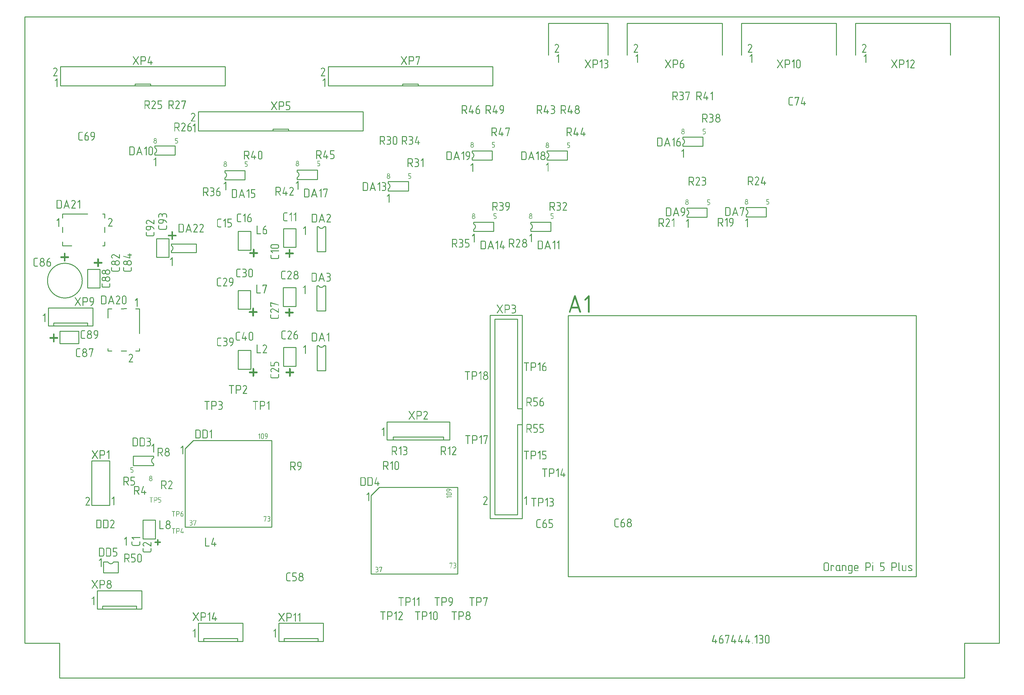
<source format=gto>
G04*
G04 #@! TF.GenerationSoftware,Altium Limited,Altium Designer,24.9.1 (31)*
G04*
G04 Layer_Color=65535*
%FSLAX44Y44*%
%MOMM*%
G71*
G04*
G04 #@! TF.SameCoordinates,FFAC17DA-0C39-4F23-945C-E2544D3BB645*
G04*
G04*
G04 #@! TF.FilePolarity,Positive*
G04*
G01*
G75*
%ADD10C,0.2500*%
G36*
X694602Y702846D02*
X694857Y702823D01*
X695158Y702753D01*
X695505Y702638D01*
X695875Y702476D01*
X696245Y702244D01*
X696592Y701944D01*
X696638Y701897D01*
X696731Y701782D01*
X696893Y701573D01*
X697055Y701319D01*
X697217Y700995D01*
X697379Y700625D01*
X697471Y700208D01*
X697518Y699745D01*
Y695835D01*
Y695812D01*
Y695742D01*
Y695627D01*
X697495Y695464D01*
Y695256D01*
X697471Y695025D01*
X697448Y694747D01*
X697402Y694470D01*
X697309Y693822D01*
X697148Y693104D01*
X696939Y692364D01*
X696662Y691623D01*
Y691600D01*
X696638Y691554D01*
X696592Y691485D01*
X696546Y691369D01*
X696477Y691253D01*
X696407Y691114D01*
X696222Y690744D01*
X695967Y690351D01*
X695667Y689911D01*
X695320Y689471D01*
X694926Y689032D01*
X694903Y689009D01*
X694880Y688986D01*
X694810Y688916D01*
X694741Y688847D01*
X694510Y688638D01*
X694209Y688384D01*
X693816Y688106D01*
X693376Y687829D01*
X692890Y687551D01*
X692358Y687296D01*
X692011Y687250D01*
X691964D01*
X691849Y687273D01*
X691687Y687343D01*
X691501Y687481D01*
Y687505D01*
X691455Y687528D01*
X691386Y687643D01*
X691316Y687829D01*
X691270Y688060D01*
Y688083D01*
X691293Y688176D01*
X691316Y688291D01*
X691363Y688407D01*
X691386Y688430D01*
X691455Y688523D01*
X691571Y688615D01*
X691756Y688731D01*
X691779D01*
X691849Y688777D01*
X691964Y688823D01*
X692103Y688893D01*
X692265Y688962D01*
X692450Y689055D01*
X692844Y689286D01*
X692867Y689309D01*
X692936Y689356D01*
X693029Y689425D01*
X693168Y689518D01*
X693492Y689795D01*
X693839Y690119D01*
X693885Y690166D01*
X693978Y690281D01*
X694139Y690466D01*
X694348Y690721D01*
X694556Y691045D01*
X694787Y691392D01*
X695042Y691808D01*
X695250Y692248D01*
X695458Y692827D01*
X695643Y693498D01*
X692705D01*
X692612Y693521D01*
X692381Y693544D01*
X692080Y693613D01*
X691733Y693729D01*
X691386Y693868D01*
X691016Y694099D01*
X690645Y694400D01*
X690599Y694446D01*
X690507Y694562D01*
X690345Y694747D01*
X690183Y695025D01*
X690021Y695349D01*
X689859Y695719D01*
X689766Y696159D01*
X689720Y696621D01*
Y699745D01*
Y699768D01*
Y699792D01*
Y699861D01*
X689743Y699954D01*
X689766Y700208D01*
X689836Y700509D01*
X689951Y700833D01*
X690090Y701203D01*
X690321Y701573D01*
X690622Y701944D01*
X690668Y701990D01*
X690784Y702082D01*
X690969Y702244D01*
X691247Y702406D01*
X691548Y702568D01*
X691941Y702730D01*
X692358Y702823D01*
X692821Y702869D01*
X694510D01*
X694602Y702846D01*
D02*
G37*
G36*
X683380D02*
X683634Y702823D01*
X683981Y702753D01*
X684352Y702615D01*
X684745Y702430D01*
X685161Y702198D01*
X685370Y702036D01*
X685555Y701851D01*
X685578D01*
X685601Y701805D01*
X685717Y701666D01*
X685879Y701458D01*
X686087Y701180D01*
X686272Y700833D01*
X686434Y700416D01*
X686550Y699930D01*
X686596Y699676D01*
Y699421D01*
Y690675D01*
Y690651D01*
Y690605D01*
Y690536D01*
X686573Y690443D01*
X686550Y690189D01*
X686480Y689865D01*
X686341Y689471D01*
X686156Y689078D01*
X685925Y688661D01*
X685763Y688453D01*
X685578Y688268D01*
X685532Y688222D01*
X685393Y688106D01*
X685184Y687944D01*
X684907Y687759D01*
X684560Y687574D01*
X684143Y687412D01*
X683657Y687296D01*
X683403Y687273D01*
X683148Y687250D01*
X682084D01*
X681991Y687273D01*
X681737Y687296D01*
X681413Y687366D01*
X681019Y687481D01*
X680626Y687666D01*
X680210Y687898D01*
X679816Y688222D01*
Y688245D01*
X679770Y688268D01*
X679654Y688407D01*
X679492Y688615D01*
X679307Y688893D01*
X679122Y689263D01*
X678960Y689680D01*
X678844Y690142D01*
X678821Y690397D01*
X678798Y690675D01*
Y699421D01*
Y699445D01*
Y699491D01*
Y699560D01*
X678821Y699653D01*
X678844Y699907D01*
X678914Y700231D01*
X679053Y700601D01*
X679214Y701018D01*
X679469Y701434D01*
X679608Y701620D01*
X679793Y701828D01*
X679816Y701851D01*
X679839Y701874D01*
X679978Y701990D01*
X680186Y702152D01*
X680464Y702360D01*
X680834Y702545D01*
X681228Y702707D01*
X681714Y702823D01*
X681968Y702869D01*
X683287D01*
X683380Y702846D01*
D02*
G37*
G36*
X675165Y702962D02*
X675304Y702892D01*
X675489Y702753D01*
X675512Y702707D01*
X675605Y702568D01*
X675674Y702360D01*
X675697Y702082D01*
Y688014D01*
Y687990D01*
Y687944D01*
X675674Y687805D01*
X675605Y687620D01*
X675466Y687435D01*
X675420Y687412D01*
X675327Y687343D01*
X675142Y687273D01*
X674911Y687250D01*
X674864D01*
X674725Y687273D01*
X674564Y687319D01*
X674378Y687435D01*
X674332Y687481D01*
X674263Y687574D01*
X674193Y687759D01*
X674147Y688014D01*
Y700208D01*
X672342Y698403D01*
X672296Y698357D01*
X672180Y698288D01*
X671995Y698218D01*
X671787Y698172D01*
X671740D01*
X671625Y698195D01*
X671440Y698264D01*
X671255Y698403D01*
Y698426D01*
X671208Y698449D01*
X671139Y698565D01*
X671046Y698750D01*
X671023Y698843D01*
X671000Y698959D01*
Y698982D01*
Y699005D01*
X671023Y699120D01*
X671093Y699306D01*
X671231Y699491D01*
X674355Y702638D01*
X674378Y702661D01*
X674448Y702730D01*
X674564Y702823D01*
X674679Y702892D01*
X674702Y702915D01*
X674795Y702939D01*
X674911Y702962D01*
X675049Y702985D01*
X675073D01*
X675165Y702962D01*
D02*
G37*
G36*
X701541Y465323D02*
X701703Y465300D01*
X701888Y465276D01*
X702281Y465207D01*
X702767Y465045D01*
X703253Y464837D01*
X703484Y464698D01*
X703716Y464536D01*
X703947Y464351D01*
X704155Y464143D01*
X704178Y464119D01*
X704202Y464096D01*
X704248Y464027D01*
X704317Y463934D01*
X704479Y463703D01*
X704664Y463402D01*
X704826Y463009D01*
X704988Y462546D01*
X705104Y462037D01*
X705150Y461759D01*
Y461459D01*
Y461412D01*
Y461297D01*
X705127Y461111D01*
X705104Y460880D01*
X705035Y460602D01*
X704965Y460325D01*
X704873Y460001D01*
X704757Y459700D01*
X704734Y459677D01*
X704688Y459561D01*
X704595Y459422D01*
X704479Y459237D01*
X704317Y459006D01*
X704132Y458774D01*
X703901Y458520D01*
X703623Y458288D01*
X703646Y458265D01*
X703739Y458196D01*
X703855Y458080D01*
X703993Y457918D01*
X704178Y457733D01*
X704341Y457502D01*
X704526Y457247D01*
X704688Y456946D01*
X704711Y456900D01*
X704757Y456808D01*
X704826Y456646D01*
X704919Y456414D01*
X704988Y456160D01*
X705058Y455859D01*
X705127Y455535D01*
X705150Y455188D01*
Y453637D01*
Y453614D01*
Y453568D01*
Y453475D01*
X705127Y453360D01*
Y453244D01*
X705081Y453082D01*
X705012Y452689D01*
X704873Y452272D01*
X704664Y451809D01*
X704526Y451578D01*
X704387Y451347D01*
X704202Y451115D01*
X703993Y450884D01*
X703970Y450861D01*
X703947Y450838D01*
X703878Y450791D01*
X703785Y450699D01*
X703554Y450537D01*
X703207Y450328D01*
X702813Y450120D01*
X702350Y449935D01*
X701818Y449796D01*
X701541Y449773D01*
X701240Y449750D01*
X698070D01*
X697908Y449773D01*
X697723Y449842D01*
X697538Y449958D01*
Y449981D01*
X697514Y450005D01*
X697445Y450120D01*
X697375Y450305D01*
X697352Y450514D01*
Y450537D01*
Y450560D01*
X697375Y450676D01*
X697422Y450838D01*
X697538Y451023D01*
Y451046D01*
X697584Y451069D01*
X697676Y451161D01*
X697861Y451254D01*
X697977Y451300D01*
X701402D01*
X701587Y451347D01*
X701818Y451393D01*
X702073Y451462D01*
X702350Y451578D01*
X702628Y451740D01*
X702906Y451971D01*
X702929Y451995D01*
X703021Y452087D01*
X703137Y452249D01*
X703253Y452434D01*
X703392Y452689D01*
X703484Y452966D01*
X703577Y453290D01*
X703600Y453637D01*
Y455188D01*
Y455234D01*
Y455350D01*
X703554Y455535D01*
X703508Y455766D01*
X703438Y456021D01*
X703299Y456298D01*
X703137Y456576D01*
X702906Y456854D01*
X702883Y456877D01*
X702790Y456969D01*
X702651Y457085D01*
X702443Y457201D01*
X702212Y457340D01*
X701911Y457432D01*
X701587Y457525D01*
X701240Y457548D01*
X699620D01*
X699481Y457571D01*
X699296Y457640D01*
X699111Y457756D01*
Y457779D01*
X699088Y457803D01*
X699018Y457918D01*
X698926Y458103D01*
X698903Y458312D01*
Y458335D01*
Y458358D01*
X698926Y458474D01*
X698972Y458635D01*
X699088Y458821D01*
Y458844D01*
X699134Y458867D01*
X699250Y458960D01*
X699435Y459052D01*
X699551Y459098D01*
X701286D01*
X701425Y459121D01*
X701610Y459145D01*
X701841Y459191D01*
X702119Y459283D01*
X702397Y459422D01*
X702698Y459584D01*
X702952Y459839D01*
X702975Y459862D01*
X703045Y459954D01*
X703137Y460093D01*
X703253Y460302D01*
X703345Y460533D01*
X703438Y460811D01*
X703508Y461135D01*
X703531Y461482D01*
Y461528D01*
Y461644D01*
X703508Y461806D01*
X703461Y462037D01*
X703392Y462291D01*
X703299Y462546D01*
X703160Y462824D01*
X702975Y463078D01*
X702952Y463101D01*
X702860Y463194D01*
X702721Y463310D01*
X702536Y463448D01*
X702281Y463564D01*
X701980Y463680D01*
X701633Y463773D01*
X701240Y463796D01*
X698070D01*
X697908Y463819D01*
X697723Y463888D01*
X697538Y464004D01*
X697514Y464050D01*
X697445Y464166D01*
X697375Y464328D01*
X697352Y464559D01*
Y464582D01*
Y464605D01*
X697375Y464721D01*
X697422Y464906D01*
X697538Y465091D01*
Y465115D01*
X697584Y465138D01*
X697700Y465230D01*
X697861Y465300D01*
X697977Y465346D01*
X701425D01*
X701541Y465323D01*
D02*
G37*
G36*
X693789Y465346D02*
X693928Y465300D01*
X694067Y465207D01*
X694205Y465091D01*
X694298Y464929D01*
X694321Y464721D01*
X694275Y464374D01*
X690364Y450328D01*
Y450282D01*
X690318Y450190D01*
X690249Y450051D01*
X690110Y449912D01*
X690063Y449889D01*
X689971Y449842D01*
X689809Y449773D01*
X689624Y449750D01*
X689577D01*
X689416Y449773D01*
X689230Y449819D01*
X689045Y449935D01*
X689022Y449981D01*
X688953Y450074D01*
X688860Y450259D01*
X688837Y450490D01*
Y450514D01*
Y450583D01*
X688860Y450652D01*
X688883Y450722D01*
X692493Y463819D01*
X688050D01*
Y463032D01*
Y463009D01*
Y462963D01*
Y462893D01*
X688027Y462801D01*
X687958Y462616D01*
X687819Y462430D01*
X687773Y462407D01*
X687680Y462338D01*
X687495Y462268D01*
X687264Y462245D01*
X687217D01*
X687078Y462268D01*
X686917Y462315D01*
X686731Y462430D01*
X686685Y462477D01*
X686616Y462569D01*
X686546Y462754D01*
X686500Y463009D01*
Y464582D01*
Y464605D01*
X686523Y464698D01*
X686546Y464837D01*
X686593Y464976D01*
X686685Y465115D01*
X686824Y465253D01*
X687009Y465346D01*
X687264Y465369D01*
X693650D01*
X693789Y465346D01*
D02*
G37*
G36*
X491780Y453596D02*
X491919Y453550D01*
X492058Y453457D01*
X492197Y453341D01*
X492289Y453179D01*
X492312Y452971D01*
X492266Y452624D01*
X488355Y438578D01*
Y438532D01*
X488309Y438440D01*
X488240Y438301D01*
X488101Y438162D01*
X488055Y438139D01*
X487962Y438092D01*
X487800Y438023D01*
X487615Y438000D01*
X487569D01*
X487407Y438023D01*
X487222Y438069D01*
X487037Y438185D01*
X487013Y438231D01*
X486944Y438324D01*
X486851Y438509D01*
X486828Y438740D01*
Y438764D01*
Y438833D01*
X486851Y438902D01*
X486875Y438972D01*
X490484Y452069D01*
X486041D01*
Y451282D01*
Y451259D01*
Y451213D01*
Y451143D01*
X486018Y451051D01*
X485949Y450866D01*
X485810Y450680D01*
X485764Y450657D01*
X485671Y450588D01*
X485486Y450518D01*
X485255Y450495D01*
X485209D01*
X485070Y450518D01*
X484908Y450565D01*
X484723Y450680D01*
X484676Y450727D01*
X484607Y450819D01*
X484538Y451004D01*
X484491Y451259D01*
Y452832D01*
Y452855D01*
X484514Y452948D01*
X484538Y453087D01*
X484584Y453226D01*
X484676Y453364D01*
X484815Y453503D01*
X485000Y453596D01*
X485255Y453619D01*
X491641D01*
X491780Y453596D01*
D02*
G37*
G36*
X477688Y453573D02*
X477850Y453550D01*
X478035Y453526D01*
X478429Y453457D01*
X478915Y453295D01*
X479400Y453087D01*
X479632Y452948D01*
X479863Y452786D01*
X480095Y452601D01*
X480303Y452393D01*
X480326Y452370D01*
X480349Y452346D01*
X480396Y452277D01*
X480465Y452184D01*
X480627Y451953D01*
X480812Y451652D01*
X480974Y451259D01*
X481136Y450796D01*
X481252Y450287D01*
X481298Y450009D01*
Y449709D01*
Y449662D01*
Y449547D01*
X481275Y449361D01*
X481252Y449130D01*
X481182Y448852D01*
X481113Y448575D01*
X481020Y448251D01*
X480905Y447950D01*
X480882Y447927D01*
X480835Y447811D01*
X480743Y447672D01*
X480627Y447487D01*
X480465Y447256D01*
X480280Y447024D01*
X480048Y446770D01*
X479771Y446538D01*
X479794Y446515D01*
X479887Y446446D01*
X480002Y446330D01*
X480141Y446168D01*
X480326Y445983D01*
X480488Y445752D01*
X480673Y445497D01*
X480835Y445196D01*
X480858Y445150D01*
X480905Y445057D01*
X480974Y444896D01*
X481067Y444664D01*
X481136Y444410D01*
X481205Y444109D01*
X481275Y443785D01*
X481298Y443438D01*
Y441887D01*
Y441864D01*
Y441818D01*
Y441725D01*
X481275Y441610D01*
Y441494D01*
X481229Y441332D01*
X481159Y440939D01*
X481020Y440522D01*
X480812Y440059D01*
X480673Y439828D01*
X480534Y439597D01*
X480349Y439365D01*
X480141Y439134D01*
X480118Y439111D01*
X480095Y439087D01*
X480025Y439041D01*
X479933Y438949D01*
X479701Y438787D01*
X479354Y438578D01*
X478961Y438370D01*
X478498Y438185D01*
X477966Y438046D01*
X477688Y438023D01*
X477387Y438000D01*
X474217D01*
X474055Y438023D01*
X473870Y438092D01*
X473685Y438208D01*
Y438231D01*
X473662Y438255D01*
X473593Y438370D01*
X473523Y438555D01*
X473500Y438764D01*
Y438787D01*
Y438810D01*
X473523Y438926D01*
X473569Y439087D01*
X473685Y439273D01*
Y439296D01*
X473731Y439319D01*
X473824Y439412D01*
X474009Y439504D01*
X474125Y439550D01*
X477549D01*
X477734Y439597D01*
X477966Y439643D01*
X478220Y439712D01*
X478498Y439828D01*
X478776Y439990D01*
X479053Y440221D01*
X479077Y440244D01*
X479169Y440337D01*
X479285Y440499D01*
X479400Y440684D01*
X479539Y440939D01*
X479632Y441216D01*
X479725Y441540D01*
X479748Y441887D01*
Y443438D01*
Y443484D01*
Y443600D01*
X479701Y443785D01*
X479655Y444016D01*
X479586Y444271D01*
X479447Y444548D01*
X479285Y444826D01*
X479053Y445104D01*
X479030Y445127D01*
X478938Y445219D01*
X478799Y445335D01*
X478591Y445451D01*
X478359Y445590D01*
X478059Y445682D01*
X477734Y445775D01*
X477387Y445798D01*
X475768D01*
X475629Y445821D01*
X475444Y445891D01*
X475259Y446006D01*
Y446029D01*
X475235Y446053D01*
X475166Y446168D01*
X475074Y446353D01*
X475050Y446562D01*
Y446585D01*
Y446608D01*
X475074Y446724D01*
X475120Y446885D01*
X475235Y447071D01*
Y447094D01*
X475282Y447117D01*
X475397Y447210D01*
X475583Y447302D01*
X475698Y447348D01*
X477434D01*
X477573Y447371D01*
X477758Y447395D01*
X477989Y447441D01*
X478267Y447533D01*
X478544Y447672D01*
X478845Y447834D01*
X479100Y448089D01*
X479123Y448112D01*
X479192Y448204D01*
X479285Y448343D01*
X479400Y448552D01*
X479493Y448783D01*
X479586Y449061D01*
X479655Y449385D01*
X479678Y449732D01*
Y449778D01*
Y449894D01*
X479655Y450056D01*
X479609Y450287D01*
X479539Y450541D01*
X479447Y450796D01*
X479308Y451074D01*
X479123Y451328D01*
X479100Y451351D01*
X479007Y451444D01*
X478868Y451560D01*
X478683Y451698D01*
X478429Y451814D01*
X478128Y451930D01*
X477781Y452023D01*
X477387Y452046D01*
X474217D01*
X474055Y452069D01*
X473870Y452138D01*
X473685Y452254D01*
X473662Y452300D01*
X473593Y452416D01*
X473523Y452578D01*
X473500Y452809D01*
Y452832D01*
Y452855D01*
X473523Y452971D01*
X473569Y453156D01*
X473685Y453341D01*
Y453364D01*
X473731Y453388D01*
X473847Y453480D01*
X474009Y453550D01*
X474125Y453596D01*
X477573D01*
X477688Y453573D01*
D02*
G37*
G36*
X454166Y667896D02*
X454388Y667784D01*
X454684Y667562D01*
X454721Y667488D01*
X454870Y667266D01*
X454981Y666933D01*
X455018Y666488D01*
Y643972D01*
Y643935D01*
Y643861D01*
X454981Y643639D01*
X454870Y643343D01*
X454647Y643046D01*
X454573Y643009D01*
X454425Y642898D01*
X454129Y642787D01*
X453759Y642750D01*
X453685D01*
X453462Y642787D01*
X453203Y642861D01*
X452907Y643046D01*
X452833Y643120D01*
X452722Y643269D01*
X452611Y643565D01*
X452537Y643972D01*
Y663489D01*
X449648Y660600D01*
X449574Y660526D01*
X449389Y660415D01*
X449092Y660304D01*
X448759Y660230D01*
X448685D01*
X448500Y660267D01*
X448204Y660378D01*
X447907Y660600D01*
Y660637D01*
X447833Y660674D01*
X447722Y660859D01*
X447574Y661155D01*
X447537Y661304D01*
X447500Y661489D01*
Y661526D01*
Y661563D01*
X447537Y661748D01*
X447648Y662044D01*
X447870Y662341D01*
X452870Y667377D01*
X452907Y667414D01*
X453018Y667525D01*
X453203Y667673D01*
X453388Y667784D01*
X453425Y667822D01*
X453573Y667859D01*
X453759Y667896D01*
X453981Y667933D01*
X454018D01*
X454166Y667896D01*
D02*
G37*
G36*
X760539Y1062886D02*
X761057Y1062664D01*
X761650Y1062294D01*
X761798Y1062220D01*
X762020Y1061849D01*
X762316Y1061257D01*
X762390Y1060887D01*
X762465Y1060442D01*
Y1052961D01*
X770019D01*
X770093D01*
X770241D01*
X770464D01*
X770760Y1052887D01*
X771352Y1052665D01*
X771945Y1052221D01*
X772019Y1052073D01*
X772241Y1051776D01*
X772464Y1051184D01*
X772538Y1050443D01*
Y1050295D01*
X772464Y1049851D01*
X772315Y1049332D01*
X771945Y1048740D01*
X771797Y1048592D01*
X771426Y1048369D01*
X770834Y1048147D01*
X770019Y1047999D01*
X762465D01*
Y1040296D01*
X762390Y1039778D01*
X762168Y1039185D01*
X761798Y1038593D01*
X761650Y1038519D01*
X761280Y1038296D01*
X760761Y1038074D01*
X760020Y1038000D01*
X759946D01*
X759872D01*
X759502Y1038074D01*
X758909Y1038222D01*
X758317Y1038593D01*
X758243D01*
X758169Y1038741D01*
X757872Y1039111D01*
X757650Y1039630D01*
X757502Y1040000D01*
Y1047999D01*
X750021D01*
X749947D01*
X749873D01*
X749429Y1048073D01*
X748836Y1048295D01*
X748170Y1048740D01*
X748096Y1048888D01*
X747799Y1049258D01*
X747577Y1049777D01*
X747503Y1050443D01*
Y1050591D01*
X747577Y1050962D01*
X747799Y1051554D01*
X748170Y1052147D01*
Y1052221D01*
X748244Y1052295D01*
X748614Y1052591D01*
X749207Y1052813D01*
X749577Y1052961D01*
X750021D01*
X757502D01*
Y1060664D01*
X757576Y1061109D01*
X757872Y1061701D01*
X758020Y1061998D01*
X758317Y1062294D01*
X758465Y1062368D01*
X758835Y1062664D01*
X759354Y1062886D01*
X760020Y1062960D01*
X760169D01*
X760539Y1062886D01*
D02*
G37*
G36*
X198966Y234646D02*
X199188Y234534D01*
X199484Y234312D01*
X199522Y234238D01*
X199670Y234016D01*
X199781Y233683D01*
X199818Y233238D01*
Y210722D01*
Y210685D01*
Y210611D01*
X199781Y210389D01*
X199670Y210093D01*
X199447Y209796D01*
X199373Y209759D01*
X199225Y209648D01*
X198929Y209537D01*
X198559Y209500D01*
X198484D01*
X198262Y209537D01*
X198003Y209611D01*
X197707Y209796D01*
X197633Y209870D01*
X197522Y210019D01*
X197411Y210315D01*
X197337Y210722D01*
Y230239D01*
X194448Y227350D01*
X194374Y227276D01*
X194189Y227165D01*
X193892Y227054D01*
X193559Y226980D01*
X193485D01*
X193300Y227017D01*
X193004Y227128D01*
X192707Y227350D01*
Y227387D01*
X192633Y227424D01*
X192522Y227609D01*
X192374Y227906D01*
X192337Y228054D01*
X192300Y228239D01*
Y228276D01*
Y228313D01*
X192337Y228498D01*
X192448Y228794D01*
X192670Y229091D01*
X197670Y234127D01*
X197707Y234164D01*
X197818Y234275D01*
X198003Y234423D01*
X198188Y234534D01*
X198225Y234571D01*
X198373Y234608D01*
X198559Y234646D01*
X198781Y234683D01*
X198818D01*
X198966Y234646D01*
D02*
G37*
G36*
X219676Y344156D02*
X219898Y344044D01*
X220194Y343822D01*
X220231Y343748D01*
X220379Y343526D01*
X220490Y343193D01*
X220527Y342748D01*
Y320232D01*
Y320195D01*
Y320121D01*
X220490Y319899D01*
X220379Y319603D01*
X220157Y319306D01*
X220083Y319269D01*
X219935Y319158D01*
X219639Y319047D01*
X219268Y319010D01*
X219194D01*
X218972Y319047D01*
X218713Y319121D01*
X218417Y319306D01*
X218342Y319380D01*
X218231Y319529D01*
X218120Y319825D01*
X218046Y320232D01*
Y339749D01*
X215158Y336860D01*
X215084Y336786D01*
X214898Y336675D01*
X214602Y336564D01*
X214269Y336490D01*
X214195D01*
X214010Y336527D01*
X213713Y336638D01*
X213417Y336860D01*
Y336897D01*
X213343Y336934D01*
X213232Y337119D01*
X213084Y337416D01*
X213047Y337564D01*
X213010Y337749D01*
Y337786D01*
Y337823D01*
X213047Y338008D01*
X213158Y338304D01*
X213380Y338601D01*
X218379Y343637D01*
X218417Y343674D01*
X218528Y343785D01*
X218713Y343933D01*
X218898Y344044D01*
X218935Y344081D01*
X219083Y344118D01*
X219268Y344156D01*
X219491Y344193D01*
X219528D01*
X219676Y344156D01*
D02*
G37*
G36*
X2137946Y1376346D02*
X2138132Y1376253D01*
X2138224Y1376207D01*
X2138317Y1376115D01*
X2138363Y1376068D01*
X2138432Y1375953D01*
X2138502Y1375791D01*
X2138548Y1375582D01*
Y1375536D01*
X2138525Y1375420D01*
X2138455Y1375258D01*
X2138340Y1375073D01*
X2138317Y1375027D01*
X2138201Y1374958D01*
X2138016Y1374865D01*
X2137900Y1374842D01*
X2137761Y1374819D01*
X2132300D01*
Y1370098D01*
X2134799D01*
X2134915Y1370075D01*
X2135054D01*
X2135216Y1370029D01*
X2135586Y1369960D01*
X2136003Y1369821D01*
X2136465Y1369612D01*
X2136697Y1369474D01*
X2136951Y1369335D01*
X2137160Y1369150D01*
X2137391Y1368941D01*
X2137414Y1368918D01*
X2137437Y1368895D01*
X2137507Y1368826D01*
X2137576Y1368733D01*
X2137761Y1368502D01*
X2137970Y1368178D01*
X2138178Y1367761D01*
X2138363Y1367298D01*
X2138502Y1366766D01*
X2138525Y1366489D01*
X2138548Y1366188D01*
Y1364637D01*
Y1364614D01*
Y1364568D01*
Y1364475D01*
X2138525Y1364360D01*
Y1364244D01*
X2138479Y1364082D01*
X2138409Y1363689D01*
X2138270Y1363272D01*
X2138062Y1362809D01*
X2137923Y1362578D01*
X2137784Y1362347D01*
X2137599Y1362115D01*
X2137391Y1361884D01*
X2137368Y1361861D01*
X2137345Y1361837D01*
X2137275Y1361791D01*
X2137183Y1361699D01*
X2136951Y1361537D01*
X2136604Y1361328D01*
X2136211Y1361120D01*
X2135748Y1360935D01*
X2135216Y1360796D01*
X2134938Y1360773D01*
X2134637Y1360750D01*
X2131467D01*
X2131305Y1360773D01*
X2131120Y1360842D01*
X2130935Y1360958D01*
X2130912Y1361004D01*
X2130843Y1361120D01*
X2130773Y1361282D01*
X2130750Y1361514D01*
Y1361537D01*
Y1361560D01*
X2130773Y1361676D01*
X2130819Y1361861D01*
X2130935Y1362046D01*
Y1362069D01*
X2130981Y1362092D01*
X2131097Y1362185D01*
X2131259Y1362254D01*
X2131375Y1362300D01*
X2134799D01*
X2134984Y1362347D01*
X2135216Y1362393D01*
X2135470Y1362462D01*
X2135748Y1362578D01*
X2136026Y1362740D01*
X2136304Y1362948D01*
X2136327Y1362971D01*
X2136419Y1363064D01*
X2136535Y1363226D01*
X2136651Y1363411D01*
X2136789Y1363665D01*
X2136882Y1363943D01*
X2136974Y1364267D01*
X2136998Y1364637D01*
Y1366188D01*
Y1366234D01*
Y1366350D01*
X2136951Y1366535D01*
X2136905Y1366766D01*
X2136836Y1367021D01*
X2136697Y1367298D01*
X2136535Y1367576D01*
X2136304Y1367854D01*
X2136280Y1367877D01*
X2136188Y1367970D01*
X2136049Y1368085D01*
X2135841Y1368201D01*
X2135609Y1368340D01*
X2135309Y1368432D01*
X2134984Y1368525D01*
X2134637Y1368548D01*
X2131490D01*
X2131398Y1368571D01*
X2131282Y1368594D01*
X2131143Y1368640D01*
X2130981Y1368733D01*
X2130866Y1368872D01*
X2130773Y1369057D01*
X2130750Y1369312D01*
Y1375582D01*
Y1375605D01*
X2130773Y1375698D01*
X2130796Y1375837D01*
X2130843Y1375976D01*
X2130935Y1376115D01*
X2131074Y1376253D01*
X2131259Y1376346D01*
X2131514Y1376369D01*
X2137807D01*
X2137946Y1376346D01*
D02*
G37*
G36*
X2073725D02*
X2073887Y1376323D01*
X2074049Y1376300D01*
X2074465Y1376207D01*
X2074928Y1376068D01*
X2075414Y1375860D01*
X2075669Y1375721D01*
X2075900Y1375559D01*
X2076131Y1375351D01*
X2076340Y1375143D01*
X2076363Y1375120D01*
X2076386Y1375096D01*
X2076432Y1375027D01*
X2076502Y1374934D01*
X2076664Y1374703D01*
X2076849Y1374379D01*
X2077011Y1373986D01*
X2077173Y1373523D01*
X2077289Y1373014D01*
X2077335Y1372736D01*
Y1372435D01*
Y1372389D01*
Y1372296D01*
X2077312Y1372111D01*
X2077289Y1371903D01*
X2077242Y1371649D01*
X2077196Y1371371D01*
X2077103Y1371070D01*
X2076988Y1370769D01*
X2076965Y1370723D01*
X2076918Y1370630D01*
X2076849Y1370492D01*
X2076756Y1370307D01*
X2076617Y1370075D01*
X2076432Y1369844D01*
X2076247Y1369612D01*
X2076016Y1369404D01*
X2076039D01*
X2076062Y1369381D01*
X2076178Y1369288D01*
X2076363Y1369150D01*
X2076594Y1368965D01*
X2076849Y1368733D01*
X2077103Y1368432D01*
X2077358Y1368108D01*
X2077566Y1367715D01*
X2077589Y1367669D01*
X2077659Y1367530D01*
X2077751Y1367322D01*
X2077844Y1367021D01*
X2077936Y1366697D01*
X2078029Y1366303D01*
X2078098Y1365887D01*
X2078121Y1365424D01*
Y1365401D01*
Y1365332D01*
Y1365239D01*
X2078098Y1365123D01*
X2078075Y1364961D01*
X2078052Y1364776D01*
X2077983Y1364337D01*
X2077844Y1363828D01*
X2077635Y1363295D01*
X2077497Y1363018D01*
X2077335Y1362740D01*
X2077150Y1362462D01*
X2076941Y1362208D01*
X2076918Y1362185D01*
X2076872Y1362138D01*
X2076803Y1362069D01*
X2076710Y1361976D01*
X2076571Y1361861D01*
X2076409Y1361745D01*
X2076224Y1361606D01*
X2076016Y1361490D01*
X2075784Y1361352D01*
X2075507Y1361213D01*
X2075229Y1361097D01*
X2074905Y1360981D01*
X2074581Y1360889D01*
X2074211Y1360819D01*
X2073841Y1360773D01*
X2073424Y1360750D01*
X2073216D01*
X2073054Y1360773D01*
X2072869Y1360796D01*
X2072661Y1360819D01*
X2072429Y1360866D01*
X2072151Y1360935D01*
X2071596Y1361097D01*
X2071319Y1361213D01*
X2071018Y1361352D01*
X2070717Y1361514D01*
X2070439Y1361722D01*
X2070161Y1361930D01*
X2069907Y1362185D01*
X2069884Y1362208D01*
X2069861Y1362254D01*
X2069791Y1362323D01*
X2069722Y1362416D01*
X2069629Y1362555D01*
X2069537Y1362694D01*
X2069444Y1362879D01*
X2069328Y1363087D01*
X2069120Y1363550D01*
X2068935Y1364105D01*
X2068796Y1364730D01*
X2068773Y1365077D01*
X2068750Y1365424D01*
Y1365447D01*
Y1365470D01*
Y1365540D01*
Y1365632D01*
X2068773Y1365864D01*
X2068819Y1366165D01*
X2068866Y1366512D01*
X2068958Y1366905D01*
X2069097Y1367322D01*
X2069259Y1367715D01*
Y1367738D01*
X2069282Y1367761D01*
X2069352Y1367900D01*
X2069467Y1368085D01*
X2069653Y1368340D01*
X2069861Y1368594D01*
X2070138Y1368895D01*
X2070462Y1369173D01*
X2070833Y1369427D01*
X2070809Y1369450D01*
X2070740Y1369520D01*
X2070624Y1369635D01*
X2070486Y1369798D01*
X2070323Y1369983D01*
X2070161Y1370214D01*
X2070000Y1370468D01*
X2069861Y1370769D01*
X2069838Y1370816D01*
X2069814Y1370908D01*
X2069768Y1371070D01*
X2069699Y1371278D01*
X2069629Y1371533D01*
X2069583Y1371811D01*
X2069560Y1372111D01*
X2069537Y1372435D01*
Y1372458D01*
Y1372505D01*
Y1372597D01*
X2069560Y1372690D01*
Y1372829D01*
X2069583Y1372991D01*
X2069653Y1373361D01*
X2069768Y1373777D01*
X2069930Y1374240D01*
X2070161Y1374703D01*
X2070486Y1375143D01*
X2070509Y1375166D01*
X2070532Y1375189D01*
X2070601Y1375258D01*
X2070694Y1375328D01*
X2070786Y1375420D01*
X2070925Y1375536D01*
X2071272Y1375768D01*
X2071689Y1375976D01*
X2072175Y1376184D01*
X2072776Y1376323D01*
X2073077Y1376346D01*
X2073424Y1376369D01*
X2073609D01*
X2073725Y1376346D01*
D02*
G37*
G36*
X2076416Y1320896D02*
X2076638Y1320784D01*
X2076935Y1320562D01*
X2076971Y1320488D01*
X2077120Y1320266D01*
X2077231Y1319933D01*
X2077268Y1319488D01*
Y1296972D01*
Y1296935D01*
Y1296861D01*
X2077231Y1296639D01*
X2077120Y1296342D01*
X2076897Y1296046D01*
X2076823Y1296009D01*
X2076675Y1295898D01*
X2076379Y1295787D01*
X2076009Y1295750D01*
X2075935D01*
X2075712Y1295787D01*
X2075453Y1295861D01*
X2075157Y1296046D01*
X2075083Y1296120D01*
X2074972Y1296268D01*
X2074861Y1296565D01*
X2074787Y1296972D01*
Y1316489D01*
X2071898Y1313600D01*
X2071824Y1313526D01*
X2071639Y1313415D01*
X2071342Y1313304D01*
X2071009Y1313230D01*
X2070935D01*
X2070750Y1313267D01*
X2070454Y1313378D01*
X2070157Y1313600D01*
Y1313637D01*
X2070083Y1313674D01*
X2069972Y1313859D01*
X2069824Y1314155D01*
X2069787Y1314304D01*
X2069750Y1314489D01*
Y1314526D01*
Y1314563D01*
X2069787Y1314748D01*
X2069898Y1315044D01*
X2070120Y1315341D01*
X2075120Y1320377D01*
X2075157Y1320414D01*
X2075268Y1320525D01*
X2075453Y1320673D01*
X2075638Y1320784D01*
X2075675Y1320822D01*
X2075824Y1320858D01*
X2076009Y1320896D01*
X2076231Y1320933D01*
X2076268D01*
X2076416Y1320896D01*
D02*
G37*
G36*
X1218536Y543745D02*
X1218744D01*
X1218975Y543722D01*
X1219253Y543698D01*
X1219530Y543652D01*
X1220178Y543559D01*
X1220896Y543397D01*
X1221636Y543189D01*
X1222377Y542912D01*
X1222400D01*
X1222446Y542888D01*
X1222515Y542842D01*
X1222631Y542796D01*
X1222747Y542727D01*
X1222886Y542657D01*
X1223256Y542472D01*
X1223649Y542217D01*
X1224089Y541917D01*
X1224529Y541570D01*
X1224968Y541176D01*
X1224991Y541153D01*
X1225014Y541130D01*
X1225084Y541060D01*
X1225153Y540991D01*
X1225362Y540760D01*
X1225616Y540459D01*
X1225894Y540065D01*
X1226171Y539626D01*
X1226449Y539140D01*
X1226704Y538608D01*
X1226750Y538261D01*
Y538214D01*
X1226727Y538099D01*
X1226657Y537937D01*
X1226519Y537752D01*
X1226496D01*
X1226472Y537705D01*
X1226357Y537636D01*
X1226171Y537566D01*
X1225940Y537520D01*
X1225917D01*
X1225824Y537543D01*
X1225709Y537566D01*
X1225593Y537613D01*
X1225570Y537636D01*
X1225477Y537705D01*
X1225385Y537821D01*
X1225269Y538006D01*
Y538029D01*
X1225223Y538099D01*
X1225176Y538214D01*
X1225107Y538353D01*
X1225038Y538515D01*
X1224945Y538700D01*
X1224714Y539094D01*
X1224691Y539117D01*
X1224644Y539186D01*
X1224575Y539279D01*
X1224482Y539417D01*
X1224205Y539742D01*
X1223881Y540089D01*
X1223834Y540135D01*
X1223719Y540227D01*
X1223534Y540389D01*
X1223279Y540598D01*
X1222955Y540806D01*
X1222608Y541037D01*
X1222191Y541292D01*
X1221752Y541500D01*
X1221173Y541708D01*
X1220502Y541894D01*
Y538955D01*
X1220479Y538862D01*
X1220456Y538631D01*
X1220387Y538330D01*
X1220271Y537983D01*
X1220132Y537636D01*
X1219901Y537266D01*
X1219600Y536895D01*
X1219554Y536849D01*
X1219438Y536757D01*
X1219253Y536595D01*
X1218975Y536433D01*
X1218651Y536271D01*
X1218281Y536109D01*
X1217841Y536016D01*
X1217378Y535970D01*
X1214255D01*
X1214232D01*
X1214208D01*
X1214139D01*
X1214046Y535993D01*
X1213792Y536016D01*
X1213491Y536086D01*
X1213167Y536201D01*
X1212797Y536340D01*
X1212427Y536571D01*
X1212057Y536872D01*
X1212010Y536918D01*
X1211918Y537034D01*
X1211756Y537219D01*
X1211594Y537497D01*
X1211432Y537798D01*
X1211270Y538191D01*
X1211177Y538608D01*
X1211131Y539070D01*
Y540760D01*
X1211154Y540852D01*
X1211177Y541107D01*
X1211247Y541408D01*
X1211362Y541755D01*
X1211524Y542125D01*
X1211756Y542495D01*
X1212057Y542842D01*
X1212103Y542888D01*
X1212218Y542981D01*
X1212427Y543143D01*
X1212681Y543305D01*
X1213005Y543467D01*
X1213375Y543629D01*
X1213792Y543722D01*
X1214255Y543768D01*
X1218165D01*
X1218188D01*
X1218258D01*
X1218373D01*
X1218536Y543745D01*
D02*
G37*
G36*
X1223557Y532823D02*
X1223811Y532800D01*
X1224135Y532730D01*
X1224529Y532591D01*
X1224922Y532406D01*
X1225339Y532175D01*
X1225547Y532013D01*
X1225732Y531828D01*
X1225778Y531782D01*
X1225894Y531643D01*
X1226056Y531434D01*
X1226241Y531157D01*
X1226426Y530810D01*
X1226588Y530393D01*
X1226704Y529907D01*
X1226727Y529653D01*
X1226750Y529398D01*
Y528334D01*
X1226727Y528241D01*
X1226704Y527987D01*
X1226634Y527663D01*
X1226519Y527269D01*
X1226333Y526876D01*
X1226102Y526460D01*
X1225778Y526066D01*
X1225755D01*
X1225732Y526020D01*
X1225593Y525904D01*
X1225385Y525742D01*
X1225107Y525557D01*
X1224737Y525372D01*
X1224320Y525210D01*
X1223858Y525094D01*
X1223603Y525071D01*
X1223325Y525048D01*
X1214579D01*
X1214556D01*
X1214509D01*
X1214440D01*
X1214347Y525071D01*
X1214093Y525094D01*
X1213769Y525164D01*
X1213399Y525303D01*
X1212982Y525465D01*
X1212566Y525719D01*
X1212380Y525858D01*
X1212172Y526043D01*
X1212149Y526066D01*
X1212126Y526089D01*
X1212010Y526228D01*
X1211848Y526436D01*
X1211640Y526714D01*
X1211455Y527084D01*
X1211293Y527478D01*
X1211177Y527963D01*
X1211131Y528218D01*
Y529537D01*
X1211154Y529630D01*
X1211177Y529884D01*
X1211247Y530231D01*
X1211385Y530601D01*
X1211571Y530995D01*
X1211802Y531411D01*
X1211964Y531620D01*
X1212149Y531805D01*
Y531828D01*
X1212195Y531851D01*
X1212334Y531967D01*
X1212542Y532129D01*
X1212820Y532337D01*
X1213167Y532522D01*
X1213584Y532684D01*
X1214070Y532800D01*
X1214324Y532846D01*
X1214579D01*
X1223325D01*
X1223348D01*
X1223395D01*
X1223464D01*
X1223557Y532823D01*
D02*
G37*
G36*
X1226195Y521924D02*
X1226380Y521855D01*
X1226565Y521716D01*
X1226588Y521670D01*
X1226657Y521577D01*
X1226727Y521392D01*
X1226750Y521161D01*
Y521114D01*
X1226727Y520975D01*
X1226681Y520813D01*
X1226565Y520628D01*
X1226519Y520582D01*
X1226426Y520513D01*
X1226241Y520443D01*
X1225986Y520397D01*
X1213792D01*
X1215597Y518592D01*
X1215643Y518546D01*
X1215713Y518430D01*
X1215782Y518245D01*
X1215828Y518037D01*
Y517990D01*
X1215805Y517875D01*
X1215736Y517690D01*
X1215597Y517505D01*
X1215574D01*
X1215551Y517458D01*
X1215435Y517389D01*
X1215250Y517296D01*
X1215157Y517273D01*
X1215042Y517250D01*
X1215018D01*
X1214995D01*
X1214880Y517273D01*
X1214694Y517343D01*
X1214509Y517481D01*
X1211362Y520605D01*
X1211339Y520628D01*
X1211270Y520698D01*
X1211177Y520813D01*
X1211108Y520929D01*
X1211085Y520952D01*
X1211061Y521045D01*
X1211038Y521161D01*
X1211015Y521299D01*
Y521323D01*
X1211038Y521415D01*
X1211108Y521554D01*
X1211247Y521739D01*
X1211293Y521762D01*
X1211432Y521855D01*
X1211640Y521924D01*
X1211918Y521947D01*
X1225986D01*
X1226010D01*
X1226056D01*
X1226195Y521924D01*
D02*
G37*
G36*
X1235661Y331073D02*
X1235823Y331050D01*
X1236008Y331026D01*
X1236401Y330957D01*
X1236887Y330795D01*
X1237373Y330587D01*
X1237604Y330448D01*
X1237836Y330286D01*
X1238067Y330101D01*
X1238275Y329893D01*
X1238299Y329869D01*
X1238322Y329846D01*
X1238368Y329777D01*
X1238437Y329684D01*
X1238599Y329453D01*
X1238784Y329152D01*
X1238947Y328759D01*
X1239108Y328296D01*
X1239224Y327787D01*
X1239270Y327509D01*
Y327209D01*
Y327162D01*
Y327047D01*
X1239247Y326861D01*
X1239224Y326630D01*
X1239155Y326352D01*
X1239085Y326075D01*
X1238993Y325751D01*
X1238877Y325450D01*
X1238854Y325427D01*
X1238808Y325311D01*
X1238715Y325172D01*
X1238599Y324987D01*
X1238437Y324756D01*
X1238252Y324524D01*
X1238021Y324270D01*
X1237743Y324038D01*
X1237766Y324015D01*
X1237859Y323946D01*
X1237975Y323830D01*
X1238113Y323668D01*
X1238299Y323483D01*
X1238460Y323252D01*
X1238646Y322997D01*
X1238808Y322696D01*
X1238831Y322650D01*
X1238877Y322557D01*
X1238947Y322396D01*
X1239039Y322164D01*
X1239108Y321910D01*
X1239178Y321609D01*
X1239247Y321285D01*
X1239270Y320938D01*
Y319387D01*
Y319364D01*
Y319318D01*
Y319225D01*
X1239247Y319110D01*
Y318994D01*
X1239201Y318832D01*
X1239132Y318439D01*
X1238993Y318022D01*
X1238784Y317559D01*
X1238646Y317328D01*
X1238507Y317097D01*
X1238322Y316865D01*
X1238113Y316634D01*
X1238090Y316611D01*
X1238067Y316588D01*
X1237998Y316541D01*
X1237905Y316449D01*
X1237674Y316287D01*
X1237327Y316078D01*
X1236933Y315870D01*
X1236471Y315685D01*
X1235938Y315546D01*
X1235661Y315523D01*
X1235360Y315500D01*
X1232190D01*
X1232028Y315523D01*
X1231843Y315592D01*
X1231658Y315708D01*
Y315731D01*
X1231634Y315755D01*
X1231565Y315870D01*
X1231496Y316055D01*
X1231472Y316264D01*
Y316287D01*
Y316310D01*
X1231496Y316426D01*
X1231542Y316588D01*
X1231658Y316773D01*
Y316796D01*
X1231704Y316819D01*
X1231796Y316912D01*
X1231982Y317004D01*
X1232097Y317050D01*
X1235522D01*
X1235707Y317097D01*
X1235938Y317143D01*
X1236193Y317212D01*
X1236471Y317328D01*
X1236748Y317490D01*
X1237026Y317721D01*
X1237049Y317745D01*
X1237142Y317837D01*
X1237257Y317999D01*
X1237373Y318184D01*
X1237512Y318439D01*
X1237604Y318716D01*
X1237697Y319040D01*
X1237720Y319387D01*
Y320938D01*
Y320984D01*
Y321100D01*
X1237674Y321285D01*
X1237627Y321516D01*
X1237558Y321771D01*
X1237419Y322048D01*
X1237257Y322326D01*
X1237026Y322604D01*
X1237003Y322627D01*
X1236910Y322719D01*
X1236771Y322835D01*
X1236563Y322951D01*
X1236332Y323090D01*
X1236031Y323182D01*
X1235707Y323275D01*
X1235360Y323298D01*
X1233740D01*
X1233601Y323321D01*
X1233416Y323391D01*
X1233231Y323506D01*
Y323529D01*
X1233208Y323553D01*
X1233139Y323668D01*
X1233046Y323853D01*
X1233023Y324062D01*
Y324085D01*
Y324108D01*
X1233046Y324224D01*
X1233092Y324385D01*
X1233208Y324571D01*
Y324594D01*
X1233254Y324617D01*
X1233370Y324710D01*
X1233555Y324802D01*
X1233671Y324848D01*
X1235406D01*
X1235545Y324871D01*
X1235730Y324895D01*
X1235962Y324941D01*
X1236239Y325033D01*
X1236517Y325172D01*
X1236818Y325334D01*
X1237072Y325589D01*
X1237095Y325612D01*
X1237165Y325704D01*
X1237257Y325843D01*
X1237373Y326051D01*
X1237466Y326283D01*
X1237558Y326561D01*
X1237627Y326885D01*
X1237651Y327232D01*
Y327278D01*
Y327394D01*
X1237627Y327556D01*
X1237581Y327787D01*
X1237512Y328041D01*
X1237419Y328296D01*
X1237280Y328574D01*
X1237095Y328828D01*
X1237072Y328851D01*
X1236980Y328944D01*
X1236841Y329060D01*
X1236656Y329198D01*
X1236401Y329314D01*
X1236100Y329430D01*
X1235753Y329523D01*
X1235360Y329546D01*
X1232190D01*
X1232028Y329569D01*
X1231843Y329638D01*
X1231658Y329754D01*
X1231634Y329800D01*
X1231565Y329916D01*
X1231496Y330078D01*
X1231472Y330309D01*
Y330332D01*
Y330355D01*
X1231496Y330471D01*
X1231542Y330656D01*
X1231658Y330841D01*
Y330864D01*
X1231704Y330888D01*
X1231820Y330980D01*
X1231982Y331050D01*
X1232097Y331096D01*
X1235545D01*
X1235661Y331073D01*
D02*
G37*
G36*
X1227909Y331096D02*
X1228048Y331050D01*
X1228187Y330957D01*
X1228326Y330841D01*
X1228418Y330679D01*
X1228441Y330471D01*
X1228395Y330124D01*
X1224484Y316078D01*
Y316032D01*
X1224438Y315940D01*
X1224369Y315801D01*
X1224230Y315662D01*
X1224184Y315639D01*
X1224091Y315592D01*
X1223929Y315523D01*
X1223744Y315500D01*
X1223698D01*
X1223536Y315523D01*
X1223351Y315569D01*
X1223165Y315685D01*
X1223142Y315731D01*
X1223073Y315824D01*
X1222980Y316009D01*
X1222957Y316240D01*
Y316264D01*
Y316333D01*
X1222980Y316402D01*
X1223003Y316472D01*
X1226613Y329569D01*
X1222170D01*
Y328782D01*
Y328759D01*
Y328713D01*
Y328643D01*
X1222147Y328551D01*
X1222078Y328366D01*
X1221939Y328180D01*
X1221893Y328157D01*
X1221800Y328088D01*
X1221615Y328018D01*
X1221384Y327995D01*
X1221337D01*
X1221199Y328018D01*
X1221037Y328065D01*
X1220852Y328180D01*
X1220805Y328227D01*
X1220736Y328319D01*
X1220666Y328504D01*
X1220620Y328759D01*
Y330332D01*
Y330355D01*
X1220643Y330448D01*
X1220666Y330587D01*
X1220713Y330726D01*
X1220805Y330864D01*
X1220944Y331003D01*
X1221129Y331096D01*
X1221384Y331119D01*
X1227770D01*
X1227909Y331096D01*
D02*
G37*
G36*
X1025900Y319346D02*
X1026039Y319300D01*
X1026178Y319207D01*
X1026317Y319091D01*
X1026409Y318929D01*
X1026432Y318721D01*
X1026386Y318374D01*
X1022476Y304328D01*
Y304282D01*
X1022429Y304190D01*
X1022360Y304051D01*
X1022221Y303912D01*
X1022175Y303889D01*
X1022082Y303843D01*
X1021920Y303773D01*
X1021735Y303750D01*
X1021689D01*
X1021527Y303773D01*
X1021342Y303819D01*
X1021157Y303935D01*
X1021133Y303981D01*
X1021064Y304074D01*
X1020972Y304259D01*
X1020948Y304491D01*
Y304514D01*
Y304583D01*
X1020972Y304652D01*
X1020995Y304722D01*
X1024604Y317819D01*
X1020162D01*
Y317032D01*
Y317009D01*
Y316963D01*
Y316893D01*
X1020138Y316801D01*
X1020069Y316616D01*
X1019930Y316430D01*
X1019884Y316407D01*
X1019791Y316338D01*
X1019606Y316268D01*
X1019375Y316245D01*
X1019329D01*
X1019190Y316268D01*
X1019028Y316315D01*
X1018843Y316430D01*
X1018796Y316477D01*
X1018727Y316569D01*
X1018658Y316754D01*
X1018611Y317009D01*
Y318582D01*
Y318605D01*
X1018634Y318698D01*
X1018658Y318837D01*
X1018704Y318976D01*
X1018796Y319115D01*
X1018935Y319253D01*
X1019120Y319346D01*
X1019375Y319369D01*
X1025761D01*
X1025900Y319346D01*
D02*
G37*
G36*
X1011808Y319323D02*
X1011970Y319300D01*
X1012155Y319277D01*
X1012549Y319207D01*
X1013035Y319045D01*
X1013521Y318837D01*
X1013752Y318698D01*
X1013983Y318536D01*
X1014215Y318351D01*
X1014423Y318143D01*
X1014446Y318120D01*
X1014469Y318096D01*
X1014516Y318027D01*
X1014585Y317934D01*
X1014747Y317703D01*
X1014932Y317402D01*
X1015094Y317009D01*
X1015256Y316546D01*
X1015372Y316037D01*
X1015418Y315759D01*
Y315459D01*
Y315412D01*
Y315296D01*
X1015395Y315111D01*
X1015372Y314880D01*
X1015302Y314602D01*
X1015233Y314325D01*
X1015140Y314001D01*
X1015025Y313700D01*
X1015002Y313677D01*
X1014955Y313561D01*
X1014863Y313422D01*
X1014747Y313237D01*
X1014585Y313006D01*
X1014400Y312774D01*
X1014168Y312520D01*
X1013891Y312288D01*
X1013914Y312265D01*
X1014007Y312196D01*
X1014122Y312080D01*
X1014261Y311918D01*
X1014446Y311733D01*
X1014608Y311502D01*
X1014793Y311247D01*
X1014955Y310946D01*
X1014978Y310900D01*
X1015025Y310807D01*
X1015094Y310646D01*
X1015187Y310414D01*
X1015256Y310160D01*
X1015325Y309859D01*
X1015395Y309535D01*
X1015418Y309188D01*
Y307637D01*
Y307614D01*
Y307568D01*
Y307475D01*
X1015395Y307360D01*
Y307244D01*
X1015349Y307082D01*
X1015279Y306689D01*
X1015140Y306272D01*
X1014932Y305809D01*
X1014793Y305578D01*
X1014654Y305347D01*
X1014469Y305115D01*
X1014261Y304884D01*
X1014238Y304861D01*
X1014215Y304837D01*
X1014145Y304791D01*
X1014053Y304699D01*
X1013821Y304537D01*
X1013474Y304328D01*
X1013081Y304120D01*
X1012618Y303935D01*
X1012086Y303796D01*
X1011808Y303773D01*
X1011507Y303750D01*
X1008337D01*
X1008175Y303773D01*
X1007990Y303843D01*
X1007805Y303958D01*
Y303981D01*
X1007782Y304004D01*
X1007713Y304120D01*
X1007643Y304305D01*
X1007620Y304514D01*
Y304537D01*
Y304560D01*
X1007643Y304676D01*
X1007690Y304837D01*
X1007805Y305023D01*
Y305046D01*
X1007851Y305069D01*
X1007944Y305161D01*
X1008129Y305254D01*
X1008245Y305300D01*
X1011669D01*
X1011855Y305347D01*
X1012086Y305393D01*
X1012340Y305462D01*
X1012618Y305578D01*
X1012896Y305740D01*
X1013174Y305971D01*
X1013197Y305994D01*
X1013289Y306087D01*
X1013405Y306249D01*
X1013521Y306434D01*
X1013659Y306689D01*
X1013752Y306966D01*
X1013845Y307290D01*
X1013868Y307637D01*
Y309188D01*
Y309234D01*
Y309350D01*
X1013821Y309535D01*
X1013775Y309766D01*
X1013706Y310021D01*
X1013567Y310298D01*
X1013405Y310576D01*
X1013174Y310854D01*
X1013150Y310877D01*
X1013058Y310970D01*
X1012919Y311085D01*
X1012711Y311201D01*
X1012479Y311340D01*
X1012178Y311432D01*
X1011855Y311525D01*
X1011507Y311548D01*
X1009888D01*
X1009749Y311571D01*
X1009564Y311640D01*
X1009379Y311756D01*
Y311779D01*
X1009355Y311803D01*
X1009286Y311918D01*
X1009193Y312103D01*
X1009170Y312312D01*
Y312335D01*
Y312358D01*
X1009193Y312474D01*
X1009240Y312635D01*
X1009355Y312821D01*
Y312844D01*
X1009402Y312867D01*
X1009518Y312959D01*
X1009703Y313052D01*
X1009818Y313098D01*
X1011554D01*
X1011693Y313121D01*
X1011878Y313145D01*
X1012109Y313191D01*
X1012387Y313283D01*
X1012664Y313422D01*
X1012965Y313584D01*
X1013220Y313839D01*
X1013243Y313862D01*
X1013312Y313955D01*
X1013405Y314093D01*
X1013521Y314302D01*
X1013613Y314533D01*
X1013706Y314811D01*
X1013775Y315135D01*
X1013798Y315482D01*
Y315528D01*
Y315644D01*
X1013775Y315806D01*
X1013729Y316037D01*
X1013659Y316292D01*
X1013567Y316546D01*
X1013428Y316824D01*
X1013243Y317078D01*
X1013220Y317101D01*
X1013127Y317194D01*
X1012988Y317310D01*
X1012803Y317449D01*
X1012549Y317564D01*
X1012248Y317680D01*
X1011901Y317773D01*
X1011507Y317796D01*
X1008337D01*
X1008175Y317819D01*
X1007990Y317888D01*
X1007805Y318004D01*
X1007782Y318050D01*
X1007713Y318166D01*
X1007643Y318328D01*
X1007620Y318559D01*
Y318582D01*
Y318605D01*
X1007643Y318721D01*
X1007690Y318906D01*
X1007805Y319091D01*
Y319115D01*
X1007851Y319138D01*
X1007967Y319230D01*
X1008129Y319300D01*
X1008245Y319346D01*
X1011693D01*
X1011808Y319323D01*
D02*
G37*
G36*
X988286Y533646D02*
X988508Y533534D01*
X988804Y533312D01*
X988841Y533238D01*
X988990Y533016D01*
X989101Y532683D01*
X989138Y532238D01*
Y509722D01*
Y509685D01*
Y509611D01*
X989101Y509389D01*
X988990Y509092D01*
X988767Y508796D01*
X988693Y508759D01*
X988545Y508648D01*
X988249Y508537D01*
X987879Y508500D01*
X987805D01*
X987582Y508537D01*
X987323Y508611D01*
X987027Y508796D01*
X986953Y508870D01*
X986842Y509019D01*
X986731Y509315D01*
X986657Y509722D01*
Y529239D01*
X983768Y526350D01*
X983694Y526276D01*
X983509Y526165D01*
X983213Y526054D01*
X982879Y525980D01*
X982805D01*
X982620Y526017D01*
X982324Y526128D01*
X982027Y526350D01*
Y526387D01*
X981953Y526424D01*
X981842Y526609D01*
X981694Y526906D01*
X981657Y527054D01*
X981620Y527239D01*
Y527276D01*
Y527313D01*
X981657Y527498D01*
X981768Y527794D01*
X981990Y528091D01*
X986990Y533127D01*
X987027Y533164D01*
X987138Y533275D01*
X987323Y533423D01*
X987508Y533534D01*
X987545Y533572D01*
X987693Y533609D01*
X987879Y533646D01*
X988101Y533683D01*
X988138D01*
X988286Y533646D01*
D02*
G37*
G36*
X1109196Y1450321D02*
X1109381Y1450228D01*
X1109474Y1450182D01*
X1109567Y1450090D01*
X1109613Y1450043D01*
X1109682Y1449928D01*
X1109752Y1449766D01*
X1109798Y1449557D01*
Y1449511D01*
X1109775Y1449395D01*
X1109705Y1449233D01*
X1109590Y1449048D01*
X1109567Y1449002D01*
X1109451Y1448933D01*
X1109266Y1448840D01*
X1109150Y1448817D01*
X1109011Y1448794D01*
X1103550D01*
Y1444073D01*
X1106049D01*
X1106165Y1444050D01*
X1106304D01*
X1106466Y1444004D01*
X1106836Y1443934D01*
X1107253Y1443796D01*
X1107715Y1443587D01*
X1107947Y1443448D01*
X1108201Y1443310D01*
X1108410Y1443125D01*
X1108641Y1442916D01*
X1108664Y1442893D01*
X1108687Y1442870D01*
X1108757Y1442801D01*
X1108826Y1442708D01*
X1109011Y1442477D01*
X1109220Y1442153D01*
X1109428Y1441736D01*
X1109613Y1441273D01*
X1109752Y1440741D01*
X1109775Y1440464D01*
X1109798Y1440163D01*
Y1438612D01*
Y1438589D01*
Y1438543D01*
Y1438450D01*
X1109775Y1438335D01*
Y1438219D01*
X1109729Y1438057D01*
X1109659Y1437664D01*
X1109520Y1437247D01*
X1109312Y1436784D01*
X1109173Y1436553D01*
X1109034Y1436322D01*
X1108849Y1436090D01*
X1108641Y1435859D01*
X1108618Y1435836D01*
X1108595Y1435813D01*
X1108525Y1435766D01*
X1108433Y1435674D01*
X1108201Y1435512D01*
X1107854Y1435303D01*
X1107461Y1435095D01*
X1106998Y1434910D01*
X1106466Y1434771D01*
X1106188Y1434748D01*
X1105887Y1434725D01*
X1102717D01*
X1102555Y1434748D01*
X1102370Y1434818D01*
X1102185Y1434933D01*
X1102162Y1434980D01*
X1102093Y1435095D01*
X1102023Y1435257D01*
X1102000Y1435489D01*
Y1435512D01*
Y1435535D01*
X1102023Y1435650D01*
X1102069Y1435836D01*
X1102185Y1436021D01*
Y1436044D01*
X1102231Y1436067D01*
X1102347Y1436160D01*
X1102509Y1436229D01*
X1102625Y1436275D01*
X1106049D01*
X1106235Y1436322D01*
X1106466Y1436368D01*
X1106720Y1436437D01*
X1106998Y1436553D01*
X1107276Y1436715D01*
X1107553Y1436923D01*
X1107577Y1436946D01*
X1107669Y1437039D01*
X1107785Y1437201D01*
X1107901Y1437386D01*
X1108039Y1437641D01*
X1108132Y1437918D01*
X1108224Y1438242D01*
X1108248Y1438612D01*
Y1440163D01*
Y1440209D01*
Y1440325D01*
X1108201Y1440510D01*
X1108155Y1440741D01*
X1108086Y1440996D01*
X1107947Y1441273D01*
X1107785Y1441551D01*
X1107553Y1441829D01*
X1107530Y1441852D01*
X1107438Y1441944D01*
X1107299Y1442060D01*
X1107091Y1442176D01*
X1106859Y1442315D01*
X1106559Y1442407D01*
X1106235Y1442500D01*
X1105887Y1442523D01*
X1102740D01*
X1102648Y1442546D01*
X1102532Y1442569D01*
X1102393Y1442616D01*
X1102231Y1442708D01*
X1102116Y1442847D01*
X1102023Y1443032D01*
X1102000Y1443286D01*
Y1449557D01*
Y1449581D01*
X1102023Y1449673D01*
X1102046Y1449812D01*
X1102093Y1449951D01*
X1102185Y1450090D01*
X1102324Y1450228D01*
X1102509Y1450321D01*
X1102764Y1450344D01*
X1109057D01*
X1109196Y1450321D01*
D02*
G37*
G36*
X1045157D02*
X1045319Y1450298D01*
X1045481Y1450275D01*
X1045897Y1450182D01*
X1046360Y1450043D01*
X1046846Y1449835D01*
X1047101Y1449696D01*
X1047332Y1449534D01*
X1047563Y1449326D01*
X1047772Y1449118D01*
X1047795Y1449095D01*
X1047818Y1449071D01*
X1047864Y1449002D01*
X1047934Y1448909D01*
X1048095Y1448678D01*
X1048281Y1448354D01*
X1048443Y1447961D01*
X1048605Y1447498D01*
X1048720Y1446989D01*
X1048766Y1446711D01*
Y1446410D01*
Y1446364D01*
Y1446272D01*
X1048743Y1446086D01*
X1048720Y1445878D01*
X1048674Y1445624D01*
X1048628Y1445346D01*
X1048535Y1445045D01*
X1048419Y1444744D01*
X1048396Y1444698D01*
X1048350Y1444606D01*
X1048281Y1444467D01*
X1048188Y1444281D01*
X1048049Y1444050D01*
X1047864Y1443819D01*
X1047679Y1443587D01*
X1047448Y1443379D01*
X1047471D01*
X1047494Y1443356D01*
X1047610Y1443263D01*
X1047795Y1443125D01*
X1048026Y1442939D01*
X1048281Y1442708D01*
X1048535Y1442407D01*
X1048790Y1442083D01*
X1048998Y1441690D01*
X1049021Y1441644D01*
X1049090Y1441505D01*
X1049183Y1441297D01*
X1049276Y1440996D01*
X1049368Y1440672D01*
X1049461Y1440278D01*
X1049530Y1439862D01*
X1049553Y1439399D01*
Y1439376D01*
Y1439307D01*
Y1439214D01*
X1049530Y1439098D01*
X1049507Y1438936D01*
X1049484Y1438751D01*
X1049414Y1438312D01*
X1049276Y1437802D01*
X1049067Y1437270D01*
X1048929Y1436993D01*
X1048766Y1436715D01*
X1048581Y1436437D01*
X1048373Y1436183D01*
X1048350Y1436160D01*
X1048304Y1436113D01*
X1048234Y1436044D01*
X1048142Y1435951D01*
X1048003Y1435836D01*
X1047841Y1435720D01*
X1047656Y1435581D01*
X1047448Y1435465D01*
X1047216Y1435327D01*
X1046938Y1435188D01*
X1046661Y1435072D01*
X1046337Y1434956D01*
X1046013Y1434864D01*
X1045643Y1434794D01*
X1045273Y1434748D01*
X1044856Y1434725D01*
X1044648D01*
X1044486Y1434748D01*
X1044301Y1434771D01*
X1044092Y1434794D01*
X1043861Y1434841D01*
X1043583Y1434910D01*
X1043028Y1435072D01*
X1042750Y1435188D01*
X1042449Y1435327D01*
X1042149Y1435489D01*
X1041871Y1435697D01*
X1041593Y1435905D01*
X1041339Y1436160D01*
X1041316Y1436183D01*
X1041292Y1436229D01*
X1041223Y1436298D01*
X1041154Y1436391D01*
X1041061Y1436530D01*
X1040969Y1436669D01*
X1040876Y1436854D01*
X1040760Y1437062D01*
X1040552Y1437525D01*
X1040367Y1438080D01*
X1040228Y1438705D01*
X1040205Y1439052D01*
X1040182Y1439399D01*
Y1439422D01*
Y1439445D01*
Y1439515D01*
Y1439607D01*
X1040205Y1439839D01*
X1040251Y1440140D01*
X1040297Y1440487D01*
X1040390Y1440880D01*
X1040529Y1441297D01*
X1040691Y1441690D01*
Y1441713D01*
X1040714Y1441736D01*
X1040783Y1441875D01*
X1040899Y1442060D01*
X1041084Y1442315D01*
X1041292Y1442569D01*
X1041570Y1442870D01*
X1041894Y1443148D01*
X1042264Y1443402D01*
X1042241Y1443425D01*
X1042172Y1443495D01*
X1042056Y1443611D01*
X1041917Y1443772D01*
X1041755Y1443958D01*
X1041593Y1444189D01*
X1041431Y1444444D01*
X1041292Y1444744D01*
X1041269Y1444791D01*
X1041246Y1444883D01*
X1041200Y1445045D01*
X1041131Y1445253D01*
X1041061Y1445508D01*
X1041015Y1445786D01*
X1040992Y1446086D01*
X1040969Y1446410D01*
Y1446434D01*
Y1446480D01*
Y1446572D01*
X1040992Y1446665D01*
Y1446804D01*
X1041015Y1446966D01*
X1041084Y1447336D01*
X1041200Y1447753D01*
X1041362Y1448215D01*
X1041593Y1448678D01*
X1041917Y1449118D01*
X1041940Y1449141D01*
X1041964Y1449164D01*
X1042033Y1449233D01*
X1042125Y1449303D01*
X1042218Y1449395D01*
X1042357Y1449511D01*
X1042704Y1449742D01*
X1043120Y1449951D01*
X1043606Y1450159D01*
X1044208Y1450298D01*
X1044509Y1450321D01*
X1044856Y1450344D01*
X1045041D01*
X1045157Y1450321D01*
D02*
G37*
G36*
X1046848Y1391120D02*
X1047070Y1391009D01*
X1047366Y1390787D01*
X1047403Y1390713D01*
X1047551Y1390491D01*
X1047663Y1390158D01*
X1047700Y1389713D01*
Y1367197D01*
Y1367160D01*
Y1367086D01*
X1047663Y1366864D01*
X1047551Y1366568D01*
X1047329Y1366271D01*
X1047255Y1366234D01*
X1047107Y1366123D01*
X1046811Y1366012D01*
X1046440Y1365975D01*
X1046366D01*
X1046144Y1366012D01*
X1045885Y1366086D01*
X1045589Y1366271D01*
X1045515Y1366345D01*
X1045404Y1366493D01*
X1045292Y1366790D01*
X1045218Y1367197D01*
Y1386714D01*
X1042330Y1383825D01*
X1042256Y1383751D01*
X1042070Y1383640D01*
X1041774Y1383529D01*
X1041441Y1383455D01*
X1041367D01*
X1041182Y1383492D01*
X1040885Y1383603D01*
X1040589Y1383825D01*
Y1383862D01*
X1040515Y1383899D01*
X1040404Y1384084D01*
X1040256Y1384380D01*
X1040219Y1384529D01*
X1040182Y1384714D01*
Y1384751D01*
Y1384788D01*
X1040219Y1384973D01*
X1040330Y1385269D01*
X1040552Y1385565D01*
X1045552Y1390602D01*
X1045589Y1390639D01*
X1045700Y1390750D01*
X1045885Y1390898D01*
X1046070Y1391009D01*
X1046107Y1391046D01*
X1046255Y1391084D01*
X1046440Y1391120D01*
X1046663Y1391158D01*
X1046700D01*
X1046848Y1391120D01*
D02*
G37*
G36*
X376666Y1496145D02*
X376888Y1496034D01*
X377184Y1495812D01*
X377221Y1495738D01*
X377370Y1495516D01*
X377481Y1495183D01*
X377518Y1494738D01*
Y1472222D01*
Y1472185D01*
Y1472111D01*
X377481Y1471889D01*
X377370Y1471593D01*
X377147Y1471296D01*
X377073Y1471259D01*
X376925Y1471148D01*
X376629Y1471037D01*
X376259Y1471000D01*
X376185D01*
X375962Y1471037D01*
X375703Y1471111D01*
X375407Y1471296D01*
X375333Y1471370D01*
X375222Y1471518D01*
X375111Y1471815D01*
X375037Y1472222D01*
Y1491739D01*
X372148Y1488850D01*
X372074Y1488776D01*
X371889Y1488665D01*
X371592Y1488554D01*
X371259Y1488480D01*
X371185D01*
X371000Y1488517D01*
X370704Y1488628D01*
X370407Y1488850D01*
Y1488887D01*
X370333Y1488924D01*
X370222Y1489109D01*
X370074Y1489406D01*
X370037Y1489554D01*
X370000Y1489739D01*
Y1489776D01*
Y1489813D01*
X370037Y1489998D01*
X370148Y1490294D01*
X370370Y1490591D01*
X375370Y1495627D01*
X375407Y1495664D01*
X375518Y1495775D01*
X375703Y1495923D01*
X375888Y1496034D01*
X375925Y1496071D01*
X376073Y1496109D01*
X376259Y1496145D01*
X376481Y1496183D01*
X376518D01*
X376666Y1496145D01*
D02*
G37*
G36*
X374975Y1551596D02*
X375137Y1551573D01*
X375299Y1551550D01*
X375715Y1551457D01*
X376178Y1551318D01*
X376664Y1551110D01*
X376919Y1550971D01*
X377150Y1550809D01*
X377382Y1550601D01*
X377590Y1550393D01*
X377613Y1550370D01*
X377636Y1550346D01*
X377682Y1550277D01*
X377752Y1550184D01*
X377914Y1549953D01*
X378099Y1549629D01*
X378261Y1549236D01*
X378423Y1548773D01*
X378538Y1548264D01*
X378585Y1547986D01*
Y1547685D01*
Y1547639D01*
Y1547547D01*
X378562Y1547361D01*
X378538Y1547153D01*
X378492Y1546899D01*
X378446Y1546621D01*
X378353Y1546320D01*
X378238Y1546019D01*
X378214Y1545973D01*
X378168Y1545880D01*
X378099Y1545742D01*
X378006Y1545556D01*
X377867Y1545325D01*
X377682Y1545094D01*
X377497Y1544862D01*
X377266Y1544654D01*
X377289D01*
X377312Y1544631D01*
X377428Y1544538D01*
X377613Y1544400D01*
X377844Y1544214D01*
X378099Y1543983D01*
X378353Y1543682D01*
X378608Y1543358D01*
X378816Y1542965D01*
X378839Y1542919D01*
X378909Y1542780D01*
X379001Y1542572D01*
X379094Y1542271D01*
X379186Y1541947D01*
X379279Y1541553D01*
X379348Y1541137D01*
X379371Y1540674D01*
Y1540651D01*
Y1540582D01*
Y1540489D01*
X379348Y1540373D01*
X379325Y1540211D01*
X379302Y1540026D01*
X379233Y1539587D01*
X379094Y1539077D01*
X378885Y1538545D01*
X378747Y1538268D01*
X378585Y1537990D01*
X378400Y1537712D01*
X378191Y1537458D01*
X378168Y1537435D01*
X378122Y1537388D01*
X378052Y1537319D01*
X377960Y1537226D01*
X377821Y1537111D01*
X377659Y1536995D01*
X377474Y1536856D01*
X377266Y1536740D01*
X377034Y1536602D01*
X376757Y1536463D01*
X376479Y1536347D01*
X376155Y1536231D01*
X375831Y1536139D01*
X375461Y1536069D01*
X375091Y1536023D01*
X374674Y1536000D01*
X374466D01*
X374304Y1536023D01*
X374119Y1536046D01*
X373911Y1536069D01*
X373679Y1536116D01*
X373401Y1536185D01*
X372846Y1536347D01*
X372569Y1536463D01*
X372268Y1536602D01*
X371967Y1536764D01*
X371689Y1536972D01*
X371412Y1537180D01*
X371157Y1537435D01*
X371134Y1537458D01*
X371111Y1537504D01*
X371041Y1537574D01*
X370972Y1537666D01*
X370879Y1537805D01*
X370787Y1537944D01*
X370694Y1538129D01*
X370578Y1538337D01*
X370370Y1538800D01*
X370185Y1539355D01*
X370046Y1539980D01*
X370023Y1540327D01*
X370000Y1540674D01*
Y1540697D01*
Y1540720D01*
Y1540790D01*
Y1540882D01*
X370023Y1541114D01*
X370069Y1541415D01*
X370116Y1541762D01*
X370208Y1542155D01*
X370347Y1542572D01*
X370509Y1542965D01*
Y1542988D01*
X370532Y1543011D01*
X370602Y1543150D01*
X370717Y1543335D01*
X370902Y1543590D01*
X371111Y1543844D01*
X371388Y1544145D01*
X371712Y1544423D01*
X372082Y1544677D01*
X372059Y1544700D01*
X371990Y1544770D01*
X371874Y1544886D01*
X371735Y1545047D01*
X371573Y1545233D01*
X371412Y1545464D01*
X371250Y1545719D01*
X371111Y1546019D01*
X371087Y1546066D01*
X371064Y1546158D01*
X371018Y1546320D01*
X370949Y1546528D01*
X370879Y1546783D01*
X370833Y1547061D01*
X370810Y1547361D01*
X370787Y1547685D01*
Y1547708D01*
Y1547755D01*
Y1547847D01*
X370810Y1547940D01*
Y1548079D01*
X370833Y1548241D01*
X370902Y1548611D01*
X371018Y1549028D01*
X371180Y1549490D01*
X371412Y1549953D01*
X371735Y1550393D01*
X371759Y1550416D01*
X371782Y1550439D01*
X371851Y1550508D01*
X371944Y1550578D01*
X372036Y1550670D01*
X372175Y1550786D01*
X372522Y1551017D01*
X372939Y1551226D01*
X373425Y1551434D01*
X374026Y1551573D01*
X374327Y1551596D01*
X374674Y1551619D01*
X374859D01*
X374975Y1551596D01*
D02*
G37*
G36*
X439196D02*
X439381Y1551503D01*
X439474Y1551457D01*
X439567Y1551364D01*
X439613Y1551318D01*
X439682Y1551203D01*
X439752Y1551041D01*
X439798Y1550832D01*
Y1550786D01*
X439775Y1550670D01*
X439705Y1550508D01*
X439590Y1550323D01*
X439567Y1550277D01*
X439451Y1550208D01*
X439266Y1550115D01*
X439150Y1550092D01*
X439011Y1550069D01*
X433550D01*
Y1545348D01*
X436049D01*
X436165Y1545325D01*
X436304D01*
X436466Y1545279D01*
X436836Y1545210D01*
X437253Y1545071D01*
X437715Y1544862D01*
X437947Y1544724D01*
X438201Y1544585D01*
X438410Y1544400D01*
X438641Y1544191D01*
X438664Y1544168D01*
X438687Y1544145D01*
X438757Y1544076D01*
X438826Y1543983D01*
X439011Y1543752D01*
X439220Y1543428D01*
X439428Y1543011D01*
X439613Y1542548D01*
X439752Y1542016D01*
X439775Y1541738D01*
X439798Y1541438D01*
Y1539887D01*
Y1539864D01*
Y1539818D01*
Y1539725D01*
X439775Y1539610D01*
Y1539494D01*
X439729Y1539332D01*
X439659Y1538939D01*
X439520Y1538522D01*
X439312Y1538059D01*
X439173Y1537828D01*
X439034Y1537597D01*
X438849Y1537365D01*
X438641Y1537134D01*
X438618Y1537111D01*
X438595Y1537088D01*
X438525Y1537041D01*
X438433Y1536949D01*
X438201Y1536787D01*
X437854Y1536579D01*
X437461Y1536370D01*
X436998Y1536185D01*
X436466Y1536046D01*
X436188Y1536023D01*
X435887Y1536000D01*
X432717D01*
X432555Y1536023D01*
X432370Y1536093D01*
X432185Y1536208D01*
X432162Y1536254D01*
X432093Y1536370D01*
X432023Y1536532D01*
X432000Y1536764D01*
Y1536787D01*
Y1536810D01*
X432023Y1536926D01*
X432069Y1537111D01*
X432185Y1537296D01*
Y1537319D01*
X432231Y1537342D01*
X432347Y1537435D01*
X432509Y1537504D01*
X432625Y1537550D01*
X436049D01*
X436235Y1537597D01*
X436466Y1537643D01*
X436720Y1537712D01*
X436998Y1537828D01*
X437276Y1537990D01*
X437553Y1538198D01*
X437577Y1538221D01*
X437669Y1538314D01*
X437785Y1538476D01*
X437901Y1538661D01*
X438039Y1538916D01*
X438132Y1539193D01*
X438224Y1539517D01*
X438248Y1539887D01*
Y1541438D01*
Y1541484D01*
Y1541600D01*
X438201Y1541785D01*
X438155Y1542016D01*
X438086Y1542271D01*
X437947Y1542548D01*
X437785Y1542826D01*
X437553Y1543104D01*
X437530Y1543127D01*
X437438Y1543219D01*
X437299Y1543335D01*
X437091Y1543451D01*
X436859Y1543590D01*
X436558Y1543682D01*
X436235Y1543775D01*
X435887Y1543798D01*
X432741D01*
X432648Y1543821D01*
X432532Y1543844D01*
X432393Y1543891D01*
X432231Y1543983D01*
X432116Y1544122D01*
X432023Y1544307D01*
X432000Y1544562D01*
Y1550832D01*
Y1550856D01*
X432023Y1550948D01*
X432046Y1551087D01*
X432093Y1551226D01*
X432185Y1551364D01*
X432324Y1551503D01*
X432509Y1551596D01*
X432764Y1551619D01*
X439058D01*
X439196Y1551596D01*
D02*
G37*
G36*
X720666Y141645D02*
X720888Y141534D01*
X721184Y141312D01*
X721221Y141238D01*
X721370Y141016D01*
X721481Y140683D01*
X721518Y140238D01*
Y117722D01*
Y117685D01*
Y117611D01*
X721481Y117389D01*
X721370Y117093D01*
X721147Y116796D01*
X721073Y116759D01*
X720925Y116648D01*
X720629Y116537D01*
X720259Y116500D01*
X720184D01*
X719962Y116537D01*
X719703Y116611D01*
X719407Y116796D01*
X719333Y116870D01*
X719222Y117018D01*
X719111Y117315D01*
X719036Y117722D01*
Y137239D01*
X716148Y134350D01*
X716074Y134276D01*
X715889Y134165D01*
X715592Y134054D01*
X715259Y133980D01*
X715185D01*
X715000Y134017D01*
X714704Y134128D01*
X714407Y134350D01*
Y134387D01*
X714333Y134424D01*
X714222Y134609D01*
X714074Y134906D01*
X714037Y135054D01*
X714000Y135239D01*
Y135276D01*
Y135313D01*
X714037Y135498D01*
X714148Y135794D01*
X714370Y136091D01*
X719370Y141127D01*
X719407Y141164D01*
X719518Y141275D01*
X719703Y141423D01*
X719888Y141534D01*
X719925Y141572D01*
X720073Y141608D01*
X720259Y141645D01*
X720481Y141683D01*
X720518D01*
X720666Y141645D01*
D02*
G37*
G36*
X785166Y1428485D02*
X785388Y1428374D01*
X785685Y1428152D01*
X785722Y1428078D01*
X785870Y1427855D01*
X785981Y1427522D01*
X786018Y1427078D01*
Y1404561D01*
Y1404525D01*
Y1404450D01*
X785981Y1404228D01*
X785870Y1403932D01*
X785648Y1403636D01*
X785573Y1403599D01*
X785425Y1403488D01*
X785129Y1403376D01*
X784759Y1403339D01*
X784685D01*
X784462Y1403376D01*
X784203Y1403450D01*
X783907Y1403636D01*
X783833Y1403710D01*
X783722Y1403858D01*
X783611Y1404154D01*
X783537Y1404561D01*
Y1424078D01*
X780648Y1421189D01*
X780574Y1421115D01*
X780389Y1421004D01*
X780092Y1420893D01*
X779759Y1420819D01*
X779685D01*
X779500Y1420856D01*
X779204Y1420967D01*
X778907Y1421189D01*
Y1421226D01*
X778833Y1421263D01*
X778722Y1421449D01*
X778574Y1421745D01*
X778537Y1421893D01*
X778500Y1422078D01*
Y1422115D01*
Y1422152D01*
X778537Y1422337D01*
X778648Y1422634D01*
X778870Y1422930D01*
X783870Y1427966D01*
X783907Y1428004D01*
X784018Y1428115D01*
X784203Y1428263D01*
X784388Y1428374D01*
X784425Y1428411D01*
X784574Y1428448D01*
X784759Y1428485D01*
X784981Y1428522D01*
X785018D01*
X785166Y1428485D01*
D02*
G37*
G36*
X783475Y1486435D02*
X783637Y1486412D01*
X783799Y1486389D01*
X784215Y1486297D01*
X784678Y1486158D01*
X785164Y1485949D01*
X785419Y1485811D01*
X785650Y1485649D01*
X785882Y1485440D01*
X786090Y1485232D01*
X786113Y1485209D01*
X786136Y1485186D01*
X786182Y1485116D01*
X786252Y1485024D01*
X786414Y1484792D01*
X786599Y1484469D01*
X786761Y1484075D01*
X786923Y1483612D01*
X787038Y1483103D01*
X787085Y1482826D01*
Y1482525D01*
Y1482478D01*
Y1482386D01*
X787062Y1482201D01*
X787038Y1481993D01*
X786992Y1481738D01*
X786946Y1481460D01*
X786853Y1481160D01*
X786738Y1480859D01*
X786715Y1480813D01*
X786668Y1480720D01*
X786599Y1480581D01*
X786506Y1480396D01*
X786367Y1480165D01*
X786182Y1479933D01*
X785997Y1479702D01*
X785766Y1479494D01*
X785789D01*
X785812Y1479470D01*
X785928Y1479378D01*
X786113Y1479239D01*
X786344Y1479054D01*
X786599Y1478822D01*
X786853Y1478522D01*
X787108Y1478198D01*
X787316Y1477804D01*
X787339Y1477758D01*
X787409Y1477619D01*
X787501Y1477411D01*
X787594Y1477110D01*
X787686Y1476786D01*
X787779Y1476393D01*
X787848Y1475976D01*
X787872Y1475514D01*
Y1475490D01*
Y1475421D01*
Y1475328D01*
X787848Y1475213D01*
X787825Y1475051D01*
X787802Y1474866D01*
X787733Y1474426D01*
X787594Y1473917D01*
X787386Y1473385D01*
X787247Y1473107D01*
X787085Y1472829D01*
X786900Y1472552D01*
X786691Y1472297D01*
X786668Y1472274D01*
X786622Y1472228D01*
X786553Y1472158D01*
X786460Y1472066D01*
X786321Y1471950D01*
X786159Y1471834D01*
X785974Y1471696D01*
X785766Y1471580D01*
X785535Y1471441D01*
X785257Y1471302D01*
X784979Y1471187D01*
X784655Y1471071D01*
X784331Y1470978D01*
X783961Y1470909D01*
X783591Y1470862D01*
X783174Y1470839D01*
X782966D01*
X782804Y1470862D01*
X782619Y1470886D01*
X782411Y1470909D01*
X782179Y1470955D01*
X781902Y1471024D01*
X781346Y1471187D01*
X781069Y1471302D01*
X780768Y1471441D01*
X780467Y1471603D01*
X780189Y1471811D01*
X779912Y1472020D01*
X779657Y1472274D01*
X779634Y1472297D01*
X779611Y1472343D01*
X779541Y1472413D01*
X779472Y1472505D01*
X779379Y1472644D01*
X779287Y1472783D01*
X779194Y1472968D01*
X779079Y1473177D01*
X778870Y1473639D01*
X778685Y1474195D01*
X778546Y1474819D01*
X778523Y1475166D01*
X778500Y1475514D01*
Y1475537D01*
Y1475560D01*
Y1475629D01*
Y1475722D01*
X778523Y1475953D01*
X778569Y1476254D01*
X778616Y1476601D01*
X778708Y1476994D01*
X778847Y1477411D01*
X779009Y1477804D01*
Y1477827D01*
X779032Y1477851D01*
X779102Y1477990D01*
X779217Y1478175D01*
X779402Y1478429D01*
X779611Y1478684D01*
X779889Y1478985D01*
X780212Y1479262D01*
X780583Y1479517D01*
X780559Y1479540D01*
X780490Y1479609D01*
X780374Y1479725D01*
X780236Y1479887D01*
X780074Y1480072D01*
X779912Y1480303D01*
X779750Y1480558D01*
X779611Y1480859D01*
X779588Y1480905D01*
X779565Y1480998D01*
X779518Y1481160D01*
X779449Y1481368D01*
X779379Y1481622D01*
X779333Y1481900D01*
X779310Y1482201D01*
X779287Y1482525D01*
Y1482548D01*
Y1482594D01*
Y1482687D01*
X779310Y1482779D01*
Y1482918D01*
X779333Y1483080D01*
X779402Y1483450D01*
X779518Y1483867D01*
X779680Y1484330D01*
X779912Y1484792D01*
X780236Y1485232D01*
X780259Y1485255D01*
X780282Y1485278D01*
X780351Y1485348D01*
X780444Y1485417D01*
X780536Y1485510D01*
X780675Y1485625D01*
X781022Y1485857D01*
X781439Y1486065D01*
X781925Y1486273D01*
X782526Y1486412D01*
X782827Y1486435D01*
X783174Y1486458D01*
X783359D01*
X783475Y1486435D01*
D02*
G37*
G36*
X847446D02*
X847632Y1486343D01*
X847724Y1486297D01*
X847817Y1486204D01*
X847863Y1486158D01*
X847932Y1486042D01*
X848002Y1485880D01*
X848048Y1485672D01*
Y1485625D01*
X848025Y1485510D01*
X847955Y1485348D01*
X847840Y1485163D01*
X847817Y1485116D01*
X847701Y1485047D01*
X847516Y1484954D01*
X847400Y1484931D01*
X847261Y1484908D01*
X841800D01*
Y1480188D01*
X844299D01*
X844415Y1480165D01*
X844554D01*
X844716Y1480118D01*
X845086Y1480049D01*
X845503Y1479910D01*
X845965Y1479702D01*
X846197Y1479563D01*
X846451Y1479424D01*
X846660Y1479239D01*
X846891Y1479031D01*
X846914Y1479008D01*
X846937Y1478985D01*
X847007Y1478915D01*
X847076Y1478822D01*
X847261Y1478591D01*
X847469Y1478267D01*
X847678Y1477851D01*
X847863Y1477388D01*
X848002Y1476856D01*
X848025Y1476578D01*
X848048Y1476277D01*
Y1474727D01*
Y1474704D01*
Y1474657D01*
Y1474565D01*
X848025Y1474449D01*
Y1474333D01*
X847979Y1474171D01*
X847909Y1473778D01*
X847770Y1473362D01*
X847562Y1472899D01*
X847423Y1472667D01*
X847284Y1472436D01*
X847099Y1472205D01*
X846891Y1471973D01*
X846868Y1471950D01*
X846845Y1471927D01*
X846775Y1471881D01*
X846683Y1471788D01*
X846451Y1471626D01*
X846104Y1471418D01*
X845711Y1471210D01*
X845248Y1471024D01*
X844716Y1470886D01*
X844438Y1470862D01*
X844137Y1470839D01*
X840967D01*
X840805Y1470862D01*
X840620Y1470932D01*
X840435Y1471048D01*
X840412Y1471094D01*
X840343Y1471210D01*
X840273Y1471372D01*
X840250Y1471603D01*
Y1471626D01*
Y1471649D01*
X840273Y1471765D01*
X840320Y1471950D01*
X840435Y1472135D01*
Y1472158D01*
X840481Y1472182D01*
X840597Y1472274D01*
X840759Y1472343D01*
X840875Y1472390D01*
X844299D01*
X844484Y1472436D01*
X844716Y1472482D01*
X844970Y1472552D01*
X845248Y1472667D01*
X845526Y1472829D01*
X845804Y1473038D01*
X845827Y1473061D01*
X845919Y1473153D01*
X846035Y1473315D01*
X846151Y1473500D01*
X846289Y1473755D01*
X846382Y1474033D01*
X846475Y1474357D01*
X846498Y1474727D01*
Y1476277D01*
Y1476323D01*
Y1476439D01*
X846451Y1476624D01*
X846405Y1476856D01*
X846336Y1477110D01*
X846197Y1477388D01*
X846035Y1477666D01*
X845804Y1477943D01*
X845780Y1477966D01*
X845688Y1478059D01*
X845549Y1478175D01*
X845341Y1478290D01*
X845109Y1478429D01*
X844809Y1478522D01*
X844484Y1478614D01*
X844137Y1478637D01*
X840991D01*
X840898Y1478660D01*
X840782Y1478684D01*
X840643Y1478730D01*
X840481Y1478822D01*
X840366Y1478961D01*
X840273Y1479146D01*
X840250Y1479401D01*
Y1485672D01*
Y1485695D01*
X840273Y1485788D01*
X840296Y1485926D01*
X840343Y1486065D01*
X840435Y1486204D01*
X840574Y1486343D01*
X840759Y1486435D01*
X841014Y1486458D01*
X847308D01*
X847446Y1486435D01*
D02*
G37*
G36*
X1503869Y1481145D02*
X1504092Y1481034D01*
X1504388Y1480812D01*
X1504425Y1480738D01*
X1504573Y1480516D01*
X1504684Y1480183D01*
X1504721Y1479738D01*
Y1457222D01*
Y1457185D01*
Y1457111D01*
X1504684Y1456889D01*
X1504573Y1456593D01*
X1504351Y1456296D01*
X1504277Y1456259D01*
X1504129Y1456148D01*
X1503833Y1456037D01*
X1503462Y1456000D01*
X1503388D01*
X1503166Y1456037D01*
X1502907Y1456111D01*
X1502610Y1456296D01*
X1502536Y1456370D01*
X1502425Y1456518D01*
X1502314Y1456815D01*
X1502240Y1457222D01*
Y1476739D01*
X1499352Y1473850D01*
X1499277Y1473776D01*
X1499092Y1473665D01*
X1498796Y1473554D01*
X1498463Y1473480D01*
X1498389D01*
X1498203Y1473517D01*
X1497907Y1473628D01*
X1497611Y1473850D01*
Y1473887D01*
X1497537Y1473924D01*
X1497426Y1474109D01*
X1497278Y1474406D01*
X1497241Y1474554D01*
X1497204Y1474739D01*
Y1474776D01*
Y1474813D01*
X1497241Y1474998D01*
X1497352Y1475294D01*
X1497574Y1475591D01*
X1502573Y1480627D01*
X1502610Y1480664D01*
X1502722Y1480775D01*
X1502907Y1480923D01*
X1503092Y1481034D01*
X1503129Y1481071D01*
X1503277Y1481109D01*
X1503462Y1481145D01*
X1503684Y1481183D01*
X1503721D01*
X1503869Y1481145D01*
D02*
G37*
G36*
X1501657Y1538846D02*
X1501819Y1538823D01*
X1501981Y1538800D01*
X1502397Y1538707D01*
X1502860Y1538568D01*
X1503346Y1538360D01*
X1503600Y1538221D01*
X1503832Y1538059D01*
X1504063Y1537851D01*
X1504272Y1537643D01*
X1504295Y1537619D01*
X1504318Y1537596D01*
X1504364Y1537527D01*
X1504433Y1537434D01*
X1504595Y1537203D01*
X1504781Y1536879D01*
X1504943Y1536486D01*
X1505105Y1536023D01*
X1505220Y1535514D01*
X1505267Y1535236D01*
Y1534935D01*
Y1534889D01*
Y1534796D01*
X1505243Y1534611D01*
X1505220Y1534403D01*
X1505174Y1534149D01*
X1505128Y1533871D01*
X1505035Y1533570D01*
X1504919Y1533269D01*
X1504896Y1533223D01*
X1504850Y1533130D01*
X1504781Y1532992D01*
X1504688Y1532807D01*
X1504549Y1532575D01*
X1504364Y1532344D01*
X1504179Y1532112D01*
X1503948Y1531904D01*
X1503971D01*
X1503994Y1531881D01*
X1504110Y1531788D01*
X1504295Y1531650D01*
X1504526Y1531465D01*
X1504781Y1531233D01*
X1505035Y1530932D01*
X1505290Y1530608D01*
X1505498Y1530215D01*
X1505521Y1530169D01*
X1505591Y1530030D01*
X1505683Y1529822D01*
X1505776Y1529521D01*
X1505868Y1529197D01*
X1505961Y1528803D01*
X1506030Y1528387D01*
X1506053Y1527924D01*
Y1527901D01*
Y1527832D01*
Y1527739D01*
X1506030Y1527623D01*
X1506007Y1527461D01*
X1505984Y1527276D01*
X1505914Y1526837D01*
X1505776Y1526328D01*
X1505567Y1525795D01*
X1505428Y1525518D01*
X1505267Y1525240D01*
X1505081Y1524962D01*
X1504873Y1524708D01*
X1504850Y1524685D01*
X1504804Y1524638D01*
X1504734Y1524569D01*
X1504642Y1524476D01*
X1504503Y1524361D01*
X1504341Y1524245D01*
X1504156Y1524106D01*
X1503948Y1523990D01*
X1503716Y1523852D01*
X1503439Y1523713D01*
X1503161Y1523597D01*
X1502837Y1523481D01*
X1502513Y1523389D01*
X1502143Y1523319D01*
X1501772Y1523273D01*
X1501356Y1523250D01*
X1501148D01*
X1500986Y1523273D01*
X1500801Y1523296D01*
X1500592Y1523319D01*
X1500361Y1523366D01*
X1500083Y1523435D01*
X1499528Y1523597D01*
X1499250Y1523713D01*
X1498949Y1523852D01*
X1498649Y1524014D01*
X1498371Y1524222D01*
X1498093Y1524430D01*
X1497839Y1524685D01*
X1497816Y1524708D01*
X1497793Y1524754D01*
X1497723Y1524823D01*
X1497654Y1524916D01*
X1497561Y1525055D01*
X1497469Y1525194D01*
X1497376Y1525379D01*
X1497260Y1525587D01*
X1497052Y1526050D01*
X1496867Y1526605D01*
X1496728Y1527230D01*
X1496705Y1527577D01*
X1496682Y1527924D01*
Y1527947D01*
Y1527970D01*
Y1528040D01*
Y1528132D01*
X1496705Y1528364D01*
X1496751Y1528665D01*
X1496797Y1529012D01*
X1496890Y1529405D01*
X1497029Y1529822D01*
X1497191Y1530215D01*
Y1530238D01*
X1497214Y1530261D01*
X1497283Y1530400D01*
X1497399Y1530585D01*
X1497584Y1530840D01*
X1497793Y1531094D01*
X1498070Y1531395D01*
X1498394Y1531673D01*
X1498764Y1531927D01*
X1498741Y1531950D01*
X1498672Y1532020D01*
X1498556Y1532135D01*
X1498417Y1532298D01*
X1498255Y1532483D01*
X1498093Y1532714D01*
X1497931Y1532968D01*
X1497793Y1533269D01*
X1497769Y1533316D01*
X1497746Y1533408D01*
X1497700Y1533570D01*
X1497630Y1533778D01*
X1497561Y1534033D01*
X1497515Y1534311D01*
X1497492Y1534611D01*
X1497469Y1534935D01*
Y1534958D01*
Y1535005D01*
Y1535097D01*
X1497492Y1535190D01*
Y1535329D01*
X1497515Y1535491D01*
X1497584Y1535861D01*
X1497700Y1536277D01*
X1497862Y1536740D01*
X1498093Y1537203D01*
X1498417Y1537643D01*
X1498440Y1537666D01*
X1498464Y1537689D01*
X1498533Y1537758D01*
X1498625Y1537828D01*
X1498718Y1537920D01*
X1498857Y1538036D01*
X1499204Y1538267D01*
X1499621Y1538476D01*
X1500106Y1538684D01*
X1500708Y1538823D01*
X1501009Y1538846D01*
X1501356Y1538869D01*
X1501541D01*
X1501657Y1538846D01*
D02*
G37*
G36*
X1565696D02*
X1565882Y1538753D01*
X1565974Y1538707D01*
X1566067Y1538615D01*
X1566113Y1538568D01*
X1566182Y1538452D01*
X1566252Y1538291D01*
X1566298Y1538082D01*
Y1538036D01*
X1566275Y1537920D01*
X1566205Y1537758D01*
X1566090Y1537573D01*
X1566067Y1537527D01*
X1565951Y1537458D01*
X1565766Y1537365D01*
X1565650Y1537342D01*
X1565511Y1537319D01*
X1560050D01*
Y1532598D01*
X1562549D01*
X1562665Y1532575D01*
X1562804D01*
X1562966Y1532529D01*
X1563336Y1532459D01*
X1563753Y1532321D01*
X1564215Y1532112D01*
X1564447Y1531974D01*
X1564701Y1531835D01*
X1564910Y1531650D01*
X1565141Y1531441D01*
X1565164Y1531418D01*
X1565187Y1531395D01*
X1565257Y1531326D01*
X1565326Y1531233D01*
X1565511Y1531002D01*
X1565719Y1530678D01*
X1565928Y1530261D01*
X1566113Y1529798D01*
X1566252Y1529266D01*
X1566275Y1528988D01*
X1566298Y1528688D01*
Y1527137D01*
Y1527114D01*
Y1527068D01*
Y1526975D01*
X1566275Y1526860D01*
Y1526744D01*
X1566229Y1526582D01*
X1566159Y1526189D01*
X1566020Y1525772D01*
X1565812Y1525309D01*
X1565673Y1525078D01*
X1565534Y1524847D01*
X1565349Y1524615D01*
X1565141Y1524384D01*
X1565118Y1524361D01*
X1565095Y1524337D01*
X1565025Y1524291D01*
X1564933Y1524199D01*
X1564701Y1524037D01*
X1564354Y1523828D01*
X1563961Y1523620D01*
X1563498Y1523435D01*
X1562966Y1523296D01*
X1562688Y1523273D01*
X1562387Y1523250D01*
X1559217D01*
X1559055Y1523273D01*
X1558870Y1523342D01*
X1558685Y1523458D01*
X1558662Y1523504D01*
X1558593Y1523620D01*
X1558523Y1523782D01*
X1558500Y1524014D01*
Y1524037D01*
Y1524060D01*
X1558523Y1524176D01*
X1558569Y1524361D01*
X1558685Y1524546D01*
Y1524569D01*
X1558731Y1524592D01*
X1558847Y1524685D01*
X1559009Y1524754D01*
X1559125Y1524800D01*
X1562549D01*
X1562735Y1524847D01*
X1562966Y1524893D01*
X1563220Y1524962D01*
X1563498Y1525078D01*
X1563776Y1525240D01*
X1564053Y1525448D01*
X1564077Y1525471D01*
X1564169Y1525564D01*
X1564285Y1525726D01*
X1564401Y1525911D01*
X1564539Y1526165D01*
X1564632Y1526443D01*
X1564724Y1526767D01*
X1564748Y1527137D01*
Y1528688D01*
Y1528734D01*
Y1528850D01*
X1564701Y1529035D01*
X1564655Y1529266D01*
X1564586Y1529521D01*
X1564447Y1529798D01*
X1564285Y1530076D01*
X1564053Y1530354D01*
X1564030Y1530377D01*
X1563938Y1530470D01*
X1563799Y1530585D01*
X1563591Y1530701D01*
X1563359Y1530840D01*
X1563058Y1530932D01*
X1562735Y1531025D01*
X1562387Y1531048D01*
X1559241D01*
X1559148Y1531071D01*
X1559032Y1531094D01*
X1558893Y1531140D01*
X1558731Y1531233D01*
X1558616Y1531372D01*
X1558523Y1531557D01*
X1558500Y1531812D01*
Y1538082D01*
Y1538105D01*
X1558523Y1538198D01*
X1558546Y1538337D01*
X1558593Y1538476D01*
X1558685Y1538615D01*
X1558824Y1538753D01*
X1559009Y1538846D01*
X1559264Y1538869D01*
X1565558D01*
X1565696Y1538846D01*
D02*
G37*
G36*
X423998Y1283926D02*
X424591Y1283778D01*
X425183Y1283407D01*
X425257D01*
X425331Y1283259D01*
X425628Y1282889D01*
X425850Y1282370D01*
X425998Y1282000D01*
Y1274001D01*
X433479D01*
X433553D01*
X433627D01*
X434071Y1273927D01*
X434664Y1273705D01*
X435330Y1273260D01*
X435404Y1273112D01*
X435701Y1272742D01*
X435923Y1272223D01*
X435997Y1271557D01*
Y1271409D01*
X435923Y1271038D01*
X435701Y1270446D01*
X435330Y1269853D01*
Y1269779D01*
X435256Y1269705D01*
X434886Y1269409D01*
X434293Y1269187D01*
X433923Y1269039D01*
X433479D01*
X425998D01*
Y1261336D01*
X425924Y1260891D01*
X425628Y1260299D01*
X425480Y1260003D01*
X425183Y1259706D01*
X425035Y1259632D01*
X424665Y1259336D01*
X424146Y1259114D01*
X423480Y1259040D01*
X423332D01*
X422961Y1259114D01*
X422443Y1259336D01*
X421850Y1259706D01*
X421702Y1259780D01*
X421480Y1260151D01*
X421184Y1260743D01*
X421110Y1261114D01*
X421035Y1261558D01*
Y1269039D01*
X413481D01*
X413407D01*
X413259D01*
X413036D01*
X412740Y1269113D01*
X412147Y1269335D01*
X411555Y1269779D01*
X411481Y1269927D01*
X411259Y1270224D01*
X411036Y1270816D01*
X410962Y1271557D01*
Y1271705D01*
X411036Y1272149D01*
X411185Y1272668D01*
X411555Y1273260D01*
X411703Y1273409D01*
X412074Y1273631D01*
X412666Y1273853D01*
X413481Y1274001D01*
X421035D01*
Y1281704D01*
X421110Y1282222D01*
X421332Y1282815D01*
X421702Y1283407D01*
X421850Y1283481D01*
X422221Y1283704D01*
X422739Y1283926D01*
X423480Y1284000D01*
X423554D01*
X423628D01*
X423998Y1283926D01*
D02*
G37*
G36*
X423666Y1209146D02*
X423888Y1209034D01*
X424184Y1208812D01*
X424221Y1208738D01*
X424370Y1208516D01*
X424481Y1208183D01*
X424518Y1207738D01*
Y1185222D01*
Y1185185D01*
Y1185111D01*
X424481Y1184889D01*
X424370Y1184593D01*
X424147Y1184296D01*
X424073Y1184259D01*
X423925Y1184148D01*
X423629Y1184037D01*
X423259Y1184000D01*
X423185D01*
X422962Y1184037D01*
X422703Y1184111D01*
X422407Y1184296D01*
X422333Y1184370D01*
X422222Y1184519D01*
X422111Y1184815D01*
X422037Y1185222D01*
Y1204739D01*
X419148Y1201850D01*
X419074Y1201776D01*
X418889Y1201665D01*
X418592Y1201554D01*
X418259Y1201480D01*
X418185D01*
X418000Y1201517D01*
X417704Y1201628D01*
X417407Y1201850D01*
Y1201887D01*
X417333Y1201924D01*
X417222Y1202109D01*
X417074Y1202405D01*
X417037Y1202554D01*
X417000Y1202739D01*
Y1202776D01*
Y1202813D01*
X417037Y1202998D01*
X417148Y1203294D01*
X417370Y1203591D01*
X422370Y1208627D01*
X422407Y1208664D01*
X422518Y1208775D01*
X422703Y1208923D01*
X422888Y1209034D01*
X422925Y1209072D01*
X423073Y1209109D01*
X423259Y1209146D01*
X423481Y1209183D01*
X423518D01*
X423666Y1209146D01*
D02*
G37*
G36*
X114998Y1221926D02*
X115591Y1221778D01*
X116183Y1221407D01*
X116257D01*
X116331Y1221259D01*
X116628Y1220889D01*
X116850Y1220370D01*
X116998Y1220000D01*
Y1212001D01*
X124479D01*
X124553D01*
X124627D01*
X125071Y1211927D01*
X125664Y1211705D01*
X126330Y1211260D01*
X126404Y1211112D01*
X126701Y1210742D01*
X126923Y1210223D01*
X126997Y1209557D01*
Y1209409D01*
X126923Y1209038D01*
X126701Y1208446D01*
X126330Y1207853D01*
Y1207779D01*
X126256Y1207705D01*
X125886Y1207409D01*
X125293Y1207187D01*
X124923Y1207039D01*
X124479D01*
X116998D01*
Y1199336D01*
X116924Y1198891D01*
X116628Y1198299D01*
X116480Y1198002D01*
X116183Y1197706D01*
X116035Y1197632D01*
X115665Y1197336D01*
X115146Y1197114D01*
X114480Y1197040D01*
X114332D01*
X113961Y1197114D01*
X113443Y1197336D01*
X112850Y1197706D01*
X112702Y1197780D01*
X112480Y1198151D01*
X112184Y1198743D01*
X112110Y1199113D01*
X112036Y1199558D01*
Y1207039D01*
X104481D01*
X104407D01*
X104258D01*
X104036D01*
X103740Y1207113D01*
X103147Y1207335D01*
X102555Y1207779D01*
X102481Y1207927D01*
X102259Y1208224D01*
X102037Y1208816D01*
X101962Y1209557D01*
Y1209705D01*
X102037Y1210149D01*
X102185Y1210668D01*
X102555Y1211260D01*
X102703Y1211408D01*
X103074Y1211631D01*
X103666Y1211853D01*
X104481Y1212001D01*
X112036D01*
Y1219704D01*
X112110Y1220222D01*
X112332Y1220815D01*
X112702Y1221407D01*
X112850Y1221481D01*
X113221Y1221704D01*
X113739Y1221926D01*
X114480Y1222000D01*
X114554D01*
X114628D01*
X114998Y1221926D01*
D02*
G37*
G36*
X58366Y1048146D02*
X58588Y1048034D01*
X58884Y1047812D01*
X58921Y1047738D01*
X59070Y1047516D01*
X59181Y1047183D01*
X59218Y1046738D01*
Y1024222D01*
Y1024185D01*
Y1024111D01*
X59181Y1023889D01*
X59070Y1023593D01*
X58847Y1023296D01*
X58773Y1023259D01*
X58625Y1023148D01*
X58329Y1023037D01*
X57959Y1023000D01*
X57884D01*
X57662Y1023037D01*
X57403Y1023111D01*
X57107Y1023296D01*
X57033Y1023370D01*
X56922Y1023519D01*
X56811Y1023815D01*
X56736Y1024222D01*
Y1043739D01*
X53848Y1040850D01*
X53774Y1040776D01*
X53589Y1040665D01*
X53292Y1040554D01*
X52959Y1040480D01*
X52885D01*
X52700Y1040517D01*
X52404Y1040628D01*
X52107Y1040850D01*
Y1040887D01*
X52033Y1040924D01*
X51922Y1041109D01*
X51774Y1041405D01*
X51737Y1041554D01*
X51700Y1041739D01*
Y1041776D01*
Y1041813D01*
X51737Y1041998D01*
X51848Y1042294D01*
X52070Y1042590D01*
X57070Y1047627D01*
X57107Y1047664D01*
X57218Y1047775D01*
X57403Y1047923D01*
X57588Y1048034D01*
X57625Y1048072D01*
X57773Y1048109D01*
X57959Y1048146D01*
X58181Y1048183D01*
X58218D01*
X58366Y1048146D01*
D02*
G37*
G36*
X83674Y989923D02*
X84266Y989701D01*
X84859Y989330D01*
X84933D01*
X85007Y989256D01*
X85303Y988886D01*
X85526Y988293D01*
X85674Y987923D01*
Y987479D01*
Y979998D01*
X93377D01*
X93821Y979924D01*
X94413Y979628D01*
X94710Y979479D01*
X95006Y979183D01*
X95080Y979035D01*
X95376Y978665D01*
X95598Y978146D01*
X95673Y977480D01*
Y977331D01*
X95598Y976961D01*
X95376Y976443D01*
X95006Y975850D01*
X94932Y975702D01*
X94562Y975480D01*
X93969Y975184D01*
X93599Y975109D01*
X93154Y975035D01*
X85674D01*
Y967481D01*
Y967407D01*
Y967259D01*
Y967036D01*
X85599Y966740D01*
X85377Y966148D01*
X84933Y965555D01*
X84785Y965481D01*
X84489Y965259D01*
X83896Y965036D01*
X83155Y964962D01*
X83007D01*
X82563Y965036D01*
X82044Y965185D01*
X81452Y965555D01*
X81304Y965703D01*
X81081Y966073D01*
X80859Y966666D01*
X80711Y967481D01*
Y975035D01*
X73008D01*
X72490Y975109D01*
X71897Y975332D01*
X71305Y975702D01*
X71231Y975850D01*
X71009Y976220D01*
X70786Y976739D01*
X70712Y977480D01*
Y977554D01*
Y977628D01*
X70786Y977998D01*
X70934Y978591D01*
X71305Y979183D01*
Y979257D01*
X71453Y979331D01*
X71823Y979628D01*
X72342Y979850D01*
X72712Y979998D01*
X80711D01*
Y987479D01*
Y987553D01*
Y987627D01*
X80785Y988071D01*
X81007Y988664D01*
X81452Y989330D01*
X81600Y989404D01*
X81970Y989701D01*
X82489Y989923D01*
X83155Y989997D01*
X83303D01*
X83674Y989923D01*
D02*
G37*
G36*
X304462Y931710D02*
X304722Y931673D01*
X305018Y931636D01*
X305684Y931488D01*
X306462Y931266D01*
X307314Y930933D01*
X307721Y930711D01*
X308129Y930451D01*
X308536Y930118D01*
X308943Y929785D01*
X308980Y929748D01*
X309017Y929711D01*
X309128Y929600D01*
X309277Y929451D01*
X309425Y929266D01*
X309573Y929044D01*
X309980Y928488D01*
X310351Y927822D01*
X310647Y927007D01*
X310906Y926118D01*
X310943Y925637D01*
X310980Y925155D01*
Y925081D01*
Y924896D01*
X310943Y924600D01*
X310869Y924193D01*
X310795Y923748D01*
X310647Y923230D01*
X310425Y922674D01*
X310165Y922082D01*
X302092Y909231D01*
X309943D01*
X310165Y909194D01*
X310462Y909046D01*
X310573Y908972D01*
X310721Y908824D01*
X310795Y908750D01*
X310906Y908565D01*
X311017Y908305D01*
X311091Y907972D01*
Y907898D01*
X311054Y907713D01*
X310943Y907454D01*
X310758Y907157D01*
X310721Y907083D01*
X310536Y906972D01*
X310277Y906824D01*
X310091Y906787D01*
X309869Y906750D01*
X299648D01*
X299426Y906787D01*
X299204Y906861D01*
X298944Y907009D01*
X298722Y907157D01*
X298574Y907417D01*
X298500Y907750D01*
Y907824D01*
X298537Y908009D01*
X298611Y908305D01*
X298796Y908676D01*
X308018Y923378D01*
X308055Y923415D01*
X308092Y923563D01*
X308166Y923748D01*
X308277Y924007D01*
X308351Y924267D01*
X308425Y924600D01*
X308462Y924933D01*
X308499Y925267D01*
Y925304D01*
Y925341D01*
Y925526D01*
X308425Y925822D01*
X308351Y926229D01*
X308203Y926637D01*
X307980Y927118D01*
X307647Y927600D01*
X307240Y928044D01*
X307203Y928081D01*
X307129Y928155D01*
X307018Y928229D01*
X306833Y928377D01*
X306425Y928637D01*
X305870Y928933D01*
X305833D01*
X305721Y928970D01*
X305573Y929044D01*
X305351Y929118D01*
X305129Y929155D01*
X304833Y929229D01*
X304166Y929266D01*
X304018D01*
X303833Y929229D01*
X303611Y929192D01*
X303314Y929155D01*
X303018Y929044D01*
X302685Y928933D01*
X302351Y928748D01*
X302314Y928711D01*
X302203Y928637D01*
X302055Y928525D01*
X301833Y928377D01*
X301611Y928155D01*
X301352Y927896D01*
X300907Y927303D01*
X300870Y927266D01*
X300796Y927155D01*
X300648Y927007D01*
X300426Y926859D01*
X299870Y926748D01*
X299796D01*
X299574Y926785D01*
X299278Y926896D01*
X298981Y927081D01*
X298907Y927155D01*
X298796Y927340D01*
X298648Y927600D01*
X298611Y927785D01*
X298574Y927970D01*
Y928007D01*
X298611Y928155D01*
X298685Y928377D01*
X298796Y928674D01*
X298833Y928748D01*
X298944Y928896D01*
X299130Y929155D01*
X299426Y929451D01*
X299759Y929785D01*
X300129Y930155D01*
X300611Y930525D01*
X301129Y930859D01*
X301166Y930896D01*
X301240Y930933D01*
X301389Y931007D01*
X301574Y931081D01*
X302055Y931303D01*
X302574Y931488D01*
X302611D01*
X302685Y931525D01*
X302833Y931562D01*
X303018Y931636D01*
X303500Y931710D01*
X303981Y931747D01*
X304277D01*
X304462Y931710D01*
D02*
G37*
G36*
X323166Y1091896D02*
X323388Y1091784D01*
X323684Y1091562D01*
X323722Y1091488D01*
X323870Y1091266D01*
X323981Y1090933D01*
X324018Y1090488D01*
Y1067972D01*
Y1067935D01*
Y1067861D01*
X323981Y1067639D01*
X323870Y1067343D01*
X323647Y1067046D01*
X323573Y1067009D01*
X323425Y1066898D01*
X323129Y1066787D01*
X322759Y1066750D01*
X322685D01*
X322462Y1066787D01*
X322203Y1066861D01*
X321907Y1067046D01*
X321833Y1067120D01*
X321722Y1067269D01*
X321611Y1067565D01*
X321536Y1067972D01*
Y1087489D01*
X318648Y1084600D01*
X318574Y1084526D01*
X318389Y1084415D01*
X318092Y1084304D01*
X317759Y1084230D01*
X317685D01*
X317500Y1084267D01*
X317204Y1084378D01*
X316907Y1084600D01*
Y1084637D01*
X316833Y1084674D01*
X316722Y1084859D01*
X316574Y1085155D01*
X316537Y1085304D01*
X316500Y1085489D01*
Y1085526D01*
Y1085563D01*
X316537Y1085748D01*
X316648Y1086044D01*
X316870Y1086341D01*
X321870Y1091377D01*
X321907Y1091414D01*
X322018Y1091525D01*
X322203Y1091673D01*
X322388Y1091784D01*
X322425Y1091822D01*
X322573Y1091859D01*
X322759Y1091896D01*
X322981Y1091933D01*
X323018D01*
X323166Y1091896D01*
D02*
G37*
G36*
X210998Y1205926D02*
X211591Y1205778D01*
X212183Y1205407D01*
X212257D01*
X212331Y1205259D01*
X212628Y1204889D01*
X212850Y1204370D01*
X212998Y1204000D01*
Y1196001D01*
X220479D01*
X220553D01*
X220627D01*
X221071Y1195927D01*
X221664Y1195705D01*
X222330Y1195260D01*
X222404Y1195112D01*
X222701Y1194742D01*
X222923Y1194223D01*
X222997Y1193557D01*
Y1193409D01*
X222923Y1193038D01*
X222701Y1192446D01*
X222330Y1191853D01*
Y1191779D01*
X222256Y1191705D01*
X221886Y1191409D01*
X221293Y1191187D01*
X220923Y1191039D01*
X220479D01*
X212998D01*
Y1183336D01*
X212924Y1182891D01*
X212628Y1182299D01*
X212479Y1182002D01*
X212183Y1181706D01*
X212035Y1181632D01*
X211665Y1181336D01*
X211146Y1181114D01*
X210480Y1181040D01*
X210331D01*
X209961Y1181114D01*
X209443Y1181336D01*
X208850Y1181706D01*
X208702Y1181780D01*
X208480Y1182151D01*
X208184Y1182743D01*
X208109Y1183113D01*
X208035Y1183558D01*
Y1191039D01*
X200481D01*
X200407D01*
X200259D01*
X200036D01*
X199740Y1191113D01*
X199147Y1191335D01*
X198555Y1191779D01*
X198481Y1191927D01*
X198259Y1192224D01*
X198036Y1192816D01*
X197962Y1193557D01*
Y1193705D01*
X198036Y1194149D01*
X198185Y1194668D01*
X198555Y1195260D01*
X198703Y1195408D01*
X199073Y1195631D01*
X199666Y1195853D01*
X200481Y1196001D01*
X208035D01*
Y1203704D01*
X208109Y1204222D01*
X208332Y1204815D01*
X208702Y1205407D01*
X208850Y1205481D01*
X209221Y1205704D01*
X209739Y1205926D01*
X210480Y1206000D01*
X210554D01*
X210628D01*
X210998Y1205926D01*
D02*
G37*
G36*
X806416Y1298396D02*
X806638Y1298284D01*
X806935Y1298062D01*
X806972Y1297988D01*
X807120Y1297766D01*
X807231Y1297433D01*
X807268Y1296988D01*
Y1274472D01*
Y1274435D01*
Y1274361D01*
X807231Y1274139D01*
X807120Y1273842D01*
X806897Y1273546D01*
X806823Y1273509D01*
X806675Y1273398D01*
X806379Y1273287D01*
X806009Y1273250D01*
X805935D01*
X805712Y1273287D01*
X805453Y1273361D01*
X805157Y1273546D01*
X805083Y1273620D01*
X804972Y1273768D01*
X804861Y1274065D01*
X804787Y1274472D01*
Y1293989D01*
X801898Y1291100D01*
X801824Y1291026D01*
X801639Y1290915D01*
X801342Y1290804D01*
X801009Y1290730D01*
X800935D01*
X800750Y1290767D01*
X800454Y1290878D01*
X800157Y1291100D01*
Y1291137D01*
X800083Y1291174D01*
X799972Y1291359D01*
X799824Y1291655D01*
X799787Y1291804D01*
X799750Y1291989D01*
Y1292026D01*
Y1292063D01*
X799787Y1292248D01*
X799898Y1292544D01*
X800120Y1292841D01*
X805120Y1297877D01*
X805157Y1297914D01*
X805268Y1298025D01*
X805453Y1298173D01*
X805638Y1298284D01*
X805675Y1298322D01*
X805824Y1298358D01*
X806009Y1298396D01*
X806231Y1298433D01*
X806268D01*
X806416Y1298396D01*
D02*
G37*
G36*
X658039Y1233636D02*
X658557Y1233414D01*
X659150Y1233044D01*
X659298Y1232970D01*
X659520Y1232599D01*
X659816Y1232007D01*
X659891Y1231637D01*
X659965Y1231192D01*
Y1223711D01*
X667519D01*
X667593D01*
X667741D01*
X667964D01*
X668260Y1223637D01*
X668852Y1223415D01*
X669445Y1222971D01*
X669519Y1222823D01*
X669741Y1222526D01*
X669964Y1221934D01*
X670038Y1221193D01*
Y1221045D01*
X669964Y1220601D01*
X669815Y1220082D01*
X669445Y1219490D01*
X669297Y1219342D01*
X668927Y1219119D01*
X668334Y1218897D01*
X667519Y1218749D01*
X659965D01*
Y1211046D01*
X659891Y1210528D01*
X659668Y1209935D01*
X659298Y1209342D01*
X659150Y1209268D01*
X658780Y1209046D01*
X658261Y1208824D01*
X657520Y1208750D01*
X657446D01*
X657372D01*
X657002Y1208824D01*
X656409Y1208972D01*
X655817Y1209342D01*
X655743D01*
X655669Y1209491D01*
X655372Y1209861D01*
X655150Y1210379D01*
X655002Y1210750D01*
Y1218749D01*
X647521D01*
X647447D01*
X647373D01*
X646929Y1218823D01*
X646336Y1219045D01*
X645670Y1219490D01*
X645596Y1219638D01*
X645299Y1220008D01*
X645077Y1220527D01*
X645003Y1221193D01*
Y1221341D01*
X645077Y1221712D01*
X645299Y1222304D01*
X645670Y1222897D01*
Y1222971D01*
X645744Y1223045D01*
X646114Y1223341D01*
X646707Y1223563D01*
X647077Y1223711D01*
X647521D01*
X655002D01*
Y1231414D01*
X655076Y1231859D01*
X655372Y1232451D01*
X655521Y1232747D01*
X655817Y1233044D01*
X655965Y1233118D01*
X656335Y1233414D01*
X656854Y1233636D01*
X657520Y1233710D01*
X657669D01*
X658039Y1233636D01*
D02*
G37*
G36*
X761039Y1232636D02*
X761557Y1232414D01*
X762150Y1232044D01*
X762298Y1231970D01*
X762520Y1231599D01*
X762816Y1231007D01*
X762890Y1230637D01*
X762964Y1230192D01*
Y1222711D01*
X770519D01*
X770593D01*
X770742D01*
X770964D01*
X771260Y1222637D01*
X771852Y1222415D01*
X772445Y1221971D01*
X772519Y1221823D01*
X772741Y1221526D01*
X772963Y1220934D01*
X773038Y1220193D01*
Y1220045D01*
X772963Y1219601D01*
X772815Y1219082D01*
X772445Y1218490D01*
X772297Y1218342D01*
X771927Y1218119D01*
X771334Y1217897D01*
X770519Y1217749D01*
X762964D01*
Y1210046D01*
X762890Y1209528D01*
X762668Y1208935D01*
X762298Y1208343D01*
X762150Y1208268D01*
X761779Y1208046D01*
X761261Y1207824D01*
X760520Y1207750D01*
X760446D01*
X760372D01*
X760002Y1207824D01*
X759409Y1207972D01*
X758817Y1208343D01*
X758743D01*
X758669Y1208491D01*
X758372Y1208861D01*
X758150Y1209379D01*
X758002Y1209750D01*
Y1217749D01*
X750521D01*
X750447D01*
X750373D01*
X749929Y1217823D01*
X749336Y1218045D01*
X748670Y1218490D01*
X748596Y1218638D01*
X748299Y1219008D01*
X748077Y1219527D01*
X748003Y1220193D01*
Y1220341D01*
X748077Y1220712D01*
X748299Y1221304D01*
X748670Y1221897D01*
Y1221971D01*
X748744Y1222045D01*
X749114Y1222341D01*
X749707Y1222563D01*
X750077Y1222711D01*
X750521D01*
X758002D01*
Y1230414D01*
X758076Y1230859D01*
X758372Y1231451D01*
X758521Y1231748D01*
X758817Y1232044D01*
X758965Y1232118D01*
X759335Y1232414D01*
X759854Y1232636D01*
X760520Y1232710D01*
X760668D01*
X761039Y1232636D01*
D02*
G37*
G36*
X1906166Y1319395D02*
X1906388Y1319284D01*
X1906685Y1319062D01*
X1906721Y1318988D01*
X1906870Y1318766D01*
X1906981Y1318433D01*
X1907018Y1317988D01*
Y1295472D01*
Y1295435D01*
Y1295361D01*
X1906981Y1295139D01*
X1906870Y1294843D01*
X1906647Y1294546D01*
X1906573Y1294509D01*
X1906425Y1294398D01*
X1906129Y1294287D01*
X1905759Y1294250D01*
X1905685D01*
X1905462Y1294287D01*
X1905203Y1294361D01*
X1904907Y1294546D01*
X1904833Y1294620D01*
X1904722Y1294769D01*
X1904611Y1295065D01*
X1904536Y1295472D01*
Y1314989D01*
X1901648Y1312100D01*
X1901574Y1312026D01*
X1901389Y1311915D01*
X1901092Y1311804D01*
X1900759Y1311730D01*
X1900685D01*
X1900500Y1311767D01*
X1900204Y1311878D01*
X1899907Y1312100D01*
Y1312137D01*
X1899833Y1312174D01*
X1899722Y1312359D01*
X1899574Y1312655D01*
X1899537Y1312804D01*
X1899500Y1312989D01*
Y1313026D01*
Y1313063D01*
X1899537Y1313248D01*
X1899648Y1313544D01*
X1899870Y1313841D01*
X1904870Y1318877D01*
X1904907Y1318914D01*
X1905018Y1319025D01*
X1905203Y1319173D01*
X1905388Y1319284D01*
X1905425Y1319321D01*
X1905573Y1319359D01*
X1905759Y1319395D01*
X1905981Y1319433D01*
X1906018D01*
X1906166Y1319395D01*
D02*
G37*
G36*
X1902725Y1375596D02*
X1902887Y1375573D01*
X1903049Y1375550D01*
X1903465Y1375457D01*
X1903928Y1375318D01*
X1904414Y1375110D01*
X1904669Y1374971D01*
X1904900Y1374809D01*
X1905132Y1374601D01*
X1905340Y1374393D01*
X1905363Y1374370D01*
X1905386Y1374346D01*
X1905432Y1374277D01*
X1905502Y1374184D01*
X1905664Y1373953D01*
X1905849Y1373629D01*
X1906011Y1373236D01*
X1906173Y1372773D01*
X1906288Y1372264D01*
X1906335Y1371986D01*
Y1371685D01*
Y1371639D01*
Y1371547D01*
X1906312Y1371361D01*
X1906288Y1371153D01*
X1906242Y1370899D01*
X1906196Y1370621D01*
X1906103Y1370320D01*
X1905988Y1370019D01*
X1905965Y1369973D01*
X1905918Y1369881D01*
X1905849Y1369742D01*
X1905756Y1369557D01*
X1905617Y1369325D01*
X1905432Y1369094D01*
X1905247Y1368862D01*
X1905016Y1368654D01*
X1905039D01*
X1905062Y1368631D01*
X1905178Y1368538D01*
X1905363Y1368400D01*
X1905594Y1368215D01*
X1905849Y1367983D01*
X1906103Y1367682D01*
X1906358Y1367358D01*
X1906566Y1366965D01*
X1906589Y1366919D01*
X1906659Y1366780D01*
X1906751Y1366572D01*
X1906844Y1366271D01*
X1906936Y1365947D01*
X1907029Y1365553D01*
X1907098Y1365137D01*
X1907121Y1364674D01*
Y1364651D01*
Y1364582D01*
Y1364489D01*
X1907098Y1364373D01*
X1907075Y1364211D01*
X1907052Y1364026D01*
X1906983Y1363587D01*
X1906844Y1363078D01*
X1906635Y1362545D01*
X1906497Y1362268D01*
X1906335Y1361990D01*
X1906150Y1361712D01*
X1905941Y1361458D01*
X1905918Y1361435D01*
X1905872Y1361388D01*
X1905802Y1361319D01*
X1905710Y1361226D01*
X1905571Y1361111D01*
X1905409Y1360995D01*
X1905224Y1360856D01*
X1905016Y1360741D01*
X1904784Y1360602D01*
X1904507Y1360463D01*
X1904229Y1360347D01*
X1903905Y1360231D01*
X1903581Y1360139D01*
X1903211Y1360069D01*
X1902841Y1360023D01*
X1902424Y1360000D01*
X1902216D01*
X1902054Y1360023D01*
X1901869Y1360046D01*
X1901661Y1360069D01*
X1901429Y1360116D01*
X1901151Y1360185D01*
X1900596Y1360347D01*
X1900318Y1360463D01*
X1900018Y1360602D01*
X1899717Y1360764D01*
X1899439Y1360972D01*
X1899162Y1361180D01*
X1898907Y1361435D01*
X1898884Y1361458D01*
X1898861Y1361504D01*
X1898791Y1361573D01*
X1898722Y1361666D01*
X1898629Y1361805D01*
X1898537Y1361944D01*
X1898444Y1362129D01*
X1898329Y1362337D01*
X1898120Y1362800D01*
X1897935Y1363355D01*
X1897796Y1363980D01*
X1897773Y1364327D01*
X1897750Y1364674D01*
Y1364697D01*
Y1364720D01*
Y1364790D01*
Y1364882D01*
X1897773Y1365114D01*
X1897819Y1365415D01*
X1897866Y1365762D01*
X1897958Y1366155D01*
X1898097Y1366572D01*
X1898259Y1366965D01*
Y1366988D01*
X1898282Y1367011D01*
X1898352Y1367150D01*
X1898467Y1367335D01*
X1898652Y1367590D01*
X1898861Y1367844D01*
X1899138Y1368145D01*
X1899462Y1368423D01*
X1899832Y1368677D01*
X1899809Y1368700D01*
X1899740Y1368770D01*
X1899624Y1368885D01*
X1899485Y1369048D01*
X1899323Y1369233D01*
X1899162Y1369464D01*
X1898999Y1369718D01*
X1898861Y1370019D01*
X1898838Y1370066D01*
X1898814Y1370158D01*
X1898768Y1370320D01*
X1898699Y1370528D01*
X1898629Y1370783D01*
X1898583Y1371061D01*
X1898560Y1371361D01*
X1898537Y1371685D01*
Y1371709D01*
Y1371755D01*
Y1371847D01*
X1898560Y1371940D01*
Y1372079D01*
X1898583Y1372241D01*
X1898652Y1372611D01*
X1898768Y1373027D01*
X1898930Y1373490D01*
X1899162Y1373953D01*
X1899485Y1374393D01*
X1899509Y1374416D01*
X1899532Y1374439D01*
X1899601Y1374508D01*
X1899694Y1374578D01*
X1899786Y1374670D01*
X1899925Y1374786D01*
X1900272Y1375018D01*
X1900689Y1375226D01*
X1901175Y1375434D01*
X1901776Y1375573D01*
X1902077Y1375596D01*
X1902424Y1375619D01*
X1902609D01*
X1902725Y1375596D01*
D02*
G37*
G36*
X1968196Y1374846D02*
X1968382Y1374753D01*
X1968474Y1374707D01*
X1968567Y1374615D01*
X1968613Y1374568D01*
X1968682Y1374453D01*
X1968752Y1374291D01*
X1968798Y1374082D01*
Y1374036D01*
X1968775Y1373920D01*
X1968705Y1373758D01*
X1968590Y1373573D01*
X1968567Y1373527D01*
X1968451Y1373458D01*
X1968266Y1373365D01*
X1968150Y1373342D01*
X1968011Y1373319D01*
X1962550D01*
Y1368598D01*
X1965049D01*
X1965165Y1368575D01*
X1965304D01*
X1965466Y1368529D01*
X1965836Y1368459D01*
X1966253Y1368321D01*
X1966715Y1368112D01*
X1966947Y1367974D01*
X1967201Y1367835D01*
X1967410Y1367650D01*
X1967641Y1367441D01*
X1967664Y1367418D01*
X1967687Y1367395D01*
X1967757Y1367326D01*
X1967826Y1367233D01*
X1968011Y1367002D01*
X1968219Y1366678D01*
X1968428Y1366261D01*
X1968613Y1365798D01*
X1968752Y1365266D01*
X1968775Y1364989D01*
X1968798Y1364688D01*
Y1363137D01*
Y1363114D01*
Y1363068D01*
Y1362975D01*
X1968775Y1362860D01*
Y1362744D01*
X1968729Y1362582D01*
X1968659Y1362189D01*
X1968520Y1361772D01*
X1968312Y1361309D01*
X1968173Y1361078D01*
X1968034Y1360847D01*
X1967849Y1360615D01*
X1967641Y1360384D01*
X1967618Y1360361D01*
X1967595Y1360338D01*
X1967525Y1360291D01*
X1967433Y1360199D01*
X1967201Y1360037D01*
X1966854Y1359828D01*
X1966461Y1359620D01*
X1965998Y1359435D01*
X1965466Y1359296D01*
X1965188Y1359273D01*
X1964887Y1359250D01*
X1961717D01*
X1961555Y1359273D01*
X1961370Y1359343D01*
X1961185Y1359458D01*
X1961162Y1359505D01*
X1961093Y1359620D01*
X1961023Y1359782D01*
X1961000Y1360014D01*
Y1360037D01*
Y1360060D01*
X1961023Y1360176D01*
X1961069Y1360361D01*
X1961185Y1360546D01*
Y1360569D01*
X1961231Y1360592D01*
X1961347Y1360685D01*
X1961509Y1360754D01*
X1961625Y1360800D01*
X1965049D01*
X1965235Y1360847D01*
X1965466Y1360893D01*
X1965721Y1360962D01*
X1965998Y1361078D01*
X1966276Y1361240D01*
X1966553Y1361448D01*
X1966577Y1361471D01*
X1966669Y1361564D01*
X1966785Y1361726D01*
X1966901Y1361911D01*
X1967039Y1362166D01*
X1967132Y1362443D01*
X1967224Y1362767D01*
X1967248Y1363137D01*
Y1364688D01*
Y1364734D01*
Y1364850D01*
X1967201Y1365035D01*
X1967155Y1365266D01*
X1967086Y1365521D01*
X1966947Y1365798D01*
X1966785Y1366076D01*
X1966553Y1366354D01*
X1966530Y1366377D01*
X1966438Y1366470D01*
X1966299Y1366585D01*
X1966091Y1366701D01*
X1965859Y1366840D01*
X1965558Y1366932D01*
X1965235Y1367025D01*
X1964887Y1367048D01*
X1961741D01*
X1961648Y1367071D01*
X1961532Y1367094D01*
X1961393Y1367141D01*
X1961231Y1367233D01*
X1961116Y1367372D01*
X1961023Y1367557D01*
X1961000Y1367812D01*
Y1374082D01*
Y1374106D01*
X1961023Y1374198D01*
X1961046Y1374337D01*
X1961093Y1374476D01*
X1961185Y1374615D01*
X1961324Y1374753D01*
X1961509Y1374846D01*
X1961764Y1374869D01*
X1968058D01*
X1968196Y1374846D01*
D02*
G37*
G36*
X657039Y890886D02*
X657557Y890664D01*
X658150Y890294D01*
X658298Y890220D01*
X658520Y889849D01*
X658817Y889257D01*
X658891Y888887D01*
X658965Y888442D01*
Y880962D01*
X666519D01*
X666593D01*
X666742D01*
X666964D01*
X667260Y880887D01*
X667853Y880665D01*
X668445Y880221D01*
X668519Y880073D01*
X668741Y879776D01*
X668964Y879184D01*
X669038Y878443D01*
Y878295D01*
X668964Y877851D01*
X668815Y877332D01*
X668445Y876740D01*
X668297Y876591D01*
X667927Y876369D01*
X667334Y876147D01*
X666519Y875999D01*
X658965D01*
Y868296D01*
X658891Y867778D01*
X658668Y867185D01*
X658298Y866593D01*
X658150Y866518D01*
X657779Y866296D01*
X657261Y866074D01*
X656520Y866000D01*
X656446D01*
X656372D01*
X656002Y866074D01*
X655409Y866222D01*
X654817Y866593D01*
X654743D01*
X654669Y866741D01*
X654372Y867111D01*
X654150Y867629D01*
X654002Y868000D01*
Y875999D01*
X646521D01*
X646447D01*
X646373D01*
X645929Y876073D01*
X645336Y876295D01*
X644670Y876740D01*
X644596Y876888D01*
X644299Y877258D01*
X644077Y877777D01*
X644003Y878443D01*
Y878591D01*
X644077Y878962D01*
X644299Y879554D01*
X644670Y880147D01*
Y880221D01*
X644744Y880295D01*
X645114Y880591D01*
X645707Y880813D01*
X646077Y880962D01*
X646521D01*
X654002D01*
Y888664D01*
X654076Y889109D01*
X654372Y889701D01*
X654521Y889998D01*
X654817Y890294D01*
X654965Y890368D01*
X655335Y890664D01*
X655854Y890886D01*
X656520Y890960D01*
X656668D01*
X657039Y890886D01*
D02*
G37*
G36*
X762039D02*
X762557Y890664D01*
X763150Y890294D01*
X763298Y890220D01*
X763520Y889849D01*
X763816Y889257D01*
X763890Y888887D01*
X763964Y888442D01*
Y880962D01*
X771519D01*
X771593D01*
X771741D01*
X771964D01*
X772260Y880887D01*
X772852Y880665D01*
X773445Y880221D01*
X773519Y880073D01*
X773741Y879776D01*
X773963Y879184D01*
X774037Y878443D01*
Y878295D01*
X773963Y877851D01*
X773815Y877332D01*
X773445Y876740D01*
X773297Y876591D01*
X772926Y876369D01*
X772334Y876147D01*
X771519Y875999D01*
X763964D01*
Y868296D01*
X763890Y867778D01*
X763668Y867185D01*
X763298Y866593D01*
X763150Y866518D01*
X762779Y866296D01*
X762261Y866074D01*
X761520Y866000D01*
X761446D01*
X761372D01*
X761002Y866074D01*
X760409Y866222D01*
X759817Y866593D01*
X759743D01*
X759669Y866741D01*
X759372Y867111D01*
X759150Y867629D01*
X759002Y868000D01*
Y875999D01*
X751521D01*
X751447D01*
X751373D01*
X750929Y876073D01*
X750336Y876295D01*
X749670Y876740D01*
X749596Y876888D01*
X749299Y877258D01*
X749077Y877777D01*
X749003Y878443D01*
Y878591D01*
X749077Y878962D01*
X749299Y879554D01*
X749670Y880147D01*
Y880221D01*
X749744Y880295D01*
X750114Y880591D01*
X750707Y880813D01*
X751077Y880962D01*
X751521D01*
X759002D01*
Y888664D01*
X759076Y889109D01*
X759372Y889701D01*
X759520Y889998D01*
X759817Y890294D01*
X759965Y890368D01*
X760335Y890664D01*
X760854Y890886D01*
X761520Y890960D01*
X761668D01*
X762039Y890886D01*
D02*
G37*
G36*
X806416Y956646D02*
X806638Y956535D01*
X806935Y956312D01*
X806972Y956238D01*
X807120Y956016D01*
X807231Y955683D01*
X807268Y955238D01*
Y932722D01*
Y932685D01*
Y932611D01*
X807231Y932389D01*
X807120Y932093D01*
X806897Y931796D01*
X806823Y931759D01*
X806675Y931648D01*
X806379Y931537D01*
X806009Y931500D01*
X805935D01*
X805712Y931537D01*
X805453Y931611D01*
X805157Y931796D01*
X805083Y931870D01*
X804972Y932019D01*
X804861Y932315D01*
X804787Y932722D01*
Y952239D01*
X801898Y949350D01*
X801824Y949276D01*
X801639Y949165D01*
X801342Y949054D01*
X801009Y948980D01*
X800935D01*
X800750Y949017D01*
X800454Y949128D01*
X800157Y949350D01*
Y949387D01*
X800083Y949424D01*
X799972Y949609D01*
X799824Y949905D01*
X799787Y950054D01*
X799750Y950239D01*
Y950276D01*
Y950313D01*
X799787Y950498D01*
X799898Y950794D01*
X800120Y951091D01*
X805120Y956127D01*
X805157Y956164D01*
X805268Y956275D01*
X805453Y956423D01*
X805638Y956535D01*
X805675Y956572D01*
X805824Y956609D01*
X806009Y956646D01*
X806231Y956683D01*
X806268D01*
X806416Y956646D01*
D02*
G37*
G36*
X805916Y1128645D02*
X806138Y1128534D01*
X806434Y1128312D01*
X806471Y1128238D01*
X806620Y1128016D01*
X806731Y1127683D01*
X806768Y1127238D01*
Y1104722D01*
Y1104685D01*
Y1104611D01*
X806731Y1104389D01*
X806620Y1104092D01*
X806397Y1103796D01*
X806323Y1103759D01*
X806175Y1103648D01*
X805879Y1103537D01*
X805509Y1103500D01*
X805435D01*
X805212Y1103537D01*
X804953Y1103611D01*
X804657Y1103796D01*
X804583Y1103870D01*
X804472Y1104018D01*
X804361Y1104315D01*
X804286Y1104722D01*
Y1124239D01*
X801398Y1121350D01*
X801324Y1121276D01*
X801139Y1121165D01*
X800842Y1121054D01*
X800509Y1120980D01*
X800435D01*
X800250Y1121017D01*
X799954Y1121128D01*
X799657Y1121350D01*
Y1121387D01*
X799583Y1121424D01*
X799472Y1121609D01*
X799324Y1121906D01*
X799287Y1122054D01*
X799250Y1122239D01*
Y1122276D01*
Y1122313D01*
X799287Y1122498D01*
X799398Y1122794D01*
X799620Y1123091D01*
X804620Y1128127D01*
X804657Y1128164D01*
X804768Y1128275D01*
X804953Y1128423D01*
X805138Y1128534D01*
X805175Y1128571D01*
X805323Y1128608D01*
X805509Y1128645D01*
X805731Y1128683D01*
X805768D01*
X805916Y1128645D01*
D02*
G37*
G36*
X656539Y1064136D02*
X657057Y1063914D01*
X657650Y1063544D01*
X657798Y1063470D01*
X658020Y1063099D01*
X658316Y1062507D01*
X658391Y1062137D01*
X658465Y1061692D01*
Y1054211D01*
X666019D01*
X666093D01*
X666242D01*
X666464D01*
X666760Y1054137D01*
X667353Y1053915D01*
X667945Y1053471D01*
X668019Y1053323D01*
X668241Y1053026D01*
X668464Y1052434D01*
X668538Y1051693D01*
Y1051545D01*
X668464Y1051101D01*
X668315Y1050582D01*
X667945Y1049990D01*
X667797Y1049842D01*
X667427Y1049619D01*
X666834Y1049397D01*
X666019Y1049249D01*
X658465D01*
Y1041546D01*
X658391Y1041028D01*
X658168Y1040435D01*
X657798Y1039843D01*
X657650Y1039769D01*
X657280Y1039546D01*
X656761Y1039324D01*
X656020Y1039250D01*
X655946D01*
X655872D01*
X655502Y1039324D01*
X654909Y1039472D01*
X654317Y1039843D01*
X654243D01*
X654169Y1039991D01*
X653872Y1040361D01*
X653650Y1040880D01*
X653502Y1041250D01*
Y1049249D01*
X646021D01*
X645947D01*
X645873D01*
X645429Y1049323D01*
X644836Y1049545D01*
X644170Y1049990D01*
X644096Y1050138D01*
X643799Y1050508D01*
X643577Y1051027D01*
X643503Y1051693D01*
Y1051841D01*
X643577Y1052212D01*
X643799Y1052804D01*
X644170Y1053397D01*
Y1053471D01*
X644244Y1053545D01*
X644614Y1053841D01*
X645207Y1054063D01*
X645577Y1054211D01*
X646021D01*
X653502D01*
Y1061914D01*
X653576Y1062359D01*
X653872Y1062951D01*
X654021Y1063248D01*
X654317Y1063544D01*
X654465Y1063618D01*
X654835Y1063914D01*
X655354Y1064136D01*
X656020Y1064210D01*
X656169D01*
X656539Y1064136D01*
D02*
G37*
G36*
X577716Y1426646D02*
X577938Y1426534D01*
X578234Y1426312D01*
X578271Y1426238D01*
X578420Y1426016D01*
X578531Y1425683D01*
X578568Y1425238D01*
Y1402722D01*
Y1402685D01*
Y1402611D01*
X578531Y1402389D01*
X578420Y1402092D01*
X578198Y1401796D01*
X578123Y1401759D01*
X577975Y1401648D01*
X577679Y1401537D01*
X577309Y1401500D01*
X577235D01*
X577012Y1401537D01*
X576753Y1401611D01*
X576457Y1401796D01*
X576383Y1401870D01*
X576272Y1402018D01*
X576161Y1402315D01*
X576087Y1402722D01*
Y1422239D01*
X573198Y1419350D01*
X573124Y1419276D01*
X572939Y1419165D01*
X572643Y1419054D01*
X572309Y1418980D01*
X572235D01*
X572050Y1419017D01*
X571754Y1419128D01*
X571457Y1419350D01*
Y1419387D01*
X571383Y1419424D01*
X571272Y1419609D01*
X571124Y1419906D01*
X571087Y1420054D01*
X571050Y1420239D01*
Y1420276D01*
Y1420313D01*
X571087Y1420498D01*
X571198Y1420794D01*
X571420Y1421091D01*
X576420Y1426127D01*
X576457Y1426164D01*
X576568Y1426275D01*
X576753Y1426423D01*
X576938Y1426534D01*
X576975Y1426572D01*
X577123Y1426608D01*
X577309Y1426646D01*
X577531Y1426683D01*
X577568D01*
X577716Y1426646D01*
D02*
G37*
G36*
X576025Y1484596D02*
X576187Y1484573D01*
X576349Y1484550D01*
X576766Y1484457D01*
X577228Y1484318D01*
X577714Y1484110D01*
X577969Y1483971D01*
X578200Y1483809D01*
X578432Y1483601D01*
X578640Y1483393D01*
X578663Y1483370D01*
X578686Y1483347D01*
X578732Y1483277D01*
X578802Y1483185D01*
X578964Y1482953D01*
X579149Y1482629D01*
X579311Y1482236D01*
X579473Y1481773D01*
X579589Y1481264D01*
X579635Y1480986D01*
Y1480685D01*
Y1480639D01*
Y1480547D01*
X579612Y1480361D01*
X579589Y1480153D01*
X579542Y1479899D01*
X579496Y1479621D01*
X579403Y1479320D01*
X579288Y1479019D01*
X579265Y1478973D01*
X579218Y1478881D01*
X579149Y1478742D01*
X579056Y1478557D01*
X578918Y1478325D01*
X578732Y1478094D01*
X578547Y1477862D01*
X578316Y1477654D01*
X578339D01*
X578362Y1477631D01*
X578478Y1477538D01*
X578663Y1477400D01*
X578894Y1477215D01*
X579149Y1476983D01*
X579403Y1476682D01*
X579658Y1476358D01*
X579866Y1475965D01*
X579889Y1475919D01*
X579959Y1475780D01*
X580051Y1475572D01*
X580144Y1475271D01*
X580236Y1474947D01*
X580329Y1474554D01*
X580398Y1474137D01*
X580421Y1473674D01*
Y1473651D01*
Y1473582D01*
Y1473489D01*
X580398Y1473373D01*
X580375Y1473211D01*
X580352Y1473026D01*
X580283Y1472587D01*
X580144Y1472078D01*
X579936Y1471545D01*
X579797Y1471268D01*
X579635Y1470990D01*
X579450Y1470712D01*
X579241Y1470458D01*
X579218Y1470435D01*
X579172Y1470388D01*
X579103Y1470319D01*
X579010Y1470226D01*
X578871Y1470111D01*
X578709Y1469995D01*
X578524Y1469856D01*
X578316Y1469740D01*
X578084Y1469602D01*
X577807Y1469463D01*
X577529Y1469347D01*
X577205Y1469231D01*
X576881Y1469139D01*
X576511Y1469070D01*
X576141Y1469023D01*
X575724Y1469000D01*
X575516D01*
X575354Y1469023D01*
X575169Y1469046D01*
X574961Y1469070D01*
X574729Y1469116D01*
X574452Y1469185D01*
X573896Y1469347D01*
X573619Y1469463D01*
X573318Y1469602D01*
X573017Y1469764D01*
X572739Y1469972D01*
X572462Y1470180D01*
X572207Y1470435D01*
X572184Y1470458D01*
X572161Y1470504D01*
X572091Y1470573D01*
X572022Y1470666D01*
X571929Y1470805D01*
X571837Y1470944D01*
X571744Y1471129D01*
X571628Y1471337D01*
X571420Y1471800D01*
X571235Y1472355D01*
X571096Y1472980D01*
X571073Y1473327D01*
X571050Y1473674D01*
Y1473697D01*
Y1473721D01*
Y1473790D01*
Y1473882D01*
X571073Y1474114D01*
X571119Y1474415D01*
X571166Y1474762D01*
X571258Y1475155D01*
X571397Y1475572D01*
X571559Y1475965D01*
Y1475988D01*
X571582Y1476011D01*
X571652Y1476150D01*
X571767Y1476335D01*
X571953Y1476590D01*
X572161Y1476844D01*
X572438Y1477145D01*
X572762Y1477423D01*
X573133Y1477677D01*
X573110Y1477700D01*
X573040Y1477770D01*
X572924Y1477886D01*
X572785Y1478047D01*
X572623Y1478233D01*
X572462Y1478464D01*
X572300Y1478719D01*
X572161Y1479019D01*
X572138Y1479066D01*
X572114Y1479158D01*
X572068Y1479320D01*
X571999Y1479529D01*
X571929Y1479783D01*
X571883Y1480061D01*
X571860Y1480361D01*
X571837Y1480685D01*
Y1480709D01*
Y1480755D01*
Y1480847D01*
X571860Y1480940D01*
Y1481079D01*
X571883Y1481241D01*
X571953Y1481611D01*
X572068Y1482027D01*
X572230Y1482490D01*
X572462Y1482953D01*
X572785Y1483393D01*
X572809Y1483416D01*
X572832Y1483439D01*
X572901Y1483508D01*
X572994Y1483578D01*
X573086Y1483670D01*
X573225Y1483786D01*
X573572Y1484017D01*
X573989Y1484226D01*
X574475Y1484434D01*
X575076Y1484573D01*
X575377Y1484596D01*
X575724Y1484619D01*
X575909D01*
X576025Y1484596D01*
D02*
G37*
G36*
X639446D02*
X639632Y1484503D01*
X639724Y1484457D01*
X639817Y1484365D01*
X639863Y1484318D01*
X639932Y1484203D01*
X640002Y1484041D01*
X640048Y1483832D01*
Y1483786D01*
X640025Y1483670D01*
X639955Y1483508D01*
X639840Y1483323D01*
X639817Y1483277D01*
X639701Y1483208D01*
X639516Y1483115D01*
X639400Y1483092D01*
X639261Y1483069D01*
X633800D01*
Y1478348D01*
X636299D01*
X636415Y1478325D01*
X636554D01*
X636716Y1478279D01*
X637086Y1478210D01*
X637503Y1478071D01*
X637965Y1477862D01*
X638197Y1477724D01*
X638451Y1477585D01*
X638660Y1477400D01*
X638891Y1477191D01*
X638914Y1477168D01*
X638937Y1477145D01*
X639007Y1477076D01*
X639076Y1476983D01*
X639261Y1476752D01*
X639469Y1476428D01*
X639678Y1476011D01*
X639863Y1475549D01*
X640002Y1475016D01*
X640025Y1474739D01*
X640048Y1474438D01*
Y1472888D01*
Y1472864D01*
Y1472818D01*
Y1472726D01*
X640025Y1472610D01*
Y1472494D01*
X639979Y1472332D01*
X639909Y1471939D01*
X639770Y1471522D01*
X639562Y1471059D01*
X639423Y1470828D01*
X639284Y1470597D01*
X639099Y1470365D01*
X638891Y1470134D01*
X638868Y1470111D01*
X638845Y1470088D01*
X638775Y1470041D01*
X638683Y1469949D01*
X638451Y1469787D01*
X638104Y1469579D01*
X637711Y1469370D01*
X637248Y1469185D01*
X636716Y1469046D01*
X636438Y1469023D01*
X636137Y1469000D01*
X632967D01*
X632805Y1469023D01*
X632620Y1469093D01*
X632435Y1469208D01*
X632412Y1469255D01*
X632343Y1469370D01*
X632273Y1469532D01*
X632250Y1469764D01*
Y1469787D01*
Y1469810D01*
X632273Y1469926D01*
X632319Y1470111D01*
X632435Y1470296D01*
Y1470319D01*
X632481Y1470342D01*
X632597Y1470435D01*
X632759Y1470504D01*
X632875Y1470550D01*
X636299D01*
X636484Y1470597D01*
X636716Y1470643D01*
X636970Y1470712D01*
X637248Y1470828D01*
X637526Y1470990D01*
X637803Y1471198D01*
X637827Y1471221D01*
X637919Y1471314D01*
X638035Y1471476D01*
X638151Y1471661D01*
X638289Y1471916D01*
X638382Y1472193D01*
X638475Y1472517D01*
X638498Y1472888D01*
Y1474438D01*
Y1474484D01*
Y1474600D01*
X638451Y1474785D01*
X638405Y1475016D01*
X638336Y1475271D01*
X638197Y1475549D01*
X638035Y1475826D01*
X637803Y1476104D01*
X637780Y1476127D01*
X637688Y1476219D01*
X637549Y1476335D01*
X637341Y1476451D01*
X637109Y1476590D01*
X636809Y1476682D01*
X636484Y1476775D01*
X636137Y1476798D01*
X632990D01*
X632898Y1476821D01*
X632782Y1476844D01*
X632643Y1476891D01*
X632481Y1476983D01*
X632366Y1477122D01*
X632273Y1477307D01*
X632250Y1477562D01*
Y1483832D01*
Y1483855D01*
X632273Y1483948D01*
X632296Y1484087D01*
X632343Y1484226D01*
X632435Y1484365D01*
X632574Y1484503D01*
X632759Y1484596D01*
X633014Y1484619D01*
X639308D01*
X639446Y1484596D01*
D02*
G37*
G36*
X1291393Y1277145D02*
X1291615Y1277034D01*
X1291911Y1276812D01*
X1291948Y1276738D01*
X1292096Y1276516D01*
X1292207Y1276183D01*
X1292244Y1275738D01*
Y1253222D01*
Y1253185D01*
Y1253111D01*
X1292207Y1252889D01*
X1292096Y1252592D01*
X1291874Y1252296D01*
X1291800Y1252259D01*
X1291652Y1252148D01*
X1291356Y1252037D01*
X1290985Y1252000D01*
X1290911D01*
X1290689Y1252037D01*
X1290430Y1252111D01*
X1290134Y1252296D01*
X1290060Y1252370D01*
X1289948Y1252518D01*
X1289837Y1252815D01*
X1289763Y1253222D01*
Y1272739D01*
X1286875Y1269850D01*
X1286801Y1269776D01*
X1286615Y1269665D01*
X1286319Y1269554D01*
X1285986Y1269480D01*
X1285912D01*
X1285727Y1269517D01*
X1285430Y1269628D01*
X1285134Y1269850D01*
Y1269887D01*
X1285060Y1269924D01*
X1284949Y1270109D01*
X1284801Y1270406D01*
X1284764Y1270554D01*
X1284727Y1270739D01*
Y1270776D01*
Y1270813D01*
X1284764Y1270998D01*
X1284875Y1271294D01*
X1285097Y1271590D01*
X1290096Y1276627D01*
X1290134Y1276664D01*
X1290245Y1276775D01*
X1290430Y1276923D01*
X1290615Y1277034D01*
X1290652Y1277071D01*
X1290800Y1277109D01*
X1290985Y1277145D01*
X1291207Y1277182D01*
X1291245D01*
X1291393Y1277145D01*
D02*
G37*
G36*
X1289702Y1335096D02*
X1289864Y1335073D01*
X1290026Y1335050D01*
X1290442Y1334957D01*
X1290905Y1334818D01*
X1291391Y1334610D01*
X1291645Y1334471D01*
X1291877Y1334309D01*
X1292108Y1334101D01*
X1292316Y1333893D01*
X1292340Y1333869D01*
X1292363Y1333846D01*
X1292409Y1333777D01*
X1292478Y1333684D01*
X1292640Y1333453D01*
X1292825Y1333129D01*
X1292988Y1332736D01*
X1293149Y1332273D01*
X1293265Y1331764D01*
X1293311Y1331486D01*
Y1331185D01*
Y1331139D01*
Y1331046D01*
X1293288Y1330861D01*
X1293265Y1330653D01*
X1293219Y1330399D01*
X1293173Y1330121D01*
X1293080Y1329820D01*
X1292964Y1329519D01*
X1292941Y1329473D01*
X1292895Y1329380D01*
X1292825Y1329242D01*
X1292733Y1329057D01*
X1292594Y1328825D01*
X1292409Y1328594D01*
X1292224Y1328362D01*
X1291992Y1328154D01*
X1292016D01*
X1292039Y1328131D01*
X1292154Y1328038D01*
X1292340Y1327900D01*
X1292571Y1327714D01*
X1292825Y1327483D01*
X1293080Y1327182D01*
X1293335Y1326858D01*
X1293543Y1326465D01*
X1293566Y1326419D01*
X1293635Y1326280D01*
X1293728Y1326071D01*
X1293820Y1325771D01*
X1293913Y1325447D01*
X1294006Y1325053D01*
X1294075Y1324637D01*
X1294098Y1324174D01*
Y1324151D01*
Y1324082D01*
Y1323989D01*
X1294075Y1323873D01*
X1294052Y1323711D01*
X1294029Y1323526D01*
X1293959Y1323087D01*
X1293820Y1322578D01*
X1293612Y1322045D01*
X1293473Y1321768D01*
X1293311Y1321490D01*
X1293126Y1321212D01*
X1292918Y1320958D01*
X1292895Y1320935D01*
X1292849Y1320888D01*
X1292779Y1320819D01*
X1292687Y1320726D01*
X1292548Y1320611D01*
X1292386Y1320495D01*
X1292201Y1320356D01*
X1291992Y1320240D01*
X1291761Y1320102D01*
X1291483Y1319963D01*
X1291206Y1319847D01*
X1290882Y1319731D01*
X1290558Y1319639D01*
X1290188Y1319569D01*
X1289817Y1319523D01*
X1289401Y1319500D01*
X1289193D01*
X1289031Y1319523D01*
X1288846Y1319546D01*
X1288637Y1319569D01*
X1288406Y1319616D01*
X1288128Y1319685D01*
X1287573Y1319847D01*
X1287295Y1319963D01*
X1286994Y1320102D01*
X1286694Y1320264D01*
X1286416Y1320472D01*
X1286138Y1320680D01*
X1285884Y1320935D01*
X1285860Y1320958D01*
X1285837Y1321004D01*
X1285768Y1321073D01*
X1285699Y1321166D01*
X1285606Y1321305D01*
X1285513Y1321444D01*
X1285421Y1321629D01*
X1285305Y1321837D01*
X1285097Y1322300D01*
X1284912Y1322855D01*
X1284773Y1323480D01*
X1284750Y1323827D01*
X1284727Y1324174D01*
Y1324197D01*
Y1324220D01*
Y1324290D01*
Y1324382D01*
X1284750Y1324614D01*
X1284796Y1324915D01*
X1284842Y1325262D01*
X1284935Y1325655D01*
X1285074Y1326071D01*
X1285236Y1326465D01*
Y1326488D01*
X1285259Y1326511D01*
X1285328Y1326650D01*
X1285444Y1326835D01*
X1285629Y1327090D01*
X1285837Y1327344D01*
X1286115Y1327645D01*
X1286439Y1327923D01*
X1286809Y1328177D01*
X1286786Y1328200D01*
X1286717Y1328270D01*
X1286601Y1328385D01*
X1286462Y1328548D01*
X1286300Y1328733D01*
X1286138Y1328964D01*
X1285976Y1329218D01*
X1285837Y1329519D01*
X1285814Y1329566D01*
X1285791Y1329658D01*
X1285745Y1329820D01*
X1285675Y1330028D01*
X1285606Y1330283D01*
X1285560Y1330561D01*
X1285537Y1330861D01*
X1285513Y1331185D01*
Y1331208D01*
Y1331255D01*
Y1331347D01*
X1285537Y1331440D01*
Y1331579D01*
X1285560Y1331741D01*
X1285629Y1332111D01*
X1285745Y1332527D01*
X1285907Y1332990D01*
X1286138Y1333453D01*
X1286462Y1333893D01*
X1286485Y1333916D01*
X1286508Y1333939D01*
X1286578Y1334008D01*
X1286670Y1334078D01*
X1286763Y1334170D01*
X1286902Y1334286D01*
X1287249Y1334517D01*
X1287665Y1334726D01*
X1288151Y1334934D01*
X1288753Y1335073D01*
X1289054Y1335096D01*
X1289401Y1335119D01*
X1289586D01*
X1289702Y1335096D01*
D02*
G37*
G36*
X1354446D02*
X1354632Y1335003D01*
X1354724Y1334957D01*
X1354817Y1334865D01*
X1354863Y1334818D01*
X1354932Y1334702D01*
X1355002Y1334541D01*
X1355048Y1334332D01*
Y1334286D01*
X1355025Y1334170D01*
X1354955Y1334008D01*
X1354840Y1333823D01*
X1354817Y1333777D01*
X1354701Y1333707D01*
X1354516Y1333615D01*
X1354400Y1333592D01*
X1354261Y1333569D01*
X1348800D01*
Y1328848D01*
X1351299D01*
X1351415Y1328825D01*
X1351554D01*
X1351716Y1328779D01*
X1352086Y1328709D01*
X1352503Y1328571D01*
X1352966Y1328362D01*
X1353197Y1328224D01*
X1353451Y1328085D01*
X1353660Y1327900D01*
X1353891Y1327691D01*
X1353914Y1327668D01*
X1353937Y1327645D01*
X1354007Y1327576D01*
X1354076Y1327483D01*
X1354261Y1327252D01*
X1354470Y1326928D01*
X1354678Y1326511D01*
X1354863Y1326048D01*
X1355002Y1325516D01*
X1355025Y1325238D01*
X1355048Y1324938D01*
Y1323387D01*
Y1323364D01*
Y1323318D01*
Y1323225D01*
X1355025Y1323110D01*
Y1322994D01*
X1354979Y1322832D01*
X1354909Y1322439D01*
X1354770Y1322022D01*
X1354562Y1321559D01*
X1354423Y1321328D01*
X1354284Y1321097D01*
X1354099Y1320865D01*
X1353891Y1320634D01*
X1353868Y1320611D01*
X1353845Y1320587D01*
X1353775Y1320541D01*
X1353683Y1320449D01*
X1353451Y1320287D01*
X1353104Y1320078D01*
X1352711Y1319870D01*
X1352248Y1319685D01*
X1351716Y1319546D01*
X1351438Y1319523D01*
X1351138Y1319500D01*
X1347967D01*
X1347805Y1319523D01*
X1347620Y1319592D01*
X1347435Y1319708D01*
X1347412Y1319754D01*
X1347343Y1319870D01*
X1347273Y1320032D01*
X1347250Y1320264D01*
Y1320287D01*
Y1320310D01*
X1347273Y1320426D01*
X1347319Y1320611D01*
X1347435Y1320796D01*
Y1320819D01*
X1347482Y1320842D01*
X1347597Y1320935D01*
X1347759Y1321004D01*
X1347875Y1321050D01*
X1351299D01*
X1351485Y1321097D01*
X1351716Y1321143D01*
X1351971Y1321212D01*
X1352248Y1321328D01*
X1352526Y1321490D01*
X1352803Y1321698D01*
X1352827Y1321721D01*
X1352919Y1321814D01*
X1353035Y1321976D01*
X1353151Y1322161D01*
X1353289Y1322415D01*
X1353382Y1322693D01*
X1353475Y1323017D01*
X1353498Y1323387D01*
Y1324938D01*
Y1324984D01*
Y1325100D01*
X1353451Y1325285D01*
X1353405Y1325516D01*
X1353336Y1325771D01*
X1353197Y1326048D01*
X1353035Y1326326D01*
X1352803Y1326604D01*
X1352780Y1326627D01*
X1352688Y1326719D01*
X1352549Y1326835D01*
X1352341Y1326951D01*
X1352109Y1327090D01*
X1351808Y1327182D01*
X1351485Y1327275D01*
X1351138Y1327298D01*
X1347991D01*
X1347898Y1327321D01*
X1347782Y1327344D01*
X1347643Y1327390D01*
X1347482Y1327483D01*
X1347366Y1327622D01*
X1347273Y1327807D01*
X1347250Y1328062D01*
Y1334332D01*
Y1334355D01*
X1347273Y1334448D01*
X1347296Y1334587D01*
X1347343Y1334726D01*
X1347435Y1334865D01*
X1347574Y1335003D01*
X1347759Y1335096D01*
X1348014Y1335119D01*
X1354308D01*
X1354446Y1335096D01*
D02*
G37*
G36*
X1456416Y1277395D02*
X1456638Y1277284D01*
X1456934Y1277062D01*
X1456971Y1276988D01*
X1457120Y1276766D01*
X1457231Y1276433D01*
X1457268Y1275988D01*
Y1253472D01*
Y1253435D01*
Y1253361D01*
X1457231Y1253139D01*
X1457120Y1252842D01*
X1456897Y1252546D01*
X1456823Y1252509D01*
X1456675Y1252398D01*
X1456379Y1252287D01*
X1456009Y1252250D01*
X1455935D01*
X1455712Y1252287D01*
X1455453Y1252361D01*
X1455157Y1252546D01*
X1455083Y1252620D01*
X1454972Y1252768D01*
X1454861Y1253065D01*
X1454787Y1253472D01*
Y1272989D01*
X1451898Y1270100D01*
X1451824Y1270026D01*
X1451639Y1269915D01*
X1451342Y1269804D01*
X1451009Y1269730D01*
X1450935D01*
X1450750Y1269767D01*
X1450454Y1269878D01*
X1450157Y1270100D01*
Y1270137D01*
X1450083Y1270174D01*
X1449972Y1270359D01*
X1449824Y1270656D01*
X1449787Y1270804D01*
X1449750Y1270989D01*
Y1271026D01*
Y1271063D01*
X1449787Y1271248D01*
X1449898Y1271544D01*
X1450120Y1271841D01*
X1455120Y1276877D01*
X1455157Y1276914D01*
X1455268Y1277025D01*
X1455453Y1277173D01*
X1455638Y1277284D01*
X1455675Y1277321D01*
X1455824Y1277358D01*
X1456009Y1277395D01*
X1456231Y1277433D01*
X1456268D01*
X1456416Y1277395D01*
D02*
G37*
G36*
X1453775Y1335346D02*
X1453937Y1335323D01*
X1454099Y1335300D01*
X1454516Y1335207D01*
X1454978Y1335068D01*
X1455464Y1334860D01*
X1455719Y1334721D01*
X1455950Y1334559D01*
X1456181Y1334351D01*
X1456390Y1334143D01*
X1456413Y1334120D01*
X1456436Y1334096D01*
X1456482Y1334027D01*
X1456552Y1333934D01*
X1456714Y1333703D01*
X1456899Y1333379D01*
X1457061Y1332986D01*
X1457223Y1332523D01*
X1457339Y1332014D01*
X1457385Y1331736D01*
Y1331435D01*
Y1331389D01*
Y1331297D01*
X1457362Y1331111D01*
X1457339Y1330903D01*
X1457292Y1330649D01*
X1457246Y1330371D01*
X1457153Y1330070D01*
X1457038Y1329769D01*
X1457014Y1329723D01*
X1456968Y1329630D01*
X1456899Y1329492D01*
X1456806Y1329307D01*
X1456667Y1329075D01*
X1456482Y1328844D01*
X1456297Y1328612D01*
X1456066Y1328404D01*
X1456089D01*
X1456112Y1328381D01*
X1456228Y1328289D01*
X1456413Y1328150D01*
X1456644Y1327964D01*
X1456899Y1327733D01*
X1457153Y1327432D01*
X1457408Y1327108D01*
X1457616Y1326715D01*
X1457639Y1326669D01*
X1457709Y1326530D01*
X1457801Y1326322D01*
X1457894Y1326021D01*
X1457986Y1325697D01*
X1458079Y1325303D01*
X1458148Y1324887D01*
X1458172Y1324424D01*
Y1324401D01*
Y1324332D01*
Y1324239D01*
X1458148Y1324123D01*
X1458125Y1323961D01*
X1458102Y1323776D01*
X1458033Y1323337D01*
X1457894Y1322828D01*
X1457686Y1322295D01*
X1457547Y1322018D01*
X1457385Y1321740D01*
X1457200Y1321462D01*
X1456991Y1321208D01*
X1456968Y1321185D01*
X1456922Y1321138D01*
X1456853Y1321069D01*
X1456760Y1320976D01*
X1456621Y1320861D01*
X1456459Y1320745D01*
X1456274Y1320606D01*
X1456066Y1320491D01*
X1455834Y1320352D01*
X1455557Y1320213D01*
X1455279Y1320097D01*
X1454955Y1319981D01*
X1454631Y1319889D01*
X1454261Y1319819D01*
X1453891Y1319773D01*
X1453474Y1319750D01*
X1453266D01*
X1453104Y1319773D01*
X1452919Y1319796D01*
X1452711Y1319819D01*
X1452479Y1319866D01*
X1452202Y1319935D01*
X1451646Y1320097D01*
X1451369Y1320213D01*
X1451068Y1320352D01*
X1450767Y1320514D01*
X1450489Y1320722D01*
X1450211Y1320930D01*
X1449957Y1321185D01*
X1449934Y1321208D01*
X1449911Y1321254D01*
X1449841Y1321324D01*
X1449772Y1321416D01*
X1449679Y1321555D01*
X1449587Y1321694D01*
X1449494Y1321879D01*
X1449379Y1322087D01*
X1449170Y1322550D01*
X1448985Y1323105D01*
X1448846Y1323730D01*
X1448823Y1324077D01*
X1448800Y1324424D01*
Y1324447D01*
Y1324471D01*
Y1324540D01*
Y1324632D01*
X1448823Y1324864D01*
X1448869Y1325165D01*
X1448916Y1325512D01*
X1449008Y1325905D01*
X1449147Y1326322D01*
X1449309Y1326715D01*
Y1326738D01*
X1449332Y1326761D01*
X1449402Y1326900D01*
X1449517Y1327085D01*
X1449702Y1327340D01*
X1449911Y1327594D01*
X1450188Y1327895D01*
X1450512Y1328173D01*
X1450883Y1328427D01*
X1450859Y1328450D01*
X1450790Y1328520D01*
X1450674Y1328636D01*
X1450535Y1328797D01*
X1450374Y1328983D01*
X1450211Y1329214D01*
X1450050Y1329469D01*
X1449911Y1329769D01*
X1449888Y1329816D01*
X1449864Y1329908D01*
X1449818Y1330070D01*
X1449749Y1330278D01*
X1449679Y1330533D01*
X1449633Y1330811D01*
X1449610Y1331111D01*
X1449587Y1331435D01*
Y1331459D01*
Y1331505D01*
Y1331597D01*
X1449610Y1331690D01*
Y1331829D01*
X1449633Y1331991D01*
X1449702Y1332361D01*
X1449818Y1332778D01*
X1449980Y1333240D01*
X1450211Y1333703D01*
X1450535Y1334143D01*
X1450559Y1334166D01*
X1450582Y1334189D01*
X1450651Y1334258D01*
X1450744Y1334328D01*
X1450836Y1334420D01*
X1450975Y1334536D01*
X1451322Y1334767D01*
X1451739Y1334976D01*
X1452225Y1335184D01*
X1452826Y1335323D01*
X1453127Y1335346D01*
X1453474Y1335369D01*
X1453659D01*
X1453775Y1335346D01*
D02*
G37*
G36*
X1518496D02*
X1518681Y1335253D01*
X1518774Y1335207D01*
X1518867Y1335115D01*
X1518913Y1335068D01*
X1518982Y1334953D01*
X1519052Y1334791D01*
X1519098Y1334582D01*
Y1334536D01*
X1519075Y1334420D01*
X1519005Y1334258D01*
X1518890Y1334073D01*
X1518867Y1334027D01*
X1518751Y1333958D01*
X1518566Y1333865D01*
X1518450Y1333842D01*
X1518311Y1333819D01*
X1512850D01*
Y1329098D01*
X1515349D01*
X1515465Y1329075D01*
X1515604D01*
X1515766Y1329029D01*
X1516136Y1328960D01*
X1516553Y1328821D01*
X1517016Y1328612D01*
X1517247Y1328474D01*
X1517501Y1328335D01*
X1517710Y1328150D01*
X1517941Y1327941D01*
X1517964Y1327918D01*
X1517987Y1327895D01*
X1518057Y1327826D01*
X1518126Y1327733D01*
X1518311Y1327502D01*
X1518519Y1327178D01*
X1518728Y1326761D01*
X1518913Y1326299D01*
X1519052Y1325766D01*
X1519075Y1325489D01*
X1519098Y1325188D01*
Y1323637D01*
Y1323614D01*
Y1323568D01*
Y1323475D01*
X1519075Y1323360D01*
Y1323244D01*
X1519029Y1323082D01*
X1518959Y1322689D01*
X1518820Y1322272D01*
X1518612Y1321809D01*
X1518473Y1321578D01*
X1518334Y1321347D01*
X1518149Y1321115D01*
X1517941Y1320884D01*
X1517918Y1320861D01*
X1517895Y1320838D01*
X1517825Y1320791D01*
X1517733Y1320699D01*
X1517501Y1320537D01*
X1517154Y1320329D01*
X1516761Y1320120D01*
X1516298Y1319935D01*
X1515766Y1319796D01*
X1515488Y1319773D01*
X1515187Y1319750D01*
X1512017D01*
X1511855Y1319773D01*
X1511670Y1319843D01*
X1511485Y1319958D01*
X1511462Y1320004D01*
X1511393Y1320120D01*
X1511323Y1320282D01*
X1511300Y1320514D01*
Y1320537D01*
Y1320560D01*
X1511323Y1320676D01*
X1511369Y1320861D01*
X1511485Y1321046D01*
Y1321069D01*
X1511531Y1321092D01*
X1511647Y1321185D01*
X1511809Y1321254D01*
X1511925Y1321300D01*
X1515349D01*
X1515535Y1321347D01*
X1515766Y1321393D01*
X1516021Y1321462D01*
X1516298Y1321578D01*
X1516576Y1321740D01*
X1516853Y1321948D01*
X1516877Y1321971D01*
X1516969Y1322064D01*
X1517085Y1322226D01*
X1517201Y1322411D01*
X1517339Y1322666D01*
X1517432Y1322943D01*
X1517525Y1323267D01*
X1517548Y1323637D01*
Y1325188D01*
Y1325234D01*
Y1325350D01*
X1517501Y1325535D01*
X1517455Y1325766D01*
X1517386Y1326021D01*
X1517247Y1326299D01*
X1517085Y1326576D01*
X1516853Y1326854D01*
X1516830Y1326877D01*
X1516738Y1326969D01*
X1516599Y1327085D01*
X1516391Y1327201D01*
X1516159Y1327340D01*
X1515858Y1327432D01*
X1515535Y1327525D01*
X1515187Y1327548D01*
X1512041D01*
X1511948Y1327571D01*
X1511832Y1327594D01*
X1511693Y1327641D01*
X1511531Y1327733D01*
X1511416Y1327872D01*
X1511323Y1328057D01*
X1511300Y1328312D01*
Y1334582D01*
Y1334606D01*
X1511323Y1334698D01*
X1511346Y1334837D01*
X1511393Y1334976D01*
X1511485Y1335115D01*
X1511624Y1335253D01*
X1511809Y1335346D01*
X1512064Y1335369D01*
X1518358D01*
X1518496Y1335346D01*
D02*
G37*
G36*
X1955446Y1578346D02*
X1955632Y1578253D01*
X1955724Y1578207D01*
X1955817Y1578114D01*
X1955863Y1578068D01*
X1955932Y1577953D01*
X1956002Y1577791D01*
X1956048Y1577582D01*
Y1577536D01*
X1956025Y1577420D01*
X1955955Y1577258D01*
X1955840Y1577073D01*
X1955817Y1577027D01*
X1955701Y1576958D01*
X1955516Y1576865D01*
X1955400Y1576842D01*
X1955261Y1576819D01*
X1949800D01*
Y1572098D01*
X1952299D01*
X1952415Y1572075D01*
X1952554D01*
X1952716Y1572029D01*
X1953086Y1571960D01*
X1953503Y1571821D01*
X1953965Y1571612D01*
X1954197Y1571474D01*
X1954451Y1571335D01*
X1954660Y1571150D01*
X1954891Y1570941D01*
X1954914Y1570918D01*
X1954937Y1570895D01*
X1955007Y1570826D01*
X1955076Y1570733D01*
X1955261Y1570502D01*
X1955470Y1570178D01*
X1955678Y1569761D01*
X1955863Y1569298D01*
X1956002Y1568766D01*
X1956025Y1568489D01*
X1956048Y1568188D01*
Y1566637D01*
Y1566614D01*
Y1566568D01*
Y1566475D01*
X1956025Y1566360D01*
Y1566244D01*
X1955979Y1566082D01*
X1955909Y1565689D01*
X1955770Y1565272D01*
X1955562Y1564809D01*
X1955423Y1564578D01*
X1955284Y1564347D01*
X1955099Y1564115D01*
X1954891Y1563884D01*
X1954868Y1563861D01*
X1954845Y1563837D01*
X1954775Y1563791D01*
X1954683Y1563699D01*
X1954451Y1563537D01*
X1954104Y1563329D01*
X1953711Y1563120D01*
X1953248Y1562935D01*
X1952716Y1562796D01*
X1952438Y1562773D01*
X1952137Y1562750D01*
X1948967D01*
X1948805Y1562773D01*
X1948620Y1562843D01*
X1948435Y1562958D01*
X1948412Y1563004D01*
X1948343Y1563120D01*
X1948273Y1563282D01*
X1948250Y1563514D01*
Y1563537D01*
Y1563560D01*
X1948273Y1563676D01*
X1948319Y1563861D01*
X1948435Y1564046D01*
Y1564069D01*
X1948481Y1564092D01*
X1948597Y1564185D01*
X1948759Y1564254D01*
X1948875Y1564300D01*
X1952299D01*
X1952484Y1564347D01*
X1952716Y1564393D01*
X1952970Y1564462D01*
X1953248Y1564578D01*
X1953526Y1564740D01*
X1953804Y1564948D01*
X1953827Y1564971D01*
X1953919Y1565064D01*
X1954035Y1565226D01*
X1954151Y1565411D01*
X1954289Y1565666D01*
X1954382Y1565943D01*
X1954474Y1566267D01*
X1954498Y1566637D01*
Y1568188D01*
Y1568234D01*
Y1568350D01*
X1954451Y1568535D01*
X1954405Y1568766D01*
X1954336Y1569021D01*
X1954197Y1569298D01*
X1954035Y1569576D01*
X1953804Y1569854D01*
X1953780Y1569877D01*
X1953688Y1569969D01*
X1953549Y1570085D01*
X1953341Y1570201D01*
X1953109Y1570340D01*
X1952809Y1570432D01*
X1952484Y1570525D01*
X1952137Y1570548D01*
X1948990D01*
X1948898Y1570571D01*
X1948782Y1570594D01*
X1948643Y1570641D01*
X1948481Y1570733D01*
X1948366Y1570872D01*
X1948273Y1571057D01*
X1948250Y1571312D01*
Y1577582D01*
Y1577605D01*
X1948273Y1577698D01*
X1948296Y1577837D01*
X1948343Y1577976D01*
X1948435Y1578114D01*
X1948574Y1578253D01*
X1948759Y1578346D01*
X1949014Y1578369D01*
X1955307D01*
X1955446Y1578346D01*
D02*
G37*
G36*
X1891407D02*
X1891569Y1578323D01*
X1891731Y1578300D01*
X1892147Y1578207D01*
X1892610Y1578068D01*
X1893096Y1577860D01*
X1893351Y1577721D01*
X1893582Y1577559D01*
X1893813Y1577351D01*
X1894022Y1577143D01*
X1894045Y1577120D01*
X1894068Y1577096D01*
X1894114Y1577027D01*
X1894184Y1576934D01*
X1894346Y1576703D01*
X1894531Y1576379D01*
X1894693Y1575986D01*
X1894855Y1575523D01*
X1894970Y1575014D01*
X1895017Y1574736D01*
Y1574435D01*
Y1574389D01*
Y1574297D01*
X1894993Y1574111D01*
X1894970Y1573903D01*
X1894924Y1573649D01*
X1894878Y1573371D01*
X1894785Y1573070D01*
X1894669Y1572769D01*
X1894646Y1572723D01*
X1894600Y1572630D01*
X1894531Y1572492D01*
X1894438Y1572307D01*
X1894299Y1572075D01*
X1894114Y1571844D01*
X1893929Y1571612D01*
X1893698Y1571404D01*
X1893721D01*
X1893744Y1571381D01*
X1893860Y1571288D01*
X1894045Y1571150D01*
X1894276Y1570965D01*
X1894531Y1570733D01*
X1894785Y1570432D01*
X1895040Y1570108D01*
X1895248Y1569715D01*
X1895271Y1569669D01*
X1895341Y1569530D01*
X1895433Y1569322D01*
X1895526Y1569021D01*
X1895618Y1568697D01*
X1895711Y1568303D01*
X1895780Y1567887D01*
X1895803Y1567424D01*
Y1567401D01*
Y1567332D01*
Y1567239D01*
X1895780Y1567123D01*
X1895757Y1566961D01*
X1895734Y1566776D01*
X1895665Y1566337D01*
X1895526Y1565827D01*
X1895317Y1565295D01*
X1895179Y1565018D01*
X1895017Y1564740D01*
X1894832Y1564462D01*
X1894623Y1564208D01*
X1894600Y1564185D01*
X1894554Y1564138D01*
X1894484Y1564069D01*
X1894392Y1563976D01*
X1894253Y1563861D01*
X1894091Y1563745D01*
X1893906Y1563606D01*
X1893698Y1563490D01*
X1893466Y1563352D01*
X1893189Y1563213D01*
X1892911Y1563097D01*
X1892587Y1562981D01*
X1892263Y1562889D01*
X1891893Y1562819D01*
X1891523Y1562773D01*
X1891106Y1562750D01*
X1890898D01*
X1890736Y1562773D01*
X1890551Y1562796D01*
X1890343Y1562819D01*
X1890111Y1562866D01*
X1889833Y1562935D01*
X1889278Y1563097D01*
X1889000Y1563213D01*
X1888700Y1563352D01*
X1888399Y1563514D01*
X1888121Y1563722D01*
X1887843Y1563930D01*
X1887589Y1564185D01*
X1887566Y1564208D01*
X1887543Y1564254D01*
X1887473Y1564323D01*
X1887404Y1564416D01*
X1887311Y1564555D01*
X1887219Y1564694D01*
X1887126Y1564879D01*
X1887010Y1565087D01*
X1886802Y1565550D01*
X1886617Y1566105D01*
X1886478Y1566730D01*
X1886455Y1567077D01*
X1886432Y1567424D01*
Y1567447D01*
Y1567470D01*
Y1567540D01*
Y1567632D01*
X1886455Y1567864D01*
X1886501Y1568165D01*
X1886548Y1568512D01*
X1886640Y1568905D01*
X1886779Y1569322D01*
X1886941Y1569715D01*
Y1569738D01*
X1886964Y1569761D01*
X1887034Y1569900D01*
X1887149Y1570085D01*
X1887334Y1570340D01*
X1887543Y1570594D01*
X1887820Y1570895D01*
X1888144Y1571173D01*
X1888515Y1571427D01*
X1888491Y1571450D01*
X1888422Y1571520D01*
X1888306Y1571635D01*
X1888167Y1571797D01*
X1888005Y1571983D01*
X1887843Y1572214D01*
X1887681Y1572469D01*
X1887543Y1572769D01*
X1887520Y1572816D01*
X1887496Y1572908D01*
X1887450Y1573070D01*
X1887381Y1573278D01*
X1887311Y1573533D01*
X1887265Y1573811D01*
X1887242Y1574111D01*
X1887219Y1574435D01*
Y1574458D01*
Y1574505D01*
Y1574597D01*
X1887242Y1574690D01*
Y1574829D01*
X1887265Y1574991D01*
X1887334Y1575361D01*
X1887450Y1575777D01*
X1887612Y1576240D01*
X1887843Y1576703D01*
X1888167Y1577143D01*
X1888190Y1577166D01*
X1888214Y1577189D01*
X1888283Y1577258D01*
X1888376Y1577328D01*
X1888468Y1577420D01*
X1888607Y1577536D01*
X1888954Y1577767D01*
X1889371Y1577976D01*
X1889857Y1578184D01*
X1890458Y1578323D01*
X1890759Y1578346D01*
X1891106Y1578369D01*
X1891291D01*
X1891407Y1578346D01*
D02*
G37*
G36*
X1893098Y1520645D02*
X1893320Y1520534D01*
X1893616Y1520312D01*
X1893653Y1520238D01*
X1893802Y1520016D01*
X1893913Y1519683D01*
X1893950Y1519238D01*
Y1496722D01*
Y1496685D01*
Y1496611D01*
X1893913Y1496389D01*
X1893802Y1496093D01*
X1893579Y1495796D01*
X1893505Y1495759D01*
X1893357Y1495648D01*
X1893061Y1495537D01*
X1892690Y1495500D01*
X1892616D01*
X1892394Y1495537D01*
X1892135Y1495611D01*
X1891839Y1495796D01*
X1891765Y1495870D01*
X1891654Y1496018D01*
X1891543Y1496315D01*
X1891468Y1496722D01*
Y1516239D01*
X1888580Y1513350D01*
X1888506Y1513276D01*
X1888321Y1513165D01*
X1888024Y1513054D01*
X1887691Y1512980D01*
X1887617D01*
X1887432Y1513017D01*
X1887135Y1513128D01*
X1886839Y1513350D01*
Y1513387D01*
X1886765Y1513424D01*
X1886654Y1513609D01*
X1886506Y1513905D01*
X1886469Y1514054D01*
X1886432Y1514239D01*
Y1514276D01*
Y1514313D01*
X1886469Y1514498D01*
X1886580Y1514794D01*
X1886802Y1515090D01*
X1891802Y1520127D01*
X1891839Y1520164D01*
X1891950Y1520275D01*
X1892135Y1520423D01*
X1892320Y1520534D01*
X1892357Y1520571D01*
X1892505Y1520609D01*
X1892690Y1520645D01*
X1892913Y1520683D01*
X1892950D01*
X1893098Y1520645D01*
D02*
G37*
G36*
X1349746Y1540096D02*
X1349931Y1540003D01*
X1350024Y1539957D01*
X1350117Y1539865D01*
X1350163Y1539818D01*
X1350232Y1539703D01*
X1350302Y1539541D01*
X1350348Y1539332D01*
Y1539286D01*
X1350325Y1539170D01*
X1350255Y1539008D01*
X1350140Y1538823D01*
X1350117Y1538777D01*
X1350001Y1538708D01*
X1349816Y1538615D01*
X1349700Y1538592D01*
X1349561Y1538569D01*
X1344100D01*
Y1533848D01*
X1346599D01*
X1346715Y1533825D01*
X1346854D01*
X1347016Y1533779D01*
X1347386Y1533710D01*
X1347803Y1533571D01*
X1348265Y1533362D01*
X1348497Y1533224D01*
X1348751Y1533085D01*
X1348960Y1532900D01*
X1349191Y1532691D01*
X1349214Y1532668D01*
X1349237Y1532645D01*
X1349307Y1532576D01*
X1349376Y1532483D01*
X1349561Y1532252D01*
X1349769Y1531928D01*
X1349978Y1531511D01*
X1350163Y1531048D01*
X1350302Y1530516D01*
X1350325Y1530238D01*
X1350348Y1529938D01*
Y1528387D01*
Y1528364D01*
Y1528318D01*
Y1528225D01*
X1350325Y1528110D01*
Y1527994D01*
X1350278Y1527832D01*
X1350209Y1527439D01*
X1350070Y1527022D01*
X1349862Y1526559D01*
X1349723Y1526328D01*
X1349584Y1526097D01*
X1349399Y1525865D01*
X1349191Y1525634D01*
X1349168Y1525611D01*
X1349145Y1525587D01*
X1349075Y1525541D01*
X1348983Y1525449D01*
X1348751Y1525287D01*
X1348404Y1525078D01*
X1348011Y1524870D01*
X1347548Y1524685D01*
X1347016Y1524546D01*
X1346738Y1524523D01*
X1346437Y1524500D01*
X1343267D01*
X1343105Y1524523D01*
X1342920Y1524592D01*
X1342735Y1524708D01*
X1342712Y1524754D01*
X1342643Y1524870D01*
X1342573Y1525032D01*
X1342550Y1525264D01*
Y1525287D01*
Y1525310D01*
X1342573Y1525426D01*
X1342619Y1525611D01*
X1342735Y1525796D01*
Y1525819D01*
X1342781Y1525842D01*
X1342897Y1525935D01*
X1343059Y1526004D01*
X1343175Y1526050D01*
X1346599D01*
X1346785Y1526097D01*
X1347016Y1526143D01*
X1347270Y1526212D01*
X1347548Y1526328D01*
X1347826Y1526490D01*
X1348103Y1526698D01*
X1348127Y1526721D01*
X1348219Y1526814D01*
X1348335Y1526976D01*
X1348450Y1527161D01*
X1348589Y1527415D01*
X1348682Y1527693D01*
X1348775Y1528017D01*
X1348798Y1528387D01*
Y1529938D01*
Y1529984D01*
Y1530100D01*
X1348751Y1530285D01*
X1348705Y1530516D01*
X1348636Y1530771D01*
X1348497Y1531048D01*
X1348335Y1531326D01*
X1348103Y1531604D01*
X1348080Y1531627D01*
X1347988Y1531720D01*
X1347849Y1531835D01*
X1347641Y1531951D01*
X1347409Y1532090D01*
X1347108Y1532182D01*
X1346785Y1532275D01*
X1346437Y1532298D01*
X1343290D01*
X1343198Y1532321D01*
X1343082Y1532344D01*
X1342943Y1532390D01*
X1342781Y1532483D01*
X1342666Y1532622D01*
X1342573Y1532807D01*
X1342550Y1533062D01*
Y1539332D01*
Y1539355D01*
X1342573Y1539448D01*
X1342596Y1539587D01*
X1342643Y1539726D01*
X1342735Y1539865D01*
X1342874Y1540003D01*
X1343059Y1540096D01*
X1343314Y1540119D01*
X1349608D01*
X1349746Y1540096D01*
D02*
G37*
G36*
X1285525D02*
X1285687Y1540073D01*
X1285849Y1540050D01*
X1286265Y1539957D01*
X1286728Y1539818D01*
X1287214Y1539610D01*
X1287469Y1539471D01*
X1287700Y1539309D01*
X1287931Y1539101D01*
X1288140Y1538893D01*
X1288163Y1538869D01*
X1288186Y1538846D01*
X1288232Y1538777D01*
X1288302Y1538684D01*
X1288464Y1538453D01*
X1288649Y1538129D01*
X1288811Y1537736D01*
X1288973Y1537273D01*
X1289088Y1536764D01*
X1289135Y1536486D01*
Y1536185D01*
Y1536139D01*
Y1536046D01*
X1289111Y1535861D01*
X1289088Y1535653D01*
X1289042Y1535399D01*
X1288996Y1535121D01*
X1288903Y1534820D01*
X1288788Y1534519D01*
X1288764Y1534473D01*
X1288718Y1534380D01*
X1288649Y1534242D01*
X1288556Y1534057D01*
X1288417Y1533825D01*
X1288232Y1533594D01*
X1288047Y1533362D01*
X1287816Y1533154D01*
X1287839D01*
X1287862Y1533131D01*
X1287978Y1533038D01*
X1288163Y1532900D01*
X1288394Y1532715D01*
X1288649Y1532483D01*
X1288903Y1532182D01*
X1289158Y1531858D01*
X1289366Y1531465D01*
X1289389Y1531419D01*
X1289459Y1531280D01*
X1289551Y1531072D01*
X1289644Y1530771D01*
X1289736Y1530447D01*
X1289829Y1530053D01*
X1289898Y1529637D01*
X1289921Y1529174D01*
Y1529151D01*
Y1529082D01*
Y1528989D01*
X1289898Y1528873D01*
X1289875Y1528711D01*
X1289852Y1528526D01*
X1289783Y1528087D01*
X1289644Y1527578D01*
X1289435Y1527045D01*
X1289297Y1526768D01*
X1289135Y1526490D01*
X1288950Y1526212D01*
X1288741Y1525958D01*
X1288718Y1525935D01*
X1288672Y1525888D01*
X1288602Y1525819D01*
X1288510Y1525726D01*
X1288371Y1525611D01*
X1288209Y1525495D01*
X1288024Y1525356D01*
X1287816Y1525240D01*
X1287584Y1525102D01*
X1287307Y1524963D01*
X1287029Y1524847D01*
X1286705Y1524731D01*
X1286381Y1524639D01*
X1286011Y1524569D01*
X1285641Y1524523D01*
X1285224Y1524500D01*
X1285016D01*
X1284854Y1524523D01*
X1284669Y1524546D01*
X1284460Y1524569D01*
X1284229Y1524616D01*
X1283952Y1524685D01*
X1283396Y1524847D01*
X1283118Y1524963D01*
X1282818Y1525102D01*
X1282517Y1525264D01*
X1282239Y1525472D01*
X1281962Y1525680D01*
X1281707Y1525935D01*
X1281684Y1525958D01*
X1281661Y1526004D01*
X1281591Y1526073D01*
X1281522Y1526166D01*
X1281429Y1526305D01*
X1281337Y1526444D01*
X1281244Y1526629D01*
X1281129Y1526837D01*
X1280920Y1527300D01*
X1280735Y1527855D01*
X1280596Y1528480D01*
X1280573Y1528827D01*
X1280550Y1529174D01*
Y1529197D01*
Y1529220D01*
Y1529290D01*
Y1529382D01*
X1280573Y1529614D01*
X1280619Y1529915D01*
X1280666Y1530262D01*
X1280758Y1530655D01*
X1280897Y1531072D01*
X1281059Y1531465D01*
Y1531488D01*
X1281082Y1531511D01*
X1281152Y1531650D01*
X1281267Y1531835D01*
X1281452Y1532090D01*
X1281661Y1532344D01*
X1281938Y1532645D01*
X1282262Y1532923D01*
X1282632Y1533177D01*
X1282609Y1533200D01*
X1282540Y1533270D01*
X1282424Y1533385D01*
X1282285Y1533548D01*
X1282123Y1533733D01*
X1281962Y1533964D01*
X1281799Y1534218D01*
X1281661Y1534519D01*
X1281638Y1534566D01*
X1281614Y1534658D01*
X1281568Y1534820D01*
X1281499Y1535028D01*
X1281429Y1535283D01*
X1281383Y1535561D01*
X1281360Y1535861D01*
X1281337Y1536185D01*
Y1536208D01*
Y1536255D01*
Y1536347D01*
X1281360Y1536440D01*
Y1536579D01*
X1281383Y1536741D01*
X1281452Y1537111D01*
X1281568Y1537527D01*
X1281730Y1537990D01*
X1281962Y1538453D01*
X1282285Y1538893D01*
X1282309Y1538916D01*
X1282332Y1538939D01*
X1282401Y1539008D01*
X1282494Y1539078D01*
X1282586Y1539170D01*
X1282725Y1539286D01*
X1283072Y1539517D01*
X1283489Y1539726D01*
X1283975Y1539934D01*
X1284576Y1540073D01*
X1284877Y1540096D01*
X1285224Y1540119D01*
X1285409D01*
X1285525Y1540096D01*
D02*
G37*
G36*
X1287216Y1479646D02*
X1287438Y1479534D01*
X1287734Y1479312D01*
X1287771Y1479238D01*
X1287920Y1479016D01*
X1288031Y1478683D01*
X1288068Y1478238D01*
Y1455722D01*
Y1455685D01*
Y1455611D01*
X1288031Y1455389D01*
X1287920Y1455092D01*
X1287697Y1454796D01*
X1287623Y1454759D01*
X1287475Y1454648D01*
X1287179Y1454537D01*
X1286809Y1454500D01*
X1286734D01*
X1286512Y1454537D01*
X1286253Y1454611D01*
X1285957Y1454796D01*
X1285883Y1454870D01*
X1285772Y1455018D01*
X1285661Y1455315D01*
X1285587Y1455722D01*
Y1475239D01*
X1282698Y1472350D01*
X1282624Y1472276D01*
X1282439Y1472165D01*
X1282142Y1472054D01*
X1281809Y1471980D01*
X1281735D01*
X1281550Y1472017D01*
X1281254Y1472128D01*
X1280957Y1472350D01*
Y1472387D01*
X1280883Y1472424D01*
X1280772Y1472609D01*
X1280624Y1472905D01*
X1280587Y1473054D01*
X1280550Y1473239D01*
Y1473276D01*
Y1473313D01*
X1280587Y1473498D01*
X1280698Y1473794D01*
X1280920Y1474091D01*
X1285920Y1479127D01*
X1285957Y1479164D01*
X1286068Y1479275D01*
X1286253Y1479423D01*
X1286438Y1479534D01*
X1286475Y1479572D01*
X1286623Y1479608D01*
X1286809Y1479646D01*
X1287031Y1479683D01*
X1287068D01*
X1287216Y1479646D01*
D02*
G37*
G36*
X256066Y521754D02*
X256288Y521643D01*
X256584Y521421D01*
X256621Y521347D01*
X256770Y521125D01*
X256881Y520791D01*
X256918Y520347D01*
Y497831D01*
Y497794D01*
Y497720D01*
X256881Y497497D01*
X256770Y497201D01*
X256547Y496905D01*
X256473Y496868D01*
X256325Y496757D01*
X256029Y496646D01*
X255659Y496609D01*
X255585D01*
X255362Y496646D01*
X255103Y496720D01*
X254807Y496905D01*
X254733Y496979D01*
X254622Y497127D01*
X254511Y497423D01*
X254436Y497831D01*
Y517347D01*
X251548Y514459D01*
X251474Y514385D01*
X251289Y514273D01*
X250992Y514162D01*
X250659Y514088D01*
X250585D01*
X250400Y514125D01*
X250104Y514236D01*
X249807Y514459D01*
Y514496D01*
X249733Y514533D01*
X249622Y514718D01*
X249474Y515014D01*
X249437Y515162D01*
X249400Y515348D01*
Y515384D01*
Y515421D01*
X249437Y515607D01*
X249548Y515903D01*
X249770Y516199D01*
X254770Y521236D01*
X254807Y521273D01*
X254918Y521384D01*
X255103Y521532D01*
X255288Y521643D01*
X255325Y521680D01*
X255473Y521717D01*
X255659Y521754D01*
X255881Y521791D01*
X255918D01*
X256066Y521754D01*
D02*
G37*
G36*
X180325Y520569D02*
X180585Y520532D01*
X180881Y520495D01*
X181547Y520347D01*
X182325Y520125D01*
X183177Y519791D01*
X183584Y519569D01*
X183992Y519310D01*
X184399Y518977D01*
X184806Y518643D01*
X184843Y518606D01*
X184880Y518569D01*
X184991Y518458D01*
X185140Y518310D01*
X185288Y518125D01*
X185436Y517903D01*
X185843Y517347D01*
X186214Y516681D01*
X186510Y515866D01*
X186769Y514977D01*
X186806Y514496D01*
X186843Y514014D01*
Y513940D01*
Y513755D01*
X186806Y513459D01*
X186732Y513051D01*
X186658Y512607D01*
X186510Y512088D01*
X186288Y511533D01*
X186028Y510940D01*
X177955Y498090D01*
X185806D01*
X186028Y498053D01*
X186325Y497905D01*
X186436Y497831D01*
X186584Y497682D01*
X186658Y497608D01*
X186769Y497423D01*
X186880Y497164D01*
X186954Y496831D01*
Y496757D01*
X186917Y496572D01*
X186806Y496312D01*
X186621Y496016D01*
X186584Y495942D01*
X186399Y495831D01*
X186140Y495683D01*
X185954Y495646D01*
X185732Y495609D01*
X175511D01*
X175289Y495646D01*
X175067Y495720D01*
X174807Y495868D01*
X174585Y496016D01*
X174437Y496275D01*
X174363Y496609D01*
Y496683D01*
X174400Y496868D01*
X174474Y497164D01*
X174659Y497534D01*
X183881Y512237D01*
X183918Y512274D01*
X183955Y512422D01*
X184029Y512607D01*
X184140Y512866D01*
X184214Y513125D01*
X184288Y513459D01*
X184325Y513792D01*
X184362Y514125D01*
Y514162D01*
Y514199D01*
Y514384D01*
X184288Y514681D01*
X184214Y515088D01*
X184066Y515495D01*
X183843Y515977D01*
X183510Y516458D01*
X183103Y516903D01*
X183066Y516940D01*
X182992Y517014D01*
X182881Y517088D01*
X182695Y517236D01*
X182288Y517495D01*
X181733Y517791D01*
X181695D01*
X181584Y517829D01*
X181436Y517903D01*
X181214Y517977D01*
X180992Y518014D01*
X180696Y518088D01*
X180029Y518125D01*
X179881D01*
X179696Y518088D01*
X179473Y518051D01*
X179177Y518014D01*
X178881Y517903D01*
X178548Y517791D01*
X178214Y517606D01*
X178177Y517569D01*
X178066Y517495D01*
X177918Y517384D01*
X177696Y517236D01*
X177474Y517014D01*
X177215Y516755D01*
X176770Y516162D01*
X176733Y516125D01*
X176659Y516014D01*
X176511Y515866D01*
X176289Y515718D01*
X175733Y515607D01*
X175659D01*
X175437Y515644D01*
X175141Y515755D01*
X174844Y515940D01*
X174770Y516014D01*
X174659Y516199D01*
X174511Y516458D01*
X174474Y516643D01*
X174437Y516829D01*
Y516866D01*
X174474Y517014D01*
X174548Y517236D01*
X174659Y517532D01*
X174696Y517606D01*
X174807Y517755D01*
X174993Y518014D01*
X175289Y518310D01*
X175622Y518643D01*
X175992Y519014D01*
X176474Y519384D01*
X176992Y519717D01*
X177029Y519754D01*
X177103Y519791D01*
X177251Y519865D01*
X177437Y519939D01*
X177918Y520162D01*
X178437Y520347D01*
X178474D01*
X178548Y520384D01*
X178696Y520421D01*
X178881Y520495D01*
X179362Y520569D01*
X179844Y520606D01*
X180140D01*
X180325Y520569D01*
D02*
G37*
G36*
X382329Y399415D02*
X382718Y399248D01*
X383162Y398970D01*
X383274Y398915D01*
X383440Y398637D01*
X383662Y398193D01*
X383718Y397915D01*
X383773Y397582D01*
Y391971D01*
X389440D01*
X389495D01*
X389606D01*
X389773D01*
X389995Y391916D01*
X390439Y391749D01*
X390884Y391416D01*
X390939Y391305D01*
X391106Y391082D01*
X391273Y390638D01*
X391328Y390082D01*
Y389971D01*
X391273Y389638D01*
X391161Y389249D01*
X390884Y388805D01*
X390773Y388694D01*
X390495Y388527D01*
X390051Y388360D01*
X389440Y388249D01*
X383773D01*
Y382472D01*
X383718Y382083D01*
X383551Y381639D01*
X383274Y381194D01*
X383162Y381139D01*
X382885Y380972D01*
X382496Y380806D01*
X381940Y380750D01*
X381885D01*
X381829D01*
X381551Y380806D01*
X381107Y380917D01*
X380663Y381194D01*
X380607D01*
X380551Y381306D01*
X380329Y381583D01*
X380163Y381972D01*
X380052Y382250D01*
Y388249D01*
X374441D01*
X374385D01*
X374330D01*
X373997Y388305D01*
X373552Y388471D01*
X373052Y388805D01*
X372997Y388916D01*
X372775Y389194D01*
X372608Y389582D01*
X372552Y390082D01*
Y390193D01*
X372608Y390471D01*
X372775Y390916D01*
X373052Y391360D01*
Y391416D01*
X373108Y391471D01*
X373386Y391693D01*
X373830Y391860D01*
X374108Y391971D01*
X374441D01*
X380052D01*
Y397748D01*
X380107Y398082D01*
X380329Y398526D01*
X380440Y398748D01*
X380663Y398970D01*
X380774Y399026D01*
X381051Y399248D01*
X381440Y399415D01*
X381940Y399470D01*
X382051D01*
X382329Y399415D01*
D02*
G37*
G36*
X292166Y405896D02*
X292388Y405784D01*
X292684Y405562D01*
X292722Y405488D01*
X292870Y405266D01*
X292981Y404933D01*
X293018Y404488D01*
Y381972D01*
Y381935D01*
Y381861D01*
X292981Y381639D01*
X292870Y381343D01*
X292647Y381046D01*
X292573Y381009D01*
X292425Y380898D01*
X292129Y380787D01*
X291759Y380750D01*
X291684D01*
X291462Y380787D01*
X291203Y380861D01*
X290907Y381046D01*
X290833Y381120D01*
X290722Y381269D01*
X290611Y381565D01*
X290536Y381972D01*
Y401489D01*
X287648Y398600D01*
X287574Y398526D01*
X287389Y398415D01*
X287092Y398304D01*
X286759Y398230D01*
X286685D01*
X286500Y398267D01*
X286204Y398378D01*
X285907Y398600D01*
Y398637D01*
X285833Y398674D01*
X285722Y398859D01*
X285574Y399156D01*
X285537Y399304D01*
X285500Y399489D01*
Y399526D01*
Y399563D01*
X285537Y399748D01*
X285648Y400044D01*
X285870Y400341D01*
X290870Y405377D01*
X290907Y405414D01*
X291018Y405525D01*
X291203Y405673D01*
X291388Y405784D01*
X291425Y405821D01*
X291573Y405858D01*
X291759Y405896D01*
X291981Y405933D01*
X292018D01*
X292166Y405896D01*
D02*
G37*
G36*
X311196Y605846D02*
X311381Y605753D01*
X311474Y605707D01*
X311567Y605615D01*
X311613Y605568D01*
X311682Y605453D01*
X311752Y605291D01*
X311798Y605082D01*
Y605036D01*
X311775Y604920D01*
X311705Y604758D01*
X311590Y604573D01*
X311567Y604527D01*
X311451Y604458D01*
X311266Y604365D01*
X311150Y604342D01*
X311011Y604319D01*
X305550D01*
Y599598D01*
X308049D01*
X308165Y599575D01*
X308304D01*
X308466Y599529D01*
X308836Y599459D01*
X309253Y599321D01*
X309715Y599112D01*
X309947Y598974D01*
X310201Y598835D01*
X310410Y598650D01*
X310641Y598441D01*
X310664Y598418D01*
X310687Y598395D01*
X310757Y598326D01*
X310826Y598233D01*
X311011Y598002D01*
X311220Y597678D01*
X311428Y597261D01*
X311613Y596799D01*
X311752Y596266D01*
X311775Y595989D01*
X311798Y595688D01*
Y594137D01*
Y594114D01*
Y594068D01*
Y593975D01*
X311775Y593860D01*
Y593744D01*
X311729Y593582D01*
X311659Y593189D01*
X311520Y592772D01*
X311312Y592309D01*
X311173Y592078D01*
X311034Y591847D01*
X310849Y591615D01*
X310641Y591384D01*
X310618Y591361D01*
X310595Y591338D01*
X310525Y591291D01*
X310433Y591199D01*
X310201Y591037D01*
X309854Y590829D01*
X309461Y590620D01*
X308998Y590435D01*
X308466Y590296D01*
X308188Y590273D01*
X307887Y590250D01*
X304717D01*
X304555Y590273D01*
X304370Y590343D01*
X304185Y590458D01*
X304162Y590504D01*
X304093Y590620D01*
X304023Y590782D01*
X304000Y591014D01*
Y591037D01*
Y591060D01*
X304023Y591176D01*
X304069Y591361D01*
X304185Y591546D01*
Y591569D01*
X304231Y591592D01*
X304347Y591685D01*
X304509Y591754D01*
X304625Y591800D01*
X308049D01*
X308235Y591847D01*
X308466Y591893D01*
X308720Y591962D01*
X308998Y592078D01*
X309276Y592240D01*
X309554Y592448D01*
X309577Y592471D01*
X309669Y592564D01*
X309785Y592726D01*
X309900Y592911D01*
X310039Y593166D01*
X310132Y593443D01*
X310224Y593767D01*
X310248Y594137D01*
Y595688D01*
Y595734D01*
Y595850D01*
X310201Y596035D01*
X310155Y596266D01*
X310086Y596521D01*
X309947Y596799D01*
X309785Y597076D01*
X309554Y597354D01*
X309530Y597377D01*
X309438Y597469D01*
X309299Y597585D01*
X309091Y597701D01*
X308859Y597840D01*
X308559Y597932D01*
X308235Y598025D01*
X307887Y598048D01*
X304741D01*
X304648Y598071D01*
X304532Y598094D01*
X304393Y598140D01*
X304231Y598233D01*
X304116Y598372D01*
X304023Y598557D01*
X304000Y598812D01*
Y605082D01*
Y605106D01*
X304023Y605198D01*
X304046Y605337D01*
X304093Y605476D01*
X304185Y605615D01*
X304324Y605753D01*
X304509Y605846D01*
X304764Y605869D01*
X311057D01*
X311196Y605846D01*
D02*
G37*
G36*
X362025Y581346D02*
X362187Y581323D01*
X362349Y581300D01*
X362765Y581207D01*
X363228Y581068D01*
X363714Y580860D01*
X363969Y580721D01*
X364200Y580559D01*
X364431Y580351D01*
X364640Y580143D01*
X364663Y580120D01*
X364686Y580096D01*
X364732Y580027D01*
X364802Y579935D01*
X364964Y579703D01*
X365149Y579379D01*
X365311Y578986D01*
X365473Y578523D01*
X365588Y578014D01*
X365635Y577736D01*
Y577435D01*
Y577389D01*
Y577297D01*
X365612Y577111D01*
X365588Y576903D01*
X365542Y576649D01*
X365496Y576371D01*
X365403Y576070D01*
X365288Y575769D01*
X365265Y575723D01*
X365218Y575630D01*
X365149Y575492D01*
X365056Y575307D01*
X364917Y575075D01*
X364732Y574844D01*
X364547Y574612D01*
X364316Y574404D01*
X364339D01*
X364362Y574381D01*
X364478Y574288D01*
X364663Y574150D01*
X364894Y573965D01*
X365149Y573733D01*
X365403Y573432D01*
X365658Y573108D01*
X365866Y572715D01*
X365889Y572669D01*
X365959Y572530D01*
X366051Y572322D01*
X366144Y572021D01*
X366236Y571697D01*
X366329Y571303D01*
X366398Y570887D01*
X366422Y570424D01*
Y570401D01*
Y570332D01*
Y570239D01*
X366398Y570123D01*
X366375Y569961D01*
X366352Y569776D01*
X366283Y569337D01*
X366144Y568828D01*
X365936Y568295D01*
X365797Y568018D01*
X365635Y567740D01*
X365450Y567462D01*
X365241Y567208D01*
X365218Y567185D01*
X365172Y567138D01*
X365103Y567069D01*
X365010Y566976D01*
X364871Y566861D01*
X364709Y566745D01*
X364524Y566606D01*
X364316Y566491D01*
X364084Y566352D01*
X363807Y566213D01*
X363529Y566097D01*
X363205Y565981D01*
X362881Y565889D01*
X362511Y565819D01*
X362141Y565773D01*
X361724Y565750D01*
X361516D01*
X361354Y565773D01*
X361169Y565796D01*
X360961Y565819D01*
X360729Y565866D01*
X360452Y565935D01*
X359896Y566097D01*
X359618Y566213D01*
X359318Y566352D01*
X359017Y566514D01*
X358739Y566722D01*
X358461Y566930D01*
X358207Y567185D01*
X358184Y567208D01*
X358161Y567254D01*
X358091Y567323D01*
X358022Y567416D01*
X357929Y567555D01*
X357837Y567694D01*
X357744Y567879D01*
X357629Y568087D01*
X357420Y568550D01*
X357235Y569105D01*
X357096Y569730D01*
X357073Y570077D01*
X357050Y570424D01*
Y570447D01*
Y570470D01*
Y570540D01*
Y570632D01*
X357073Y570864D01*
X357119Y571165D01*
X357166Y571512D01*
X357258Y571905D01*
X357397Y572322D01*
X357559Y572715D01*
Y572738D01*
X357582Y572761D01*
X357652Y572900D01*
X357767Y573085D01*
X357952Y573340D01*
X358161Y573594D01*
X358438Y573895D01*
X358762Y574173D01*
X359133Y574427D01*
X359109Y574450D01*
X359040Y574520D01*
X358924Y574636D01*
X358786Y574798D01*
X358624Y574983D01*
X358461Y575214D01*
X358299Y575468D01*
X358161Y575769D01*
X358138Y575816D01*
X358114Y575908D01*
X358068Y576070D01*
X357999Y576278D01*
X357929Y576533D01*
X357883Y576811D01*
X357860Y577111D01*
X357837Y577435D01*
Y577458D01*
Y577505D01*
Y577597D01*
X357860Y577690D01*
Y577829D01*
X357883Y577991D01*
X357952Y578361D01*
X358068Y578778D01*
X358230Y579240D01*
X358461Y579703D01*
X358786Y580143D01*
X358809Y580166D01*
X358832Y580189D01*
X358901Y580258D01*
X358994Y580328D01*
X359086Y580420D01*
X359225Y580536D01*
X359572Y580768D01*
X359989Y580976D01*
X360475Y581184D01*
X361076Y581323D01*
X361377Y581346D01*
X361724Y581369D01*
X361909D01*
X362025Y581346D01*
D02*
G37*
G36*
X370666Y673396D02*
X370888Y673285D01*
X371185Y673062D01*
X371222Y672988D01*
X371370Y672766D01*
X371481Y672433D01*
X371518Y671988D01*
Y649472D01*
Y649435D01*
Y649361D01*
X371481Y649139D01*
X371370Y648842D01*
X371147Y648546D01*
X371073Y648509D01*
X370925Y648398D01*
X370629Y648287D01*
X370259Y648250D01*
X370185D01*
X369962Y648287D01*
X369703Y648361D01*
X369407Y648546D01*
X369333Y648620D01*
X369222Y648768D01*
X369111Y649065D01*
X369036Y649472D01*
Y668989D01*
X366148Y666100D01*
X366074Y666026D01*
X365889Y665915D01*
X365592Y665804D01*
X365259Y665730D01*
X365185D01*
X365000Y665767D01*
X364704Y665878D01*
X364407Y666100D01*
Y666137D01*
X364333Y666174D01*
X364222Y666359D01*
X364074Y666656D01*
X364037Y666804D01*
X364000Y666989D01*
Y667026D01*
Y667063D01*
X364037Y667248D01*
X364148Y667544D01*
X364370Y667841D01*
X369370Y672877D01*
X369407Y672914D01*
X369518Y673025D01*
X369703Y673173D01*
X369888Y673285D01*
X369925Y673322D01*
X370074Y673359D01*
X370259Y673396D01*
X370481Y673433D01*
X370518D01*
X370666Y673396D01*
D02*
G37*
G36*
X1032116Y720396D02*
X1032338Y720284D01*
X1032635Y720062D01*
X1032672Y719988D01*
X1032820Y719766D01*
X1032931Y719433D01*
X1032968Y718988D01*
Y696472D01*
Y696435D01*
Y696361D01*
X1032931Y696139D01*
X1032820Y695843D01*
X1032597Y695546D01*
X1032523Y695509D01*
X1032375Y695398D01*
X1032079Y695287D01*
X1031709Y695250D01*
X1031635D01*
X1031412Y695287D01*
X1031153Y695361D01*
X1030857Y695546D01*
X1030783Y695620D01*
X1030672Y695769D01*
X1030561Y696065D01*
X1030487Y696472D01*
Y715989D01*
X1027598Y713100D01*
X1027524Y713026D01*
X1027339Y712915D01*
X1027042Y712804D01*
X1026709Y712730D01*
X1026635D01*
X1026450Y712767D01*
X1026154Y712878D01*
X1025857Y713100D01*
Y713137D01*
X1025783Y713174D01*
X1025672Y713359D01*
X1025524Y713655D01*
X1025487Y713804D01*
X1025450Y713989D01*
Y714026D01*
Y714063D01*
X1025487Y714248D01*
X1025598Y714544D01*
X1025820Y714841D01*
X1030820Y719877D01*
X1030857Y719914D01*
X1030968Y720025D01*
X1031153Y720173D01*
X1031338Y720284D01*
X1031375Y720322D01*
X1031524Y720359D01*
X1031709Y720396D01*
X1031931Y720433D01*
X1031968D01*
X1032116Y720396D01*
D02*
G37*
G36*
X1322925Y522442D02*
X1323185Y522405D01*
X1323481Y522368D01*
X1324147Y522220D01*
X1324925Y521997D01*
X1325777Y521664D01*
X1326184Y521442D01*
X1326592Y521183D01*
X1326999Y520849D01*
X1327406Y520516D01*
X1327443Y520479D01*
X1327480Y520442D01*
X1327592Y520331D01*
X1327740Y520183D01*
X1327888Y519997D01*
X1328036Y519775D01*
X1328443Y519220D01*
X1328814Y518553D01*
X1329110Y517738D01*
X1329369Y516850D01*
X1329406Y516368D01*
X1329443Y515887D01*
Y515813D01*
Y515628D01*
X1329406Y515331D01*
X1329332Y514924D01*
X1329258Y514480D01*
X1329110Y513961D01*
X1328888Y513406D01*
X1328628Y512813D01*
X1320555Y499963D01*
X1328406D01*
X1328628Y499925D01*
X1328925Y499777D01*
X1329036Y499703D01*
X1329184Y499555D01*
X1329258Y499481D01*
X1329369Y499296D01*
X1329480Y499037D01*
X1329554Y498703D01*
Y498629D01*
X1329517Y498444D01*
X1329406Y498185D01*
X1329221Y497889D01*
X1329184Y497815D01*
X1328999Y497704D01*
X1328739Y497555D01*
X1328554Y497518D01*
X1328332Y497481D01*
X1318111D01*
X1317889Y497518D01*
X1317667Y497592D01*
X1317407Y497741D01*
X1317185Y497889D01*
X1317037Y498148D01*
X1316963Y498481D01*
Y498555D01*
X1317000Y498741D01*
X1317074Y499037D01*
X1317259Y499407D01*
X1326481Y514109D01*
X1326517Y514146D01*
X1326555Y514294D01*
X1326629Y514480D01*
X1326740Y514739D01*
X1326814Y514998D01*
X1326888Y515331D01*
X1326925Y515665D01*
X1326962Y515998D01*
Y516035D01*
Y516072D01*
Y516257D01*
X1326888Y516553D01*
X1326814Y516961D01*
X1326666Y517368D01*
X1326443Y517850D01*
X1326110Y518331D01*
X1325703Y518775D01*
X1325666Y518812D01*
X1325592Y518886D01*
X1325481Y518961D01*
X1325295Y519109D01*
X1324888Y519368D01*
X1324333Y519664D01*
X1324296D01*
X1324184Y519701D01*
X1324036Y519775D01*
X1323814Y519849D01*
X1323592Y519886D01*
X1323296Y519961D01*
X1322629Y519997D01*
X1322481D01*
X1322296Y519961D01*
X1322074Y519923D01*
X1321777Y519886D01*
X1321481Y519775D01*
X1321148Y519664D01*
X1320814Y519479D01*
X1320777Y519442D01*
X1320666Y519368D01*
X1320518Y519257D01*
X1320296Y519109D01*
X1320074Y518886D01*
X1319814Y518627D01*
X1319370Y518035D01*
X1319333Y517998D01*
X1319259Y517887D01*
X1319111Y517738D01*
X1318889Y517590D01*
X1318333Y517479D01*
X1318259D01*
X1318037Y517516D01*
X1317741Y517627D01*
X1317444Y517813D01*
X1317370Y517887D01*
X1317259Y518072D01*
X1317111Y518331D01*
X1317074Y518516D01*
X1317037Y518701D01*
Y518738D01*
X1317074Y518886D01*
X1317148Y519109D01*
X1317259Y519405D01*
X1317296Y519479D01*
X1317407Y519627D01*
X1317592Y519886D01*
X1317889Y520183D01*
X1318222Y520516D01*
X1318592Y520886D01*
X1319074Y521257D01*
X1319592Y521590D01*
X1319629Y521627D01*
X1319703Y521664D01*
X1319852Y521738D01*
X1320037Y521812D01*
X1320518Y522034D01*
X1321037Y522220D01*
X1321074D01*
X1321148Y522257D01*
X1321296Y522294D01*
X1321481Y522368D01*
X1321962Y522442D01*
X1322444Y522479D01*
X1322740D01*
X1322925Y522442D01*
D02*
G37*
G36*
X1441666Y522534D02*
X1441888Y522423D01*
X1442184Y522201D01*
X1442222Y522127D01*
X1442370Y521905D01*
X1442481Y521571D01*
X1442518Y521127D01*
Y498611D01*
Y498574D01*
Y498500D01*
X1442481Y498278D01*
X1442370Y497981D01*
X1442147Y497685D01*
X1442073Y497648D01*
X1441925Y497537D01*
X1441629Y497426D01*
X1441259Y497389D01*
X1441185D01*
X1440962Y497426D01*
X1440703Y497500D01*
X1440407Y497685D01*
X1440333Y497759D01*
X1440222Y497907D01*
X1440111Y498204D01*
X1440036Y498611D01*
Y518127D01*
X1437148Y515239D01*
X1437074Y515165D01*
X1436889Y515054D01*
X1436592Y514943D01*
X1436259Y514868D01*
X1436185D01*
X1436000Y514905D01*
X1435704Y515017D01*
X1435407Y515239D01*
Y515276D01*
X1435333Y515313D01*
X1435222Y515498D01*
X1435074Y515794D01*
X1435037Y515942D01*
X1435000Y516128D01*
Y516165D01*
Y516202D01*
X1435037Y516387D01*
X1435148Y516683D01*
X1435370Y516979D01*
X1440370Y522016D01*
X1440407Y522053D01*
X1440518Y522164D01*
X1440703Y522312D01*
X1440888Y522423D01*
X1440925Y522460D01*
X1441073Y522497D01*
X1441259Y522534D01*
X1441481Y522571D01*
X1441518D01*
X1441666Y522534D01*
D02*
G37*
G36*
X489148Y1593396D02*
X489370Y1593284D01*
X489667Y1593062D01*
X489704Y1592988D01*
X489852Y1592766D01*
X489963Y1592433D01*
X490000Y1591988D01*
Y1569472D01*
Y1569435D01*
Y1569361D01*
X489963Y1569139D01*
X489852Y1568842D01*
X489630Y1568546D01*
X489556Y1568509D01*
X489408Y1568398D01*
X489111Y1568287D01*
X488741Y1568250D01*
X488667D01*
X488445Y1568287D01*
X488185Y1568361D01*
X487889Y1568546D01*
X487815Y1568620D01*
X487704Y1568768D01*
X487593Y1569065D01*
X487519Y1569472D01*
Y1588989D01*
X484630Y1586100D01*
X484556Y1586026D01*
X484371Y1585915D01*
X484075Y1585804D01*
X483741Y1585730D01*
X483667D01*
X483482Y1585767D01*
X483186Y1585878D01*
X482890Y1586100D01*
Y1586137D01*
X482816Y1586174D01*
X482705Y1586359D01*
X482556Y1586655D01*
X482519Y1586804D01*
X482482Y1586989D01*
Y1587026D01*
Y1587063D01*
X482519Y1587248D01*
X482630Y1587544D01*
X482853Y1587841D01*
X487852Y1592877D01*
X487889Y1592914D01*
X488000Y1593025D01*
X488185Y1593173D01*
X488371Y1593284D01*
X488408Y1593322D01*
X488556Y1593358D01*
X488741Y1593396D01*
X488963Y1593433D01*
X489000D01*
X489148Y1593396D01*
D02*
G37*
G36*
X483371Y1624210D02*
X483630Y1624173D01*
X483927Y1624136D01*
X484593Y1623988D01*
X485371Y1623766D01*
X486223Y1623433D01*
X486630Y1623210D01*
X487037Y1622951D01*
X487445Y1622618D01*
X487852Y1622285D01*
X487889Y1622248D01*
X487926Y1622211D01*
X488037Y1622099D01*
X488185Y1621951D01*
X488334Y1621766D01*
X488482Y1621544D01*
X488889Y1620988D01*
X489259Y1620322D01*
X489556Y1619507D01*
X489815Y1618618D01*
X489852Y1618137D01*
X489889Y1617655D01*
Y1617581D01*
Y1617396D01*
X489852Y1617100D01*
X489778Y1616693D01*
X489704Y1616248D01*
X489556Y1615730D01*
X489333Y1615174D01*
X489074Y1614582D01*
X481001Y1601731D01*
X488852D01*
X489074Y1601694D01*
X489370Y1601546D01*
X489482Y1601472D01*
X489630Y1601324D01*
X489704Y1601250D01*
X489815Y1601065D01*
X489926Y1600805D01*
X490000Y1600472D01*
Y1600398D01*
X489963Y1600213D01*
X489852Y1599954D01*
X489667Y1599657D01*
X489630Y1599583D01*
X489445Y1599472D01*
X489185Y1599324D01*
X489000Y1599287D01*
X488778Y1599250D01*
X478557D01*
X478335Y1599287D01*
X478112Y1599361D01*
X477853Y1599509D01*
X477631Y1599657D01*
X477483Y1599917D01*
X477409Y1600250D01*
Y1600324D01*
X477446Y1600509D01*
X477520Y1600805D01*
X477705Y1601176D01*
X486926Y1615878D01*
X486963Y1615915D01*
X487000Y1616063D01*
X487074Y1616248D01*
X487186Y1616508D01*
X487260Y1616767D01*
X487334Y1617100D01*
X487371Y1617433D01*
X487408Y1617767D01*
Y1617804D01*
Y1617841D01*
Y1618026D01*
X487334Y1618322D01*
X487260Y1618730D01*
X487111Y1619137D01*
X486889Y1619618D01*
X486556Y1620100D01*
X486149Y1620544D01*
X486111Y1620581D01*
X486037Y1620655D01*
X485926Y1620729D01*
X485741Y1620877D01*
X485334Y1621137D01*
X484778Y1621433D01*
X484741D01*
X484630Y1621470D01*
X484482Y1621544D01*
X484260Y1621618D01*
X484038Y1621655D01*
X483741Y1621729D01*
X483075Y1621766D01*
X482927D01*
X482742Y1621729D01*
X482519Y1621692D01*
X482223Y1621655D01*
X481927Y1621544D01*
X481594Y1621433D01*
X481260Y1621248D01*
X481223Y1621211D01*
X481112Y1621137D01*
X480964Y1621026D01*
X480742Y1620877D01*
X480519Y1620655D01*
X480260Y1620396D01*
X479816Y1619803D01*
X479779Y1619766D01*
X479705Y1619655D01*
X479557Y1619507D01*
X479334Y1619359D01*
X478779Y1619248D01*
X478705D01*
X478483Y1619285D01*
X478186Y1619396D01*
X477890Y1619581D01*
X477816Y1619655D01*
X477705Y1619841D01*
X477557Y1620100D01*
X477520Y1620285D01*
X477483Y1620470D01*
Y1620507D01*
X477520Y1620655D01*
X477594Y1620877D01*
X477705Y1621174D01*
X477742Y1621248D01*
X477853Y1621396D01*
X478038Y1621655D01*
X478335Y1621951D01*
X478668Y1622285D01*
X479038Y1622655D01*
X479520Y1623025D01*
X480038Y1623359D01*
X480075Y1623396D01*
X480149Y1623433D01*
X480297Y1623507D01*
X480482Y1623581D01*
X480964Y1623803D01*
X481482Y1623988D01*
X481519D01*
X481594Y1624025D01*
X481742Y1624062D01*
X481927Y1624136D01*
X482408Y1624210D01*
X482890Y1624247D01*
X483186D01*
X483371Y1624210D01*
D02*
G37*
G36*
X862148Y1723396D02*
X862370Y1723284D01*
X862667Y1723062D01*
X862704Y1722988D01*
X862852Y1722766D01*
X862963Y1722433D01*
X863000Y1721988D01*
Y1699472D01*
Y1699435D01*
Y1699361D01*
X862963Y1699139D01*
X862852Y1698842D01*
X862630Y1698546D01*
X862556Y1698509D01*
X862408Y1698398D01*
X862111Y1698287D01*
X861741Y1698250D01*
X861667D01*
X861445Y1698287D01*
X861185Y1698361D01*
X860889Y1698546D01*
X860815Y1698620D01*
X860704Y1698768D01*
X860593Y1699065D01*
X860519Y1699472D01*
Y1718989D01*
X857630Y1716100D01*
X857556Y1716026D01*
X857371Y1715915D01*
X857075Y1715804D01*
X856741Y1715730D01*
X856667D01*
X856482Y1715767D01*
X856186Y1715878D01*
X855890Y1716100D01*
Y1716137D01*
X855816Y1716174D01*
X855704Y1716359D01*
X855556Y1716655D01*
X855519Y1716804D01*
X855482Y1716989D01*
Y1717026D01*
Y1717063D01*
X855519Y1717248D01*
X855630Y1717544D01*
X855853Y1717841D01*
X860852Y1722877D01*
X860889Y1722914D01*
X861000Y1723025D01*
X861185Y1723173D01*
X861370Y1723284D01*
X861408Y1723322D01*
X861556Y1723358D01*
X861741Y1723396D01*
X861963Y1723433D01*
X862000D01*
X862148Y1723396D01*
D02*
G37*
G36*
X856371Y1754210D02*
X856630Y1754173D01*
X856927Y1754136D01*
X857593Y1753988D01*
X858371Y1753766D01*
X859223Y1753433D01*
X859630Y1753210D01*
X860037Y1752951D01*
X860445Y1752618D01*
X860852Y1752285D01*
X860889Y1752248D01*
X860926Y1752211D01*
X861037Y1752099D01*
X861185Y1751951D01*
X861333Y1751766D01*
X861482Y1751544D01*
X861889Y1750988D01*
X862259Y1750322D01*
X862556Y1749507D01*
X862815Y1748618D01*
X862852Y1748137D01*
X862889Y1747655D01*
Y1747581D01*
Y1747396D01*
X862852Y1747100D01*
X862778Y1746693D01*
X862704Y1746248D01*
X862556Y1745730D01*
X862333Y1745174D01*
X862074Y1744582D01*
X854001Y1731731D01*
X861852D01*
X862074Y1731694D01*
X862370Y1731546D01*
X862482Y1731472D01*
X862630Y1731324D01*
X862704Y1731250D01*
X862815Y1731065D01*
X862926Y1730805D01*
X863000Y1730472D01*
Y1730398D01*
X862963Y1730213D01*
X862852Y1729954D01*
X862667Y1729657D01*
X862630Y1729583D01*
X862445Y1729472D01*
X862185Y1729324D01*
X862000Y1729287D01*
X861778Y1729250D01*
X851557D01*
X851335Y1729287D01*
X851112Y1729361D01*
X850853Y1729509D01*
X850631Y1729657D01*
X850483Y1729917D01*
X850409Y1730250D01*
Y1730324D01*
X850446Y1730509D01*
X850520Y1730805D01*
X850705Y1731176D01*
X859926Y1745878D01*
X859963Y1745915D01*
X860000Y1746063D01*
X860074Y1746248D01*
X860185Y1746508D01*
X860259Y1746767D01*
X860334Y1747100D01*
X860371Y1747433D01*
X860408Y1747767D01*
Y1747804D01*
Y1747841D01*
Y1748026D01*
X860334Y1748322D01*
X860259Y1748730D01*
X860111Y1749137D01*
X859889Y1749618D01*
X859556Y1750100D01*
X859148Y1750544D01*
X859111Y1750581D01*
X859037Y1750655D01*
X858926Y1750729D01*
X858741Y1750877D01*
X858334Y1751137D01*
X857778Y1751433D01*
X857741D01*
X857630Y1751470D01*
X857482Y1751544D01*
X857260Y1751618D01*
X857038Y1751655D01*
X856741Y1751729D01*
X856075Y1751766D01*
X855927D01*
X855742Y1751729D01*
X855519Y1751692D01*
X855223Y1751655D01*
X854927Y1751544D01*
X854594Y1751433D01*
X854260Y1751248D01*
X854223Y1751211D01*
X854112Y1751137D01*
X853964Y1751026D01*
X853742Y1750877D01*
X853520Y1750655D01*
X853260Y1750396D01*
X852816Y1749803D01*
X852779Y1749766D01*
X852705Y1749655D01*
X852557Y1749507D01*
X852334Y1749359D01*
X851779Y1749248D01*
X851705D01*
X851483Y1749285D01*
X851186Y1749396D01*
X850890Y1749581D01*
X850816Y1749655D01*
X850705Y1749841D01*
X850557Y1750100D01*
X850520Y1750285D01*
X850483Y1750470D01*
Y1750507D01*
X850520Y1750655D01*
X850594Y1750877D01*
X850705Y1751174D01*
X850742Y1751248D01*
X850853Y1751396D01*
X851038Y1751655D01*
X851335Y1751951D01*
X851668Y1752285D01*
X852038Y1752655D01*
X852520Y1753025D01*
X853038Y1753359D01*
X853075Y1753396D01*
X853149Y1753433D01*
X853297Y1753507D01*
X853483Y1753581D01*
X853964Y1753803D01*
X854482Y1753988D01*
X854519D01*
X854594Y1754025D01*
X854742Y1754062D01*
X854927Y1754136D01*
X855408Y1754210D01*
X855890Y1754247D01*
X856186D01*
X856371Y1754210D01*
D02*
G37*
G36*
X93148Y1723396D02*
X93370Y1723284D01*
X93667Y1723062D01*
X93704Y1722988D01*
X93852Y1722766D01*
X93963Y1722433D01*
X94000Y1721988D01*
Y1699472D01*
Y1699435D01*
Y1699361D01*
X93963Y1699139D01*
X93852Y1698842D01*
X93630Y1698546D01*
X93556Y1698509D01*
X93407Y1698398D01*
X93111Y1698287D01*
X92741Y1698250D01*
X92667D01*
X92445Y1698287D01*
X92185Y1698361D01*
X91889Y1698546D01*
X91815Y1698620D01*
X91704Y1698768D01*
X91593Y1699065D01*
X91519Y1699472D01*
Y1718989D01*
X88630Y1716100D01*
X88556Y1716026D01*
X88371Y1715915D01*
X88075Y1715804D01*
X87741Y1715730D01*
X87667D01*
X87482Y1715767D01*
X87186Y1715878D01*
X86890Y1716100D01*
Y1716137D01*
X86816Y1716174D01*
X86704Y1716359D01*
X86556Y1716655D01*
X86519Y1716804D01*
X86482Y1716989D01*
Y1717026D01*
Y1717063D01*
X86519Y1717248D01*
X86630Y1717544D01*
X86853Y1717841D01*
X91852Y1722877D01*
X91889Y1722914D01*
X92000Y1723025D01*
X92185Y1723173D01*
X92371Y1723284D01*
X92408Y1723322D01*
X92556Y1723358D01*
X92741Y1723396D01*
X92963Y1723433D01*
X93000D01*
X93148Y1723396D01*
D02*
G37*
G36*
X87371Y1754210D02*
X87630Y1754173D01*
X87927Y1754136D01*
X88593Y1753988D01*
X89371Y1753766D01*
X90223Y1753433D01*
X90630Y1753210D01*
X91037Y1752951D01*
X91445Y1752618D01*
X91852Y1752285D01*
X91889Y1752248D01*
X91926Y1752211D01*
X92037Y1752099D01*
X92185Y1751951D01*
X92333Y1751766D01*
X92482Y1751544D01*
X92889Y1750988D01*
X93259Y1750322D01*
X93556Y1749507D01*
X93815Y1748618D01*
X93852Y1748137D01*
X93889Y1747655D01*
Y1747581D01*
Y1747396D01*
X93852Y1747100D01*
X93778Y1746693D01*
X93704Y1746248D01*
X93556Y1745730D01*
X93333Y1745174D01*
X93074Y1744582D01*
X85001Y1731731D01*
X92852D01*
X93074Y1731694D01*
X93370Y1731546D01*
X93482Y1731472D01*
X93630Y1731324D01*
X93704Y1731250D01*
X93815Y1731065D01*
X93926Y1730805D01*
X94000Y1730472D01*
Y1730398D01*
X93963Y1730213D01*
X93852Y1729954D01*
X93667Y1729657D01*
X93630Y1729583D01*
X93444Y1729472D01*
X93185Y1729324D01*
X93000Y1729287D01*
X92778Y1729250D01*
X82557D01*
X82334Y1729287D01*
X82112Y1729361D01*
X81853Y1729509D01*
X81631Y1729657D01*
X81483Y1729917D01*
X81409Y1730250D01*
Y1730324D01*
X81446Y1730509D01*
X81520Y1730805D01*
X81705Y1731176D01*
X90926Y1745878D01*
X90963Y1745915D01*
X91000Y1746063D01*
X91074Y1746248D01*
X91186Y1746508D01*
X91259Y1746767D01*
X91334Y1747100D01*
X91371Y1747433D01*
X91408Y1747767D01*
Y1747804D01*
Y1747841D01*
Y1748026D01*
X91334Y1748322D01*
X91259Y1748730D01*
X91111Y1749137D01*
X90889Y1749618D01*
X90556Y1750100D01*
X90148Y1750544D01*
X90112Y1750581D01*
X90037Y1750655D01*
X89926Y1750729D01*
X89741Y1750877D01*
X89334Y1751137D01*
X88778Y1751433D01*
X88741D01*
X88630Y1751470D01*
X88482Y1751544D01*
X88260Y1751618D01*
X88038Y1751655D01*
X87741Y1751729D01*
X87075Y1751766D01*
X86927D01*
X86742Y1751729D01*
X86519Y1751692D01*
X86223Y1751655D01*
X85927Y1751544D01*
X85594Y1751433D01*
X85260Y1751248D01*
X85223Y1751211D01*
X85112Y1751137D01*
X84964Y1751026D01*
X84742Y1750877D01*
X84520Y1750655D01*
X84260Y1750396D01*
X83816Y1749803D01*
X83779Y1749766D01*
X83705Y1749655D01*
X83557Y1749507D01*
X83334Y1749359D01*
X82779Y1749248D01*
X82705D01*
X82483Y1749285D01*
X82186Y1749396D01*
X81890Y1749581D01*
X81816Y1749655D01*
X81705Y1749841D01*
X81557Y1750100D01*
X81520Y1750285D01*
X81483Y1750470D01*
Y1750507D01*
X81520Y1750655D01*
X81594Y1750877D01*
X81705Y1751174D01*
X81742Y1751248D01*
X81853Y1751396D01*
X82038Y1751655D01*
X82334Y1751951D01*
X82668Y1752285D01*
X83038Y1752655D01*
X83520Y1753025D01*
X84038Y1753359D01*
X84075Y1753396D01*
X84149Y1753433D01*
X84297Y1753507D01*
X84482Y1753581D01*
X84964Y1753803D01*
X85482Y1753988D01*
X85519D01*
X85594Y1754025D01*
X85742Y1754062D01*
X85927Y1754136D01*
X86408Y1754210D01*
X86890Y1754247D01*
X87186D01*
X87371Y1754210D01*
D02*
G37*
G36*
X2411371Y1822210D02*
X2411630Y1822173D01*
X2411927Y1822136D01*
X2412593Y1821988D01*
X2413371Y1821766D01*
X2414223Y1821433D01*
X2414630Y1821210D01*
X2415037Y1820951D01*
X2415445Y1820618D01*
X2415852Y1820285D01*
X2415889Y1820248D01*
X2415926Y1820211D01*
X2416037Y1820099D01*
X2416185Y1819951D01*
X2416333Y1819766D01*
X2416482Y1819544D01*
X2416889Y1818988D01*
X2417259Y1818322D01*
X2417556Y1817507D01*
X2417815Y1816618D01*
X2417852Y1816137D01*
X2417889Y1815656D01*
Y1815582D01*
Y1815396D01*
X2417852Y1815100D01*
X2417778Y1814693D01*
X2417704Y1814248D01*
X2417556Y1813730D01*
X2417333Y1813174D01*
X2417074Y1812582D01*
X2409001Y1799731D01*
X2416852D01*
X2417074Y1799694D01*
X2417370Y1799546D01*
X2417482Y1799472D01*
X2417630Y1799324D01*
X2417704Y1799250D01*
X2417815Y1799065D01*
X2417926Y1798805D01*
X2418000Y1798472D01*
Y1798398D01*
X2417963Y1798213D01*
X2417852Y1797954D01*
X2417667Y1797657D01*
X2417630Y1797583D01*
X2417444Y1797472D01*
X2417185Y1797324D01*
X2417000Y1797287D01*
X2416778Y1797250D01*
X2406557D01*
X2406335Y1797287D01*
X2406112Y1797361D01*
X2405853Y1797509D01*
X2405631Y1797657D01*
X2405483Y1797917D01*
X2405409Y1798250D01*
Y1798324D01*
X2405446Y1798509D01*
X2405520Y1798805D01*
X2405705Y1799176D01*
X2414926Y1813878D01*
X2414963Y1813915D01*
X2415000Y1814063D01*
X2415074Y1814248D01*
X2415186Y1814507D01*
X2415260Y1814767D01*
X2415334Y1815100D01*
X2415371Y1815433D01*
X2415408Y1815767D01*
Y1815804D01*
Y1815841D01*
Y1816026D01*
X2415334Y1816322D01*
X2415260Y1816729D01*
X2415111Y1817137D01*
X2414889Y1817618D01*
X2414556Y1818100D01*
X2414149Y1818544D01*
X2414111Y1818581D01*
X2414037Y1818655D01*
X2413926Y1818729D01*
X2413741Y1818877D01*
X2413334Y1819137D01*
X2412778Y1819433D01*
X2412741D01*
X2412630Y1819470D01*
X2412482Y1819544D01*
X2412260Y1819618D01*
X2412038Y1819655D01*
X2411741Y1819729D01*
X2411075Y1819766D01*
X2410927D01*
X2410741Y1819729D01*
X2410519Y1819692D01*
X2410223Y1819655D01*
X2409927Y1819544D01*
X2409594Y1819433D01*
X2409260Y1819248D01*
X2409223Y1819211D01*
X2409112Y1819137D01*
X2408964Y1819026D01*
X2408742Y1818877D01*
X2408519Y1818655D01*
X2408260Y1818396D01*
X2407816Y1817803D01*
X2407779Y1817766D01*
X2407705Y1817655D01*
X2407557Y1817507D01*
X2407334Y1817359D01*
X2406779Y1817248D01*
X2406705D01*
X2406483Y1817285D01*
X2406186Y1817396D01*
X2405890Y1817581D01*
X2405816Y1817655D01*
X2405705Y1817841D01*
X2405557Y1818100D01*
X2405520Y1818285D01*
X2405483Y1818470D01*
Y1818507D01*
X2405520Y1818655D01*
X2405594Y1818877D01*
X2405705Y1819174D01*
X2405742Y1819248D01*
X2405853Y1819396D01*
X2406038Y1819655D01*
X2406335Y1819951D01*
X2406668Y1820285D01*
X2407038Y1820655D01*
X2407520Y1821025D01*
X2408038Y1821359D01*
X2408075Y1821396D01*
X2408149Y1821433D01*
X2408297Y1821507D01*
X2408483Y1821581D01*
X2408964Y1821803D01*
X2409482Y1821988D01*
X2409519D01*
X2409594Y1822025D01*
X2409742Y1822062D01*
X2409927Y1822136D01*
X2410408Y1822210D01*
X2410890Y1822247D01*
X2411186D01*
X2411371Y1822210D01*
D02*
G37*
G36*
X2417148Y1793145D02*
X2417370Y1793034D01*
X2417667Y1792812D01*
X2417704Y1792738D01*
X2417852Y1792516D01*
X2417963Y1792183D01*
X2418000Y1791738D01*
Y1769222D01*
Y1769185D01*
Y1769111D01*
X2417963Y1768889D01*
X2417852Y1768593D01*
X2417630Y1768296D01*
X2417556Y1768259D01*
X2417408Y1768148D01*
X2417111Y1768037D01*
X2416741Y1768000D01*
X2416667D01*
X2416445Y1768037D01*
X2416185Y1768111D01*
X2415889Y1768296D01*
X2415815Y1768370D01*
X2415704Y1768519D01*
X2415593Y1768815D01*
X2415519Y1769222D01*
Y1788739D01*
X2412630Y1785850D01*
X2412556Y1785776D01*
X2412371Y1785665D01*
X2412075Y1785554D01*
X2411741Y1785480D01*
X2411667D01*
X2411482Y1785517D01*
X2411186Y1785628D01*
X2410890Y1785850D01*
Y1785887D01*
X2410816Y1785924D01*
X2410704Y1786109D01*
X2410556Y1786405D01*
X2410519Y1786554D01*
X2410482Y1786739D01*
Y1786776D01*
Y1786813D01*
X2410519Y1786998D01*
X2410630Y1787294D01*
X2410853Y1787591D01*
X2415852Y1792627D01*
X2415889Y1792664D01*
X2416000Y1792775D01*
X2416185Y1792923D01*
X2416371Y1793034D01*
X2416408Y1793071D01*
X2416556Y1793109D01*
X2416741Y1793145D01*
X2416963Y1793183D01*
X2417000D01*
X2417148Y1793145D01*
D02*
G37*
G36*
X2083371Y1822210D02*
X2083630Y1822173D01*
X2083927Y1822136D01*
X2084593Y1821988D01*
X2085371Y1821766D01*
X2086223Y1821433D01*
X2086630Y1821210D01*
X2087037Y1820951D01*
X2087445Y1820618D01*
X2087852Y1820285D01*
X2087889Y1820248D01*
X2087926Y1820211D01*
X2088037Y1820099D01*
X2088185Y1819951D01*
X2088333Y1819766D01*
X2088482Y1819544D01*
X2088889Y1818988D01*
X2089259Y1818322D01*
X2089556Y1817507D01*
X2089815Y1816618D01*
X2089852Y1816137D01*
X2089889Y1815656D01*
Y1815582D01*
Y1815396D01*
X2089852Y1815100D01*
X2089778Y1814693D01*
X2089704Y1814248D01*
X2089556Y1813730D01*
X2089333Y1813174D01*
X2089074Y1812582D01*
X2081001Y1799731D01*
X2088852D01*
X2089074Y1799694D01*
X2089370Y1799546D01*
X2089482Y1799472D01*
X2089630Y1799324D01*
X2089704Y1799250D01*
X2089815Y1799065D01*
X2089926Y1798805D01*
X2090000Y1798472D01*
Y1798398D01*
X2089963Y1798213D01*
X2089852Y1797954D01*
X2089667Y1797657D01*
X2089630Y1797583D01*
X2089444Y1797472D01*
X2089185Y1797324D01*
X2089000Y1797287D01*
X2088778Y1797250D01*
X2078557D01*
X2078335Y1797287D01*
X2078112Y1797361D01*
X2077853Y1797509D01*
X2077631Y1797657D01*
X2077483Y1797917D01*
X2077409Y1798250D01*
Y1798324D01*
X2077446Y1798509D01*
X2077520Y1798805D01*
X2077705Y1799176D01*
X2086926Y1813878D01*
X2086963Y1813915D01*
X2087000Y1814063D01*
X2087074Y1814248D01*
X2087186Y1814507D01*
X2087260Y1814767D01*
X2087334Y1815100D01*
X2087371Y1815433D01*
X2087408Y1815767D01*
Y1815804D01*
Y1815841D01*
Y1816026D01*
X2087334Y1816322D01*
X2087260Y1816729D01*
X2087111Y1817137D01*
X2086889Y1817618D01*
X2086556Y1818100D01*
X2086149Y1818544D01*
X2086111Y1818581D01*
X2086037Y1818655D01*
X2085926Y1818729D01*
X2085741Y1818877D01*
X2085334Y1819137D01*
X2084778Y1819433D01*
X2084741D01*
X2084630Y1819470D01*
X2084482Y1819544D01*
X2084260Y1819618D01*
X2084038Y1819655D01*
X2083741Y1819729D01*
X2083075Y1819766D01*
X2082927D01*
X2082742Y1819729D01*
X2082519Y1819692D01*
X2082223Y1819655D01*
X2081927Y1819544D01*
X2081593Y1819433D01*
X2081260Y1819248D01*
X2081223Y1819211D01*
X2081112Y1819137D01*
X2080964Y1819026D01*
X2080742Y1818877D01*
X2080520Y1818655D01*
X2080260Y1818396D01*
X2079816Y1817803D01*
X2079779Y1817766D01*
X2079705Y1817655D01*
X2079557Y1817507D01*
X2079334Y1817359D01*
X2078779Y1817248D01*
X2078705D01*
X2078483Y1817285D01*
X2078186Y1817396D01*
X2077890Y1817581D01*
X2077816Y1817655D01*
X2077705Y1817841D01*
X2077557Y1818100D01*
X2077520Y1818285D01*
X2077483Y1818470D01*
Y1818507D01*
X2077520Y1818655D01*
X2077594Y1818877D01*
X2077705Y1819174D01*
X2077742Y1819248D01*
X2077853Y1819396D01*
X2078038Y1819655D01*
X2078335Y1819951D01*
X2078668Y1820285D01*
X2079038Y1820655D01*
X2079520Y1821025D01*
X2080038Y1821359D01*
X2080075Y1821396D01*
X2080149Y1821433D01*
X2080297Y1821507D01*
X2080482Y1821581D01*
X2080964Y1821803D01*
X2081482Y1821988D01*
X2081519D01*
X2081593Y1822025D01*
X2081742Y1822062D01*
X2081927Y1822136D01*
X2082408Y1822210D01*
X2082890Y1822247D01*
X2083186D01*
X2083371Y1822210D01*
D02*
G37*
G36*
X2089148Y1793145D02*
X2089370Y1793034D01*
X2089667Y1792812D01*
X2089704Y1792738D01*
X2089852Y1792516D01*
X2089963Y1792183D01*
X2090000Y1791738D01*
Y1769222D01*
Y1769185D01*
Y1769111D01*
X2089963Y1768889D01*
X2089852Y1768593D01*
X2089630Y1768296D01*
X2089556Y1768259D01*
X2089408Y1768148D01*
X2089111Y1768037D01*
X2088741Y1768000D01*
X2088667D01*
X2088445Y1768037D01*
X2088185Y1768111D01*
X2087889Y1768296D01*
X2087815Y1768370D01*
X2087704Y1768519D01*
X2087593Y1768815D01*
X2087519Y1769222D01*
Y1788739D01*
X2084630Y1785850D01*
X2084556Y1785776D01*
X2084371Y1785665D01*
X2084075Y1785554D01*
X2083741Y1785480D01*
X2083667D01*
X2083482Y1785517D01*
X2083186Y1785628D01*
X2082890Y1785850D01*
Y1785887D01*
X2082816Y1785924D01*
X2082704Y1786109D01*
X2082556Y1786405D01*
X2082519Y1786554D01*
X2082482Y1786739D01*
Y1786776D01*
Y1786813D01*
X2082519Y1786998D01*
X2082630Y1787294D01*
X2082853Y1787591D01*
X2087852Y1792627D01*
X2087889Y1792664D01*
X2088000Y1792775D01*
X2088185Y1792923D01*
X2088371Y1793034D01*
X2088408Y1793071D01*
X2088556Y1793109D01*
X2088741Y1793145D01*
X2088963Y1793183D01*
X2089000D01*
X2089148Y1793145D01*
D02*
G37*
G36*
X1755371Y1822210D02*
X1755630Y1822173D01*
X1755927Y1822136D01*
X1756593Y1821988D01*
X1757371Y1821766D01*
X1758223Y1821433D01*
X1758630Y1821210D01*
X1759037Y1820951D01*
X1759445Y1820618D01*
X1759852Y1820285D01*
X1759889Y1820248D01*
X1759926Y1820211D01*
X1760037Y1820099D01*
X1760185Y1819951D01*
X1760334Y1819766D01*
X1760482Y1819544D01*
X1760889Y1818988D01*
X1761259Y1818322D01*
X1761556Y1817507D01*
X1761815Y1816618D01*
X1761852Y1816137D01*
X1761889Y1815656D01*
Y1815582D01*
Y1815396D01*
X1761852Y1815100D01*
X1761778Y1814693D01*
X1761704Y1814248D01*
X1761556Y1813730D01*
X1761333Y1813174D01*
X1761074Y1812582D01*
X1753001Y1799731D01*
X1760852D01*
X1761074Y1799694D01*
X1761370Y1799546D01*
X1761481Y1799472D01*
X1761630Y1799324D01*
X1761704Y1799250D01*
X1761815Y1799065D01*
X1761926Y1798805D01*
X1762000Y1798472D01*
Y1798398D01*
X1761963Y1798213D01*
X1761852Y1797954D01*
X1761667Y1797657D01*
X1761630Y1797583D01*
X1761445Y1797472D01*
X1761185Y1797324D01*
X1761000Y1797287D01*
X1760778Y1797250D01*
X1750557D01*
X1750334Y1797287D01*
X1750112Y1797361D01*
X1749853Y1797509D01*
X1749631Y1797657D01*
X1749483Y1797917D01*
X1749409Y1798250D01*
Y1798324D01*
X1749446Y1798509D01*
X1749520Y1798805D01*
X1749705Y1799176D01*
X1758926Y1813878D01*
X1758963Y1813915D01*
X1759000Y1814063D01*
X1759074Y1814248D01*
X1759185Y1814507D01*
X1759259Y1814767D01*
X1759334Y1815100D01*
X1759371Y1815433D01*
X1759408Y1815767D01*
Y1815804D01*
Y1815841D01*
Y1816026D01*
X1759334Y1816322D01*
X1759259Y1816729D01*
X1759111Y1817137D01*
X1758889Y1817618D01*
X1758556Y1818100D01*
X1758149Y1818544D01*
X1758112Y1818581D01*
X1758038Y1818655D01*
X1757926Y1818729D01*
X1757741Y1818877D01*
X1757334Y1819137D01*
X1756778Y1819433D01*
X1756741D01*
X1756630Y1819470D01*
X1756482Y1819544D01*
X1756260Y1819618D01*
X1756038Y1819655D01*
X1755741Y1819729D01*
X1755075Y1819766D01*
X1754927D01*
X1754742Y1819729D01*
X1754519Y1819692D01*
X1754223Y1819655D01*
X1753927Y1819544D01*
X1753593Y1819433D01*
X1753260Y1819248D01*
X1753223Y1819211D01*
X1753112Y1819137D01*
X1752964Y1819026D01*
X1752742Y1818877D01*
X1752520Y1818655D01*
X1752260Y1818396D01*
X1751816Y1817803D01*
X1751779Y1817766D01*
X1751705Y1817655D01*
X1751557Y1817507D01*
X1751334Y1817359D01*
X1750779Y1817248D01*
X1750705D01*
X1750483Y1817285D01*
X1750186Y1817396D01*
X1749890Y1817581D01*
X1749816Y1817655D01*
X1749705Y1817841D01*
X1749557Y1818100D01*
X1749520Y1818285D01*
X1749483Y1818470D01*
Y1818507D01*
X1749520Y1818655D01*
X1749594Y1818877D01*
X1749705Y1819174D01*
X1749742Y1819248D01*
X1749853Y1819396D01*
X1750038Y1819655D01*
X1750334Y1819951D01*
X1750668Y1820285D01*
X1751038Y1820655D01*
X1751520Y1821025D01*
X1752038Y1821359D01*
X1752075Y1821396D01*
X1752149Y1821433D01*
X1752297Y1821507D01*
X1752482Y1821581D01*
X1752964Y1821803D01*
X1753482Y1821988D01*
X1753519D01*
X1753593Y1822025D01*
X1753742Y1822062D01*
X1753927Y1822136D01*
X1754408Y1822210D01*
X1754890Y1822247D01*
X1755186D01*
X1755371Y1822210D01*
D02*
G37*
G36*
X1761148Y1793145D02*
X1761370Y1793034D01*
X1761667Y1792812D01*
X1761704Y1792738D01*
X1761852Y1792516D01*
X1761963Y1792183D01*
X1762000Y1791738D01*
Y1769222D01*
Y1769185D01*
Y1769111D01*
X1761963Y1768889D01*
X1761852Y1768593D01*
X1761630Y1768296D01*
X1761556Y1768259D01*
X1761407Y1768148D01*
X1761111Y1768037D01*
X1760741Y1768000D01*
X1760667D01*
X1760445Y1768037D01*
X1760185Y1768111D01*
X1759889Y1768296D01*
X1759815Y1768370D01*
X1759704Y1768519D01*
X1759593Y1768815D01*
X1759519Y1769222D01*
Y1788739D01*
X1756630Y1785850D01*
X1756556Y1785776D01*
X1756371Y1785665D01*
X1756075Y1785554D01*
X1755741Y1785480D01*
X1755667D01*
X1755482Y1785517D01*
X1755186Y1785628D01*
X1754890Y1785850D01*
Y1785887D01*
X1754816Y1785924D01*
X1754704Y1786109D01*
X1754556Y1786405D01*
X1754519Y1786554D01*
X1754482Y1786739D01*
Y1786776D01*
Y1786813D01*
X1754519Y1786998D01*
X1754630Y1787294D01*
X1754853Y1787591D01*
X1759852Y1792627D01*
X1759889Y1792664D01*
X1760000Y1792775D01*
X1760185Y1792923D01*
X1760370Y1793034D01*
X1760408Y1793071D01*
X1760556Y1793109D01*
X1760741Y1793145D01*
X1760963Y1793183D01*
X1761000D01*
X1761148Y1793145D01*
D02*
G37*
G36*
X1528371Y1822210D02*
X1528630Y1822173D01*
X1528927Y1822136D01*
X1529593Y1821988D01*
X1530371Y1821766D01*
X1531223Y1821433D01*
X1531630Y1821210D01*
X1532037Y1820951D01*
X1532445Y1820618D01*
X1532852Y1820285D01*
X1532889Y1820248D01*
X1532926Y1820211D01*
X1533037Y1820099D01*
X1533185Y1819951D01*
X1533333Y1819766D01*
X1533482Y1819544D01*
X1533889Y1818988D01*
X1534259Y1818322D01*
X1534556Y1817507D01*
X1534815Y1816618D01*
X1534852Y1816137D01*
X1534889Y1815656D01*
Y1815582D01*
Y1815396D01*
X1534852Y1815100D01*
X1534778Y1814693D01*
X1534704Y1814248D01*
X1534556Y1813730D01*
X1534333Y1813174D01*
X1534074Y1812582D01*
X1526001Y1799731D01*
X1533852D01*
X1534074Y1799694D01*
X1534370Y1799546D01*
X1534482Y1799472D01*
X1534630Y1799324D01*
X1534704Y1799250D01*
X1534815Y1799065D01*
X1534926Y1798805D01*
X1535000Y1798472D01*
Y1798398D01*
X1534963Y1798213D01*
X1534852Y1797954D01*
X1534667Y1797657D01*
X1534630Y1797583D01*
X1534444Y1797472D01*
X1534185Y1797324D01*
X1534000Y1797287D01*
X1533778Y1797250D01*
X1523557D01*
X1523335Y1797287D01*
X1523112Y1797361D01*
X1522853Y1797509D01*
X1522631Y1797657D01*
X1522483Y1797917D01*
X1522409Y1798250D01*
Y1798324D01*
X1522446Y1798509D01*
X1522520Y1798805D01*
X1522705Y1799176D01*
X1531926Y1813878D01*
X1531963Y1813915D01*
X1532000Y1814063D01*
X1532074Y1814248D01*
X1532186Y1814507D01*
X1532260Y1814767D01*
X1532334Y1815100D01*
X1532371Y1815433D01*
X1532408Y1815767D01*
Y1815804D01*
Y1815841D01*
Y1816026D01*
X1532334Y1816322D01*
X1532260Y1816729D01*
X1532111Y1817137D01*
X1531889Y1817618D01*
X1531556Y1818100D01*
X1531149Y1818544D01*
X1531111Y1818581D01*
X1531037Y1818655D01*
X1530926Y1818729D01*
X1530741Y1818877D01*
X1530334Y1819137D01*
X1529778Y1819433D01*
X1529741D01*
X1529630Y1819470D01*
X1529482Y1819544D01*
X1529260Y1819618D01*
X1529038Y1819655D01*
X1528741Y1819729D01*
X1528075Y1819766D01*
X1527927D01*
X1527742Y1819729D01*
X1527519Y1819692D01*
X1527223Y1819655D01*
X1526927Y1819544D01*
X1526593Y1819433D01*
X1526260Y1819248D01*
X1526223Y1819211D01*
X1526112Y1819137D01*
X1525964Y1819026D01*
X1525742Y1818877D01*
X1525520Y1818655D01*
X1525260Y1818396D01*
X1524816Y1817803D01*
X1524779Y1817766D01*
X1524705Y1817655D01*
X1524557Y1817507D01*
X1524334Y1817359D01*
X1523779Y1817248D01*
X1523705D01*
X1523483Y1817285D01*
X1523186Y1817396D01*
X1522890Y1817581D01*
X1522816Y1817655D01*
X1522705Y1817841D01*
X1522557Y1818100D01*
X1522520Y1818285D01*
X1522483Y1818470D01*
Y1818507D01*
X1522520Y1818655D01*
X1522594Y1818877D01*
X1522705Y1819174D01*
X1522742Y1819248D01*
X1522853Y1819396D01*
X1523038Y1819655D01*
X1523335Y1819951D01*
X1523668Y1820285D01*
X1524038Y1820655D01*
X1524520Y1821025D01*
X1525038Y1821359D01*
X1525075Y1821396D01*
X1525149Y1821433D01*
X1525297Y1821507D01*
X1525482Y1821581D01*
X1525964Y1821803D01*
X1526482Y1821988D01*
X1526519D01*
X1526593Y1822025D01*
X1526742Y1822062D01*
X1526927Y1822136D01*
X1527408Y1822210D01*
X1527890Y1822247D01*
X1528186D01*
X1528371Y1822210D01*
D02*
G37*
G36*
X1534148Y1793145D02*
X1534370Y1793034D01*
X1534667Y1792812D01*
X1534704Y1792738D01*
X1534852Y1792516D01*
X1534963Y1792183D01*
X1535000Y1791738D01*
Y1769222D01*
Y1769185D01*
Y1769111D01*
X1534963Y1768889D01*
X1534852Y1768593D01*
X1534630Y1768296D01*
X1534556Y1768259D01*
X1534408Y1768148D01*
X1534111Y1768037D01*
X1533741Y1768000D01*
X1533667D01*
X1533445Y1768037D01*
X1533185Y1768111D01*
X1532889Y1768296D01*
X1532815Y1768370D01*
X1532704Y1768518D01*
X1532593Y1768815D01*
X1532519Y1769222D01*
Y1788739D01*
X1529630Y1785850D01*
X1529556Y1785776D01*
X1529371Y1785665D01*
X1529075Y1785554D01*
X1528741Y1785480D01*
X1528667D01*
X1528482Y1785517D01*
X1528186Y1785628D01*
X1527890Y1785850D01*
Y1785887D01*
X1527816Y1785924D01*
X1527704Y1786109D01*
X1527556Y1786405D01*
X1527519Y1786554D01*
X1527482Y1786739D01*
Y1786776D01*
Y1786813D01*
X1527519Y1786998D01*
X1527630Y1787294D01*
X1527853Y1787590D01*
X1532852Y1792627D01*
X1532889Y1792664D01*
X1533000Y1792775D01*
X1533185Y1792923D01*
X1533371Y1793034D01*
X1533408Y1793071D01*
X1533556Y1793109D01*
X1533741Y1793145D01*
X1533963Y1793183D01*
X1534000D01*
X1534148Y1793145D01*
D02*
G37*
G36*
X2436643Y332191D02*
X2436902Y332080D01*
X2437198Y331858D01*
X2437235D01*
X2437272Y331784D01*
X2437420Y331599D01*
X2437569Y331339D01*
X2437643Y331154D01*
Y330969D01*
Y330932D01*
Y330895D01*
X2437606Y330673D01*
X2437495Y330414D01*
X2437272Y330117D01*
X2437198Y330043D01*
X2437013Y329932D01*
X2436754Y329821D01*
X2436384Y329747D01*
X2436310D01*
X2436087Y329784D01*
X2435791Y329895D01*
X2435495Y330117D01*
X2435458Y330191D01*
X2435347Y330377D01*
X2435199Y330636D01*
X2435161Y330969D01*
Y331006D01*
Y331043D01*
X2435199Y331265D01*
X2435310Y331562D01*
X2435495Y331858D01*
X2435569Y331932D01*
X2435754Y332043D01*
X2436013Y332154D01*
X2436384Y332228D01*
X2436458D01*
X2436643Y332191D01*
D02*
G37*
G36*
X2544928Y324599D02*
X2545372Y324562D01*
X2545780Y324488D01*
X2546150Y324414D01*
X2546409Y324340D01*
X2546594Y324303D01*
X2546668Y324266D01*
X2547187Y324118D01*
X2547705Y323970D01*
X2548150Y323822D01*
X2548557Y323673D01*
X2548890Y323525D01*
X2549113Y323451D01*
X2549298Y323377D01*
X2549335Y323340D01*
X2549557Y323155D01*
X2549742Y322970D01*
X2549853Y322785D01*
X2549964Y322599D01*
X2550001Y322451D01*
X2550038Y322340D01*
Y322266D01*
Y322229D01*
Y322044D01*
X2549964Y321859D01*
X2549853Y321563D01*
X2549705Y321377D01*
X2549668Y321340D01*
X2549631Y321303D01*
X2549335Y321081D01*
X2549075Y320970D01*
X2548890Y320933D01*
X2548816D01*
X2548224Y321081D01*
X2547409Y321451D01*
X2546631Y321711D01*
X2545891Y321933D01*
X2545261Y322044D01*
X2544743Y322118D01*
X2544335Y322192D01*
X2543965D01*
X2543224Y322155D01*
X2542558Y322044D01*
X2541965Y321859D01*
X2541447Y321711D01*
X2541039Y321525D01*
X2540743Y321340D01*
X2540558Y321229D01*
X2540484Y321192D01*
X2540299Y320970D01*
X2540188Y320748D01*
X2540150Y320563D01*
Y320526D01*
Y320489D01*
X2540188Y320192D01*
X2540336Y319970D01*
X2540447Y319822D01*
X2540484Y319785D01*
X2548483Y314526D01*
X2548964Y314045D01*
X2549335Y313563D01*
X2549446Y313378D01*
X2549520Y313230D01*
X2549594Y313119D01*
Y313082D01*
X2549742Y312786D01*
X2549816Y312526D01*
X2549964Y312045D01*
Y311823D01*
X2550001Y311675D01*
Y311601D01*
Y311564D01*
Y311230D01*
X2549927Y310934D01*
X2549890Y310675D01*
X2549816Y310416D01*
X2549742Y310193D01*
X2549668Y310045D01*
X2549631Y309934D01*
X2549594Y309897D01*
X2549261Y309342D01*
X2549075Y309156D01*
X2548890Y308971D01*
X2548742Y308823D01*
X2548594Y308712D01*
X2548520Y308675D01*
X2548483Y308638D01*
X2547668Y308157D01*
X2546817Y307823D01*
X2546002Y307564D01*
X2545224Y307416D01*
X2544595Y307305D01*
X2544298Y307268D01*
X2544076D01*
X2543854Y307231D01*
X2543595D01*
X2542595Y307305D01*
X2541632Y307453D01*
X2540780Y307675D01*
X2540002Y307934D01*
X2539632Y308045D01*
X2539336Y308157D01*
X2539077Y308268D01*
X2538854Y308379D01*
X2538669Y308490D01*
X2538521Y308527D01*
X2538447Y308601D01*
X2538410D01*
X2538188Y308749D01*
X2538040Y308934D01*
X2537892Y309119D01*
X2537818Y309305D01*
X2537780Y309453D01*
X2537743Y309564D01*
Y309638D01*
Y309675D01*
X2537780Y310119D01*
X2537929Y310378D01*
X2538077Y310601D01*
X2538225Y310749D01*
X2538373Y310823D01*
X2538669Y310971D01*
X2538891Y311008D01*
X2538965D01*
X2539299Y310934D01*
X2539595Y310823D01*
X2540336Y310453D01*
X2541039Y310193D01*
X2541706Y309971D01*
X2542336Y309860D01*
X2542854Y309786D01*
X2543224Y309749D01*
X2543409Y309712D01*
X2543595D01*
X2544261Y309749D01*
X2544928Y309860D01*
X2545520Y310045D01*
X2546039Y310230D01*
X2546446Y310416D01*
X2546779Y310601D01*
X2547002Y310712D01*
X2547076Y310749D01*
X2547224Y310860D01*
X2547335Y310971D01*
X2547483Y311230D01*
X2547520Y311453D01*
Y311527D01*
Y311564D01*
Y311786D01*
X2547446Y311934D01*
X2547298Y312230D01*
X2547150Y312378D01*
X2547113Y312415D01*
X2547076D01*
X2539077Y317674D01*
X2538632Y318044D01*
X2538336Y318452D01*
X2538225Y318600D01*
X2538151Y318748D01*
X2538077Y318822D01*
Y318859D01*
X2537929Y319155D01*
X2537854Y319415D01*
X2537780Y319563D01*
Y319600D01*
X2537743Y319859D01*
Y320155D01*
Y320378D01*
Y320415D01*
Y320452D01*
X2537780Y321044D01*
X2537854Y321303D01*
X2537929Y321525D01*
X2537966Y321748D01*
X2538040Y321896D01*
X2538077Y321970D01*
Y322007D01*
X2538262Y322340D01*
X2538447Y322599D01*
X2538595Y322785D01*
X2538743Y322970D01*
X2538891Y323081D01*
X2539003Y323155D01*
X2539039Y323229D01*
X2539077D01*
X2539891Y323711D01*
X2540743Y324081D01*
X2541558Y324340D01*
X2542336Y324488D01*
X2543002Y324599D01*
X2543298Y324636D01*
X2543521D01*
X2543743Y324673D01*
X2544483D01*
X2544928Y324599D01*
D02*
G37*
G36*
X2322025Y324636D02*
X2322395Y324562D01*
X2322803Y324451D01*
X2323247Y324229D01*
X2323692Y323970D01*
X2324136Y323599D01*
X2324173Y323562D01*
X2324321Y323414D01*
X2324506Y323192D01*
X2324691Y322859D01*
X2324914Y322488D01*
X2325062Y322044D01*
X2325210Y321525D01*
X2325247Y320970D01*
Y320933D01*
Y320859D01*
X2325210Y320637D01*
X2325099Y320303D01*
X2324877Y320007D01*
X2324803Y319970D01*
X2324654Y319859D01*
X2324358Y319748D01*
X2323988Y319711D01*
X2323914D01*
X2323692Y319748D01*
X2323432Y319822D01*
X2323136Y320007D01*
X2323062Y320081D01*
X2322951Y320266D01*
X2322840Y320563D01*
X2322766Y320970D01*
Y321007D01*
Y321044D01*
X2322729Y321229D01*
X2322617Y321488D01*
X2322395Y321785D01*
Y321822D01*
X2322321Y321859D01*
X2322136Y322007D01*
X2321877Y322155D01*
X2321692Y322229D01*
X2317729D01*
Y308453D01*
Y308416D01*
Y308342D01*
X2317692Y308120D01*
X2317581Y307823D01*
X2317359Y307527D01*
X2317285Y307490D01*
X2317137Y307379D01*
X2316840Y307268D01*
X2316470Y307231D01*
X2316396D01*
X2316174Y307268D01*
X2315914Y307342D01*
X2315618Y307527D01*
X2315544Y307601D01*
X2315433Y307749D01*
X2315322Y308045D01*
X2315248Y308453D01*
Y323451D01*
Y323488D01*
X2315285Y323636D01*
X2315322Y323859D01*
X2315396Y324081D01*
X2315544Y324303D01*
X2315766Y324525D01*
X2316063Y324673D01*
X2316470Y324710D01*
X2321729D01*
X2322025Y324636D01*
D02*
G37*
G36*
X2531633Y324673D02*
X2531892Y324562D01*
X2532188Y324377D01*
X2532225D01*
X2532263Y324340D01*
X2532411Y324155D01*
X2532522Y323859D01*
X2532596Y323673D01*
Y323451D01*
Y308453D01*
Y308416D01*
Y308268D01*
X2532522Y308083D01*
X2532448Y307860D01*
X2532299Y307601D01*
X2532077Y307416D01*
X2531744Y307268D01*
X2531337Y307231D01*
X2524893D01*
X2524745Y307268D01*
X2524374Y307305D01*
X2523893Y307416D01*
X2523338Y307601D01*
X2522782Y307823D01*
X2522189Y308194D01*
X2521597Y308675D01*
X2521523Y308749D01*
X2521375Y308934D01*
X2521116Y309230D01*
X2520856Y309675D01*
X2520597Y310156D01*
X2520338Y310786D01*
X2520190Y311453D01*
X2520116Y312193D01*
Y323451D01*
Y323488D01*
Y323525D01*
X2520153Y323747D01*
X2520264Y324044D01*
X2520486Y324377D01*
X2520560Y324414D01*
X2520745Y324562D01*
X2521004Y324673D01*
X2521338Y324710D01*
X2521412D01*
X2521634Y324673D01*
X2521893Y324562D01*
X2522189Y324377D01*
X2522227D01*
X2522263Y324340D01*
X2522412Y324155D01*
X2522523Y323859D01*
X2522597Y323673D01*
Y323451D01*
Y312193D01*
Y312156D01*
Y312008D01*
X2522634Y311823D01*
X2522671Y311601D01*
X2522782Y311304D01*
X2522893Y311008D01*
X2523078Y310712D01*
X2523300Y310416D01*
X2523374Y310378D01*
X2523560Y310230D01*
X2523819Y310045D01*
X2524115Y309860D01*
X2524152D01*
X2524189Y309823D01*
X2524449Y309786D01*
X2524745Y309749D01*
X2525078Y309712D01*
X2530114D01*
Y323451D01*
Y323488D01*
Y323525D01*
X2530152Y323747D01*
X2530263Y324044D01*
X2530485Y324377D01*
X2530559Y324414D01*
X2530744Y324562D01*
X2531003Y324673D01*
X2531337Y324710D01*
X2531411D01*
X2531633Y324673D01*
D02*
G37*
G36*
X2511635Y332191D02*
X2511894Y332080D01*
X2512191Y331895D01*
X2512227D01*
X2512265Y331858D01*
X2512413Y331673D01*
X2512524Y331376D01*
X2512598Y331191D01*
Y330969D01*
Y310934D01*
Y310860D01*
X2512635Y310675D01*
X2512746Y310416D01*
X2512968Y310082D01*
X2513005D01*
X2513042Y310008D01*
X2513227Y309897D01*
X2513524Y309786D01*
X2513857Y309712D01*
X2513931D01*
X2514153Y309675D01*
X2514449Y309527D01*
X2514598Y309453D01*
X2514746Y309305D01*
X2514820Y309230D01*
X2514931Y309045D01*
X2515042Y308786D01*
X2515116Y308453D01*
Y308379D01*
X2515079Y308194D01*
X2514968Y307934D01*
X2514783Y307638D01*
X2514746Y307564D01*
X2514561Y307453D01*
X2514264Y307305D01*
X2514079Y307268D01*
X2513857Y307231D01*
X2513783D01*
X2513598Y307268D01*
X2513302Y307305D01*
X2512931Y307379D01*
X2512524Y307490D01*
X2512079Y307712D01*
X2511635Y307971D01*
X2511191Y308342D01*
X2511154Y308379D01*
X2511042Y308527D01*
X2510857Y308786D01*
X2510672Y309082D01*
X2510450Y309490D01*
X2510302Y309934D01*
X2510154Y310416D01*
X2510117Y310971D01*
Y330969D01*
Y331006D01*
Y331043D01*
X2510154Y331265D01*
X2510265Y331562D01*
X2510487Y331895D01*
X2510561Y331932D01*
X2510746Y332080D01*
X2511005Y332191D01*
X2511339Y332228D01*
X2511413D01*
X2511635Y332191D01*
D02*
G37*
G36*
X2500451D02*
X2500858Y332154D01*
X2501340Y332043D01*
X2501895Y331858D01*
X2502488Y331599D01*
X2503080Y331228D01*
X2503636Y330747D01*
X2503710Y330673D01*
X2503858Y330488D01*
X2504117Y330154D01*
X2504377Y329747D01*
X2504636Y329228D01*
X2504895Y328636D01*
X2505043Y327969D01*
X2505117Y327229D01*
Y322229D01*
Y322192D01*
Y322155D01*
Y322044D01*
X2505080Y321896D01*
X2505043Y321488D01*
X2504932Y321007D01*
X2504747Y320452D01*
X2504488Y319859D01*
X2504117Y319266D01*
X2503636Y318674D01*
X2503562Y318600D01*
X2503377Y318452D01*
X2503043Y318230D01*
X2502636Y317970D01*
X2502117Y317674D01*
X2501525Y317452D01*
X2500821Y317304D01*
X2500081Y317230D01*
X2492600D01*
Y308453D01*
Y308416D01*
Y308342D01*
X2492563Y308120D01*
X2492452Y307823D01*
X2492230Y307527D01*
X2492155Y307490D01*
X2492007Y307379D01*
X2491711Y307268D01*
X2491341Y307231D01*
X2491267D01*
X2491044Y307268D01*
X2490785Y307342D01*
X2490489Y307527D01*
X2490415Y307601D01*
X2490304Y307749D01*
X2490193Y308045D01*
X2490119Y308453D01*
Y330969D01*
Y331006D01*
X2490156Y331154D01*
X2490193Y331376D01*
X2490267Y331599D01*
X2490415Y331821D01*
X2490637Y332043D01*
X2490933Y332191D01*
X2491341Y332228D01*
X2500303D01*
X2500451Y332191D01*
D02*
G37*
G36*
X2469158D02*
X2469454Y332043D01*
X2469602Y331969D01*
X2469750Y331821D01*
X2469825Y331747D01*
X2469936Y331562D01*
X2470047Y331302D01*
X2470121Y330969D01*
Y330895D01*
X2470084Y330710D01*
X2469973Y330451D01*
X2469787Y330154D01*
X2469750Y330080D01*
X2469565Y329969D01*
X2469269Y329821D01*
X2469084Y329784D01*
X2468862Y329747D01*
X2460122D01*
Y322192D01*
X2464121D01*
X2464307Y322155D01*
X2464529D01*
X2464788Y322081D01*
X2465381Y321970D01*
X2466047Y321748D01*
X2466788Y321414D01*
X2467158Y321192D01*
X2467565Y320970D01*
X2467899Y320674D01*
X2468269Y320340D01*
X2468306Y320303D01*
X2468343Y320266D01*
X2468454Y320155D01*
X2468565Y320007D01*
X2468862Y319637D01*
X2469195Y319118D01*
X2469528Y318452D01*
X2469825Y317711D01*
X2470047Y316859D01*
X2470084Y316415D01*
X2470121Y315933D01*
Y313452D01*
Y313415D01*
Y313341D01*
Y313193D01*
X2470084Y313008D01*
Y312823D01*
X2470010Y312563D01*
X2469899Y311934D01*
X2469676Y311267D01*
X2469343Y310527D01*
X2469121Y310156D01*
X2468899Y309786D01*
X2468602Y309416D01*
X2468269Y309045D01*
X2468232Y309008D01*
X2468195Y308971D01*
X2468084Y308897D01*
X2467936Y308749D01*
X2467565Y308490D01*
X2467010Y308157D01*
X2466380Y307823D01*
X2465640Y307527D01*
X2464788Y307305D01*
X2464344Y307268D01*
X2463862Y307231D01*
X2458789D01*
X2458529Y307268D01*
X2458233Y307379D01*
X2457937Y307564D01*
X2457900Y307638D01*
X2457789Y307823D01*
X2457678Y308083D01*
X2457641Y308453D01*
Y308490D01*
Y308527D01*
X2457678Y308712D01*
X2457752Y309008D01*
X2457937Y309305D01*
Y309342D01*
X2458011Y309379D01*
X2458196Y309527D01*
X2458455Y309638D01*
X2458640Y309712D01*
X2464121D01*
X2464418Y309786D01*
X2464788Y309860D01*
X2465195Y309971D01*
X2465640Y310156D01*
X2466084Y310416D01*
X2466528Y310749D01*
X2466566Y310786D01*
X2466714Y310934D01*
X2466899Y311193D01*
X2467084Y311490D01*
X2467306Y311897D01*
X2467454Y312341D01*
X2467603Y312860D01*
X2467639Y313452D01*
Y315933D01*
Y316008D01*
Y316193D01*
X2467565Y316489D01*
X2467491Y316859D01*
X2467380Y317267D01*
X2467158Y317711D01*
X2466899Y318155D01*
X2466528Y318600D01*
X2466492Y318637D01*
X2466343Y318785D01*
X2466121Y318970D01*
X2465788Y319155D01*
X2465417Y319378D01*
X2464936Y319526D01*
X2464418Y319674D01*
X2463862Y319711D01*
X2458826D01*
X2458678Y319748D01*
X2458492Y319785D01*
X2458270Y319859D01*
X2458011Y320007D01*
X2457826Y320229D01*
X2457678Y320526D01*
X2457641Y320933D01*
Y330969D01*
Y331006D01*
X2457678Y331154D01*
X2457715Y331376D01*
X2457789Y331599D01*
X2457937Y331821D01*
X2458159Y332043D01*
X2458455Y332191D01*
X2458863Y332228D01*
X2468936D01*
X2469158Y332191D01*
D02*
G37*
G36*
X2436680Y324710D02*
X2436939Y324599D01*
X2437235Y324414D01*
X2437272D01*
X2437309Y324377D01*
X2437457Y324192D01*
X2437569Y323896D01*
X2437643Y323711D01*
Y323488D01*
Y308453D01*
Y308416D01*
Y308342D01*
X2437606Y308120D01*
X2437495Y307823D01*
X2437272Y307527D01*
X2437198Y307490D01*
X2437050Y307379D01*
X2436754Y307268D01*
X2436384Y307231D01*
X2436310D01*
X2436087Y307268D01*
X2435828Y307342D01*
X2435532Y307527D01*
X2435458Y307601D01*
X2435347Y307749D01*
X2435235Y308045D01*
X2435161Y308453D01*
Y323488D01*
Y323525D01*
Y323562D01*
X2435199Y323784D01*
X2435310Y324081D01*
X2435532Y324414D01*
X2435606Y324451D01*
X2435791Y324599D01*
X2436050Y324710D01*
X2436384Y324747D01*
X2436458D01*
X2436680Y324710D01*
D02*
G37*
G36*
X2425496Y332191D02*
X2425903Y332154D01*
X2426385Y332043D01*
X2426940Y331858D01*
X2427533Y331599D01*
X2428125Y331228D01*
X2428681Y330747D01*
X2428755Y330673D01*
X2428903Y330488D01*
X2429162Y330154D01*
X2429421Y329747D01*
X2429680Y329228D01*
X2429940Y328636D01*
X2430088Y327969D01*
X2430162Y327229D01*
Y322229D01*
Y322192D01*
Y322155D01*
Y322044D01*
X2430125Y321896D01*
X2430088Y321488D01*
X2429977Y321007D01*
X2429792Y320452D01*
X2429532Y319859D01*
X2429162Y319266D01*
X2428681Y318674D01*
X2428607Y318600D01*
X2428421Y318452D01*
X2428088Y318230D01*
X2427681Y317970D01*
X2427162Y317674D01*
X2426570Y317452D01*
X2425866Y317304D01*
X2425125Y317230D01*
X2417645D01*
Y308453D01*
Y308416D01*
Y308342D01*
X2417608Y308120D01*
X2417497Y307823D01*
X2417274Y307527D01*
X2417200Y307490D01*
X2417052Y307379D01*
X2416756Y307268D01*
X2416386Y307231D01*
X2416311D01*
X2416089Y307268D01*
X2415830Y307342D01*
X2415534Y307527D01*
X2415460Y307601D01*
X2415349Y307749D01*
X2415238Y308045D01*
X2415164Y308453D01*
Y330969D01*
Y331006D01*
X2415201Y331154D01*
X2415238Y331376D01*
X2415312Y331599D01*
X2415460Y331821D01*
X2415682Y332043D01*
X2415978Y332191D01*
X2416386Y332228D01*
X2425348D01*
X2425496Y332191D01*
D02*
G37*
G36*
X2390499Y324673D02*
X2390907Y324636D01*
X2391388Y324525D01*
X2391907Y324340D01*
X2392499Y324081D01*
X2393092Y323711D01*
X2393684Y323229D01*
X2393758Y323155D01*
X2393906Y322970D01*
X2394166Y322673D01*
X2394425Y322266D01*
X2394684Y321748D01*
X2394943Y321155D01*
X2395092Y320452D01*
X2395166Y319711D01*
Y315933D01*
Y315896D01*
Y315748D01*
X2395092Y315563D01*
X2395017Y315341D01*
X2394869Y315082D01*
X2394647Y314897D01*
X2394314Y314748D01*
X2393906Y314711D01*
X2385167D01*
Y312193D01*
Y312156D01*
Y312008D01*
X2385204Y311823D01*
X2385241Y311601D01*
X2385352Y311304D01*
X2385463Y311008D01*
X2385648Y310712D01*
X2385870Y310416D01*
X2385944Y310378D01*
X2386092Y310230D01*
X2386352Y310045D01*
X2386648Y309860D01*
X2386685D01*
X2386759Y309823D01*
X2386981Y309786D01*
X2387314Y309749D01*
X2387648Y309712D01*
X2393981D01*
X2394203Y309675D01*
X2394499Y309527D01*
X2394647Y309453D01*
X2394795Y309305D01*
X2394869Y309230D01*
X2394980Y309045D01*
X2395092Y308786D01*
X2395166Y308453D01*
Y308379D01*
X2395128Y308194D01*
X2395017Y307934D01*
X2394832Y307638D01*
X2394795Y307564D01*
X2394610Y307453D01*
X2394314Y307305D01*
X2394129Y307268D01*
X2393906Y307231D01*
X2387463D01*
X2387314Y307268D01*
X2386944Y307305D01*
X2386463Y307416D01*
X2385907Y307601D01*
X2385315Y307823D01*
X2384722Y308194D01*
X2384130Y308675D01*
X2384056Y308749D01*
X2383907Y308934D01*
X2383685Y309230D01*
X2383426Y309675D01*
X2383130Y310156D01*
X2382908Y310786D01*
X2382759Y311453D01*
X2382685Y312193D01*
Y319711D01*
Y319748D01*
Y319785D01*
Y319896D01*
X2382722Y320044D01*
X2382759Y320415D01*
X2382870Y320896D01*
X2383019Y321451D01*
X2383278Y322007D01*
X2383611Y322636D01*
X2384093Y323192D01*
X2384167Y323266D01*
X2384352Y323414D01*
X2384648Y323673D01*
X2385092Y323970D01*
X2385611Y324229D01*
X2386203Y324488D01*
X2386907Y324636D01*
X2387648Y324710D01*
X2390351D01*
X2390499Y324673D01*
D02*
G37*
G36*
X2355540D02*
X2355947Y324636D01*
X2356429Y324525D01*
X2356947Y324340D01*
X2357540Y324081D01*
X2358132Y323711D01*
X2358725Y323229D01*
X2358799Y323155D01*
X2358947Y322970D01*
X2359206Y322673D01*
X2359466Y322266D01*
X2359725Y321748D01*
X2359984Y321155D01*
X2360132Y320452D01*
X2360206Y319711D01*
Y308453D01*
Y308416D01*
Y308342D01*
X2360169Y308120D01*
X2360058Y307823D01*
X2359836Y307527D01*
X2359762Y307490D01*
X2359614Y307379D01*
X2359317Y307268D01*
X2358947Y307231D01*
X2358873D01*
X2358651Y307268D01*
X2358392Y307342D01*
X2358095Y307527D01*
X2358021Y307601D01*
X2357910Y307749D01*
X2357799Y308045D01*
X2357725Y308453D01*
Y319711D01*
Y319748D01*
Y319896D01*
X2357688Y320081D01*
X2357651Y320340D01*
X2357540Y320600D01*
X2357429Y320896D01*
X2357244Y321192D01*
X2356984Y321488D01*
X2356947Y321525D01*
X2356873Y321600D01*
X2356688Y321711D01*
X2356503Y321859D01*
X2356244Y322007D01*
X2355947Y322118D01*
X2355577Y322192D01*
X2355207Y322229D01*
X2350207D01*
Y308453D01*
Y308416D01*
Y308342D01*
X2350170Y308120D01*
X2350059Y307823D01*
X2349837Y307527D01*
X2349763Y307490D01*
X2349615Y307379D01*
X2349319Y307268D01*
X2348948Y307231D01*
X2348874D01*
X2348652Y307268D01*
X2348393Y307342D01*
X2348096Y307527D01*
X2348022Y307601D01*
X2347911Y307749D01*
X2347800Y308045D01*
X2347726Y308453D01*
Y323451D01*
Y323488D01*
X2347763Y323636D01*
X2347800Y323859D01*
X2347874Y324081D01*
X2348022Y324303D01*
X2348244Y324525D01*
X2348541Y324673D01*
X2348948Y324710D01*
X2355392D01*
X2355540Y324673D01*
D02*
G37*
G36*
X2341875Y324636D02*
X2342097Y324562D01*
X2342319Y324414D01*
X2342541Y324192D01*
X2342690Y323859D01*
X2342727Y323451D01*
Y312230D01*
Y312193D01*
Y312119D01*
X2342764Y311971D01*
X2342801Y311749D01*
X2342949Y311267D01*
X2343060Y311008D01*
X2343208Y310712D01*
X2343245Y310675D01*
X2343282Y310601D01*
X2343393Y310453D01*
X2343504Y310305D01*
X2343689Y310119D01*
X2343912Y309934D01*
X2344171Y309749D01*
X2344467Y309601D01*
X2344504D01*
X2344578Y309527D01*
X2344726Y309453D01*
X2344875Y309342D01*
X2344986Y309193D01*
X2345134Y309008D01*
X2345208Y308786D01*
X2345245Y308490D01*
Y308453D01*
Y308416D01*
X2345208Y308157D01*
X2345097Y307897D01*
X2344875Y307601D01*
X2344800Y307527D01*
X2344652Y307416D01*
X2344356Y307305D01*
X2343986Y307231D01*
X2343838D01*
X2343652Y307268D01*
X2343467Y307342D01*
X2343430Y307379D01*
X2343282Y307453D01*
X2343023Y307564D01*
X2342764Y307712D01*
X2342430Y307934D01*
X2342097Y308194D01*
X2341764Y308490D01*
X2341467Y308860D01*
X2341430Y308823D01*
X2341356Y308749D01*
X2341208Y308601D01*
X2341023Y308453D01*
X234
... [949243 chars truncated]
</source>
